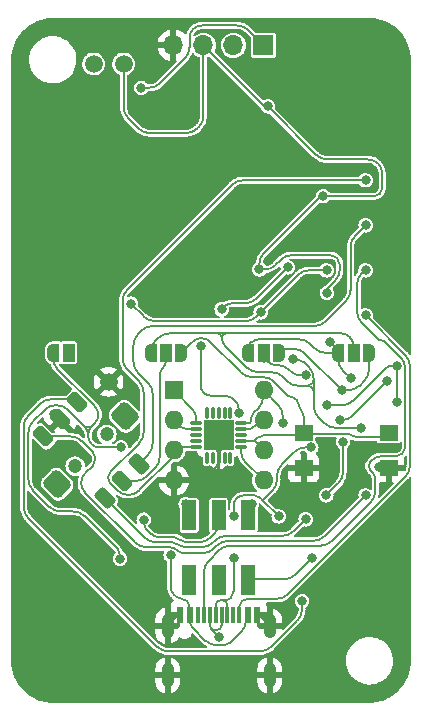
<source format=gbr>
%TF.GenerationSoftware,KiCad,Pcbnew,(6.0.6)*%
%TF.CreationDate,2022-09-17T14:28:24+02:00*%
%TF.ProjectId,Tiny handheld,54696e79-2068-4616-9e64-68656c642e6b,1.0*%
%TF.SameCoordinates,Original*%
%TF.FileFunction,Copper,L1,Top*%
%TF.FilePolarity,Positive*%
%FSLAX46Y46*%
G04 Gerber Fmt 4.6, Leading zero omitted, Abs format (unit mm)*
G04 Created by KiCad (PCBNEW (6.0.6)) date 2022-09-17 14:28:24*
%MOMM*%
%LPD*%
G01*
G04 APERTURE LIST*
G04 Aperture macros list*
%AMRoundRect*
0 Rectangle with rounded corners*
0 $1 Rounding radius*
0 $2 $3 $4 $5 $6 $7 $8 $9 X,Y pos of 4 corners*
0 Add a 4 corners polygon primitive as box body*
4,1,4,$2,$3,$4,$5,$6,$7,$8,$9,$2,$3,0*
0 Add four circle primitives for the rounded corners*
1,1,$1+$1,$2,$3*
1,1,$1+$1,$4,$5*
1,1,$1+$1,$6,$7*
1,1,$1+$1,$8,$9*
0 Add four rect primitives between the rounded corners*
20,1,$1+$1,$2,$3,$4,$5,0*
20,1,$1+$1,$4,$5,$6,$7,0*
20,1,$1+$1,$6,$7,$8,$9,0*
20,1,$1+$1,$8,$9,$2,$3,0*%
%AMFreePoly0*
4,1,20,0.000000,0.744959,0.073905,0.744508,0.209726,0.703889,0.328688,0.626782,0.421226,0.519385,0.479903,0.390333,0.500000,0.250000,0.500000,-0.250000,0.499851,-0.262216,0.476331,-0.402017,0.414519,-0.529596,0.319384,-0.634700,0.198574,-0.708877,0.061801,-0.746166,0.000000,-0.745033,0.000000,-0.750000,-0.550000,-0.750000,-0.550000,0.750000,0.000000,0.750000,0.000000,0.744959,
0.000000,0.744959,$1*%
%AMFreePoly1*
4,1,22,0.550000,-0.750000,0.000000,-0.750000,0.000000,-0.745033,-0.079941,-0.743568,-0.215256,-0.701293,-0.333266,-0.622738,-0.424486,-0.514219,-0.481581,-0.384460,-0.499164,-0.250000,-0.500000,-0.250000,-0.500000,0.250000,-0.499164,0.250000,-0.499963,0.256109,-0.478152,0.396186,-0.417904,0.524511,-0.324060,0.630769,-0.204165,0.706417,-0.067858,0.745374,0.000000,0.744959,0.000000,0.750000,
0.550000,0.750000,0.550000,-0.750000,0.550000,-0.750000,$1*%
G04 Aperture macros list end*
%TA.AperFunction,ComponentPad*%
%ADD10C,1.508000*%
%TD*%
%TA.AperFunction,SMDPad,CuDef*%
%ADD11FreePoly0,0.000000*%
%TD*%
%TA.AperFunction,SMDPad,CuDef*%
%ADD12R,1.000000X1.500000*%
%TD*%
%TA.AperFunction,SMDPad,CuDef*%
%ADD13FreePoly1,0.000000*%
%TD*%
%TA.AperFunction,ComponentPad*%
%ADD14O,1.700000X1.700000*%
%TD*%
%TA.AperFunction,ComponentPad*%
%ADD15R,1.700000X1.700000*%
%TD*%
%TA.AperFunction,SMDPad,CuDef*%
%ADD16R,1.200000X2.500000*%
%TD*%
%TA.AperFunction,SMDPad,CuDef*%
%ADD17R,2.600000X2.600000*%
%TD*%
%TA.AperFunction,SMDPad,CuDef*%
%ADD18RoundRect,0.007800X0.122200X-0.437200X0.122200X0.437200X-0.122200X0.437200X-0.122200X-0.437200X0*%
%TD*%
%TA.AperFunction,SMDPad,CuDef*%
%ADD19RoundRect,0.007800X-0.437200X-0.122200X0.437200X-0.122200X0.437200X0.122200X-0.437200X0.122200X0*%
%TD*%
%TA.AperFunction,ComponentPad*%
%ADD20O,1.600000X1.600000*%
%TD*%
%TA.AperFunction,ComponentPad*%
%ADD21R,1.600000X1.600000*%
%TD*%
%TA.AperFunction,SMDPad,CuDef*%
%ADD22R,1.600000X1.400000*%
%TD*%
%TA.AperFunction,SMDPad,CuDef*%
%ADD23RoundRect,0.269875X0.246957X-0.628618X0.628618X-0.246957X-0.246957X0.628618X-0.628618X0.246957X0*%
%TD*%
%TA.AperFunction,SMDPad,CuDef*%
%ADD24RoundRect,0.285750X0.224506X-0.628618X0.628618X-0.224506X-0.224506X0.628618X-0.628618X0.224506X0*%
%TD*%
%TA.AperFunction,SMDPad,CuDef*%
%ADD25RoundRect,0.460375X0.067352X-0.718420X0.718420X-0.067352X-0.067352X0.718420X-0.718420X0.067352X0*%
%TD*%
%TA.AperFunction,ComponentPad*%
%ADD26C,1.200000*%
%TD*%
%TA.AperFunction,ComponentPad*%
%ADD27O,1.050000X2.100000*%
%TD*%
%TA.AperFunction,SMDPad,CuDef*%
%ADD28R,0.300000X1.450000*%
%TD*%
%TA.AperFunction,SMDPad,CuDef*%
%ADD29R,0.600000X1.450000*%
%TD*%
%TA.AperFunction,ViaPad*%
%ADD30C,0.800000*%
%TD*%
%TA.AperFunction,Conductor*%
%ADD31C,0.170000*%
%TD*%
G04 APERTURE END LIST*
D10*
%TO.P,BT1,-,-*%
%TO.N,GND*%
X141668000Y-103358000D03*
%TO.P,BT1,+*%
%TO.N,VCC*%
X142938000Y-76458000D03*
%TO.P,BT1,*%
%TO.N,*%
X140398000Y-76458000D03*
%TD*%
D11*
%TO.P,JP1,3,B*%
%TO.N,Net-(JP1-Pad3)*%
X163718000Y-100913000D03*
D12*
%TO.P,JP1,2,C*%
%TO.N,PB3*%
X162418000Y-100913000D03*
D13*
%TO.P,JP1,1,A*%
%TO.N,Net-(JP1-Pad1)*%
X161118000Y-100913000D03*
%TD*%
D14*
%TO.P,J1,4,Pin_4*%
%TO.N,GND*%
X147168000Y-74878000D03*
%TO.P,J1,3,Pin_3*%
%TO.N,VCC*%
X149708000Y-74878000D03*
%TO.P,J1,2,Pin_2*%
%TO.N,PB2{slash}SCL{slash}SCK*%
X152248000Y-74878000D03*
D15*
%TO.P,J1,1,Pin_1*%
%TO.N,PB0{slash}SDA{slash}MOSI*%
X154788000Y-74878000D03*
%TD*%
D16*
%TO.P,S3,6*%
%TO.N,Net-(S3-Pad3)*%
X148488000Y-120173000D03*
%TO.P,S3,5*%
%TO.N,VCC*%
X150988000Y-120173000D03*
%TO.P,S3,4*%
%TO.N,ExtVCC*%
X153488000Y-120173000D03*
%TO.P,S3,3*%
%TO.N,Net-(S3-Pad3)*%
X148488000Y-114673000D03*
%TO.P,S3,2*%
%TO.N,VCC*%
X150988000Y-114673000D03*
%TO.P,S3,1*%
%TO.N,ExtVCC*%
X153488000Y-114673000D03*
%TD*%
D11*
%TO.P,JP3,3,B*%
%TO.N,PB1{slash}MISO*%
X147843000Y-100913000D03*
D12*
%TO.P,JP3,2,C*%
%TO.N,Net-(JP3-Pad2)*%
X146543000Y-100913000D03*
D13*
%TO.P,JP3,1,A*%
%TO.N,PB3*%
X145243000Y-100913000D03*
%TD*%
D17*
%TO.P,U2,21,GND*%
%TO.N,GND*%
X150988000Y-107898000D03*
D18*
%TO.P,U2,20,NC*%
%TO.N,unconnected-(U2-Pad20)*%
X149988000Y-105988000D03*
%TO.P,U2,19,NC*%
%TO.N,unconnected-(U2-Pad19)*%
X150488000Y-105988000D03*
%TO.P,U2,18,NC*%
%TO.N,unconnected-(U2-Pad18)*%
X150988000Y-105988000D03*
%TO.P,U2,17,NC*%
%TO.N,unconnected-(U2-Pad17)*%
X151488000Y-105988000D03*
%TO.P,U2,16,NC*%
%TO.N,unconnected-(U2-Pad16)*%
X151988000Y-105988000D03*
D19*
%TO.P,U2,15,VCC*%
%TO.N,VCC*%
X152898000Y-106898000D03*
%TO.P,U2,14,PB2*%
%TO.N,PB2{slash}SCL{slash}SCK*%
X152898000Y-107398000D03*
%TO.P,U2,13,NC*%
%TO.N,unconnected-(U2-Pad13)*%
X152898000Y-107898000D03*
%TO.P,U2,12,PB1*%
%TO.N,PB1{slash}MISO*%
X152898000Y-108398000D03*
%TO.P,U2,11,AREF/PB0*%
%TO.N,PB0{slash}SDA{slash}MOSI*%
X152898000Y-108898000D03*
D18*
%TO.P,U2,10,NC*%
%TO.N,unconnected-(U2-Pad10)*%
X151988000Y-109808000D03*
%TO.P,U2,9,NC*%
%TO.N,unconnected-(U2-Pad9)*%
X151488000Y-109808000D03*
%TO.P,U2,8,GND*%
%TO.N,GND*%
X150988000Y-109808000D03*
%TO.P,U2,7,NC*%
%TO.N,unconnected-(U2-Pad7)*%
X150488000Y-109808000D03*
%TO.P,U2,6,NC*%
%TO.N,unconnected-(U2-Pad6)*%
X149988000Y-109808000D03*
D19*
%TO.P,U2,5,XTAL2/PB4*%
%TO.N,PB4*%
X149078000Y-108898000D03*
%TO.P,U2,4,NC*%
%TO.N,unconnected-(U2-Pad4)*%
X149078000Y-108398000D03*
%TO.P,U2,3,NC*%
%TO.N,unconnected-(U2-Pad3)*%
X149078000Y-107898000D03*
%TO.P,U2,2,XTAL1/PB3*%
%TO.N,PB3*%
X149078000Y-107398000D03*
%TO.P,U2,1,~{RESET}/PB5*%
%TO.N,PB5{slash}RES*%
X149078000Y-106898000D03*
%TD*%
D20*
%TO.P,U1,8,VCC*%
%TO.N,VCC*%
X154808000Y-104098000D03*
%TO.P,U1,7,PB2*%
%TO.N,PB2{slash}SCL{slash}SCK*%
X154808000Y-106638000D03*
%TO.P,U1,6,PB1*%
%TO.N,PB1{slash}MISO*%
X154808000Y-109178000D03*
%TO.P,U1,5,AREF/PB0*%
%TO.N,PB0{slash}SDA{slash}MOSI*%
X154808000Y-111718000D03*
%TO.P,U1,4,GND*%
%TO.N,GND*%
X147188000Y-111718000D03*
%TO.P,U1,3,XTAL2/PB4*%
%TO.N,PB4*%
X147188000Y-109178000D03*
%TO.P,U1,2,XTAL1/PB3*%
%TO.N,PB3*%
X147188000Y-106638000D03*
D21*
%TO.P,U1,1,~{RESET}/PB5*%
%TO.N,PB5{slash}RES*%
X147188000Y-104098000D03*
%TD*%
D11*
%TO.P,JP4,3,B*%
%TO.N,GND*%
X139588000Y-100913000D03*
D12*
%TO.P,JP4,2,C*%
%TO.N,Net-(JP4-Pad2)*%
X138288000Y-100913000D03*
D13*
%TO.P,JP4,1,A*%
%TO.N,VCC*%
X136988000Y-100913000D03*
%TD*%
D11*
%TO.P,JP2,3,B*%
%TO.N,Net-(JP1-Pad3)*%
X156098000Y-100913000D03*
D12*
%TO.P,JP2,2,C*%
%TO.N,PB5{slash}RES*%
X154798000Y-100913000D03*
D13*
%TO.P,JP2,1,A*%
%TO.N,Net-(JP1-Pad1)*%
X153498000Y-100913000D03*
%TD*%
D22*
%TO.P,S1,4,4*%
%TO.N,PB1{slash}MISO*%
X158183000Y-107668000D03*
%TO.P,S1,3,3*%
X165383000Y-107668000D03*
%TO.P,S1,2,2*%
%TO.N,GND*%
X158183000Y-110668000D03*
%TO.P,S1,1,1*%
X165383000Y-110668000D03*
%TD*%
D23*
%TO.P,S2,GND,GND*%
%TO.N,GND*%
X137580789Y-106555789D03*
%TO.P,S2,D,DOWN*%
%TO.N,Net-(R1-Pad2)*%
X139017630Y-105118948D03*
%TO.P,S2,CTR,CENT*%
%TO.N,Net-(JP3-Pad2)*%
X142789337Y-111764337D03*
D24*
%TO.P,S2,C,LEFT*%
%TO.N,Net-(R4-Pad2)*%
X144226178Y-110327496D03*
D23*
%TO.P,S2,B,RIGHT*%
%TO.N,Net-(R7-Pad2)*%
X136143948Y-107992630D03*
D24*
%TO.P,S2,A,UP*%
%TO.N,Net-(R3-Pad2)*%
X141352496Y-113201178D03*
D25*
%TO.P,S2,8*%
%TO.N,N/C*%
X143058745Y-106286381D03*
%TO.P,S2,7*%
X137311381Y-112033745D03*
D26*
%TO.P,S2,*%
%TO.N,*%
X138838025Y-110507101D03*
X141532101Y-107813025D03*
%TD*%
D27*
%TO.P,J3,S4,SHIELD*%
%TO.N,GND*%
X155308000Y-128218000D03*
%TO.P,J3,S3,SHIELD*%
X146668000Y-128218000D03*
%TO.P,J3,S2,SHIELD*%
X155308000Y-124038000D03*
%TO.P,J3,S1,SHIELD*%
X146668000Y-124038000D03*
D28*
%TO.P,J3,B8,SBU2*%
%TO.N,unconnected-(J3-PadB8)*%
X149238000Y-123123000D03*
%TO.P,J3,B7,DN2*%
%TO.N,Net-(D3-Pad1)*%
X150238000Y-123123000D03*
%TO.P,J3,B6,DP2*%
%TO.N,Net-(D2-Pad1)*%
X151738000Y-123123000D03*
%TO.P,J3,B5,CC2*%
%TO.N,Net-(J3-PadB5)*%
X152738000Y-123123000D03*
D29*
%TO.P,J3,B4A9,VBUS*%
%TO.N,Net-(D1-Pad2)*%
X153438000Y-123123000D03*
%TO.P,J3,B1A12,GND*%
%TO.N,GND*%
X154238000Y-123123000D03*
D28*
%TO.P,J3,A8,SBU1*%
%TO.N,unconnected-(J3-PadA8)*%
X152238000Y-123123000D03*
%TO.P,J3,A7,DN1*%
%TO.N,Net-(D3-Pad1)*%
X151238000Y-123123000D03*
%TO.P,J3,A6,DP1*%
%TO.N,Net-(D2-Pad1)*%
X150738000Y-123123000D03*
%TO.P,J3,A5,CC1*%
%TO.N,Net-(J3-PadA5)*%
X149738000Y-123123000D03*
D29*
%TO.P,J3,A4B9,VBUS*%
%TO.N,Net-(D1-Pad2)*%
X148538000Y-123123000D03*
%TO.P,J3,A1B12,GND*%
%TO.N,GND*%
X147738000Y-123123000D03*
%TD*%
D30*
%TO.N,GND*%
X139608800Y-100355500D03*
X160343000Y-115103000D03*
X149718000Y-114908400D03*
X143648000Y-114448000D03*
X158963600Y-90727600D03*
X157871400Y-95553600D03*
X137088000Y-106098000D03*
X143648000Y-125648000D03*
X164588417Y-110567762D03*
X166431200Y-93674000D03*
X157748000Y-125248000D03*
X162672000Y-111022200D03*
X158888000Y-120938000D03*
X161688000Y-117458000D03*
%TO.N,ExtVCC*%
X153528000Y-120090000D03*
X154544000Y-97484000D03*
X160132000Y-93928000D03*
X158862000Y-118312000D03*
X143548000Y-96748000D03*
X153782000Y-113740000D03*
%TO.N,Net-(C1-Pad2)*%
X156830000Y-93674000D03*
X151242000Y-97230000D03*
X149462015Y-100356500D03*
X152677500Y-105988000D03*
%TO.N,VCC*%
X155148000Y-80048000D03*
X142707600Y-108914000D03*
X150948000Y-120348000D03*
X160158000Y-105358000D03*
X166098700Y-101991729D03*
X154448000Y-93848000D03*
X160148000Y-95848000D03*
X156423600Y-106882000D03*
X144648000Y-115048000D03*
X159848000Y-87648000D03*
X166075600Y-105104000D03*
X142641302Y-118341302D03*
%TO.N,Net-(D2-Pad1)*%
X152258000Y-118312000D03*
%TO.N,Net-(D3-Pad1)*%
X156068000Y-114756000D03*
X152258000Y-114756000D03*
X165212000Y-103326000D03*
X158836600Y-108927502D03*
X161249600Y-106573500D03*
X150988000Y-124953500D03*
%TO.N,PB0{slash}SDA{slash}MOSI*%
X144448000Y-78478000D03*
%TO.N,Net-(JP1-Pad1)*%
X162164000Y-103072000D03*
X160386000Y-100024000D03*
%TO.N,PB3*%
X163012500Y-107303500D03*
X157287200Y-101471800D03*
X145243000Y-100892200D03*
%TO.N,Net-(JP1-Pad3)*%
X161402000Y-104088000D03*
X160110620Y-112978000D03*
X161529000Y-108456800D03*
%TO.N,PB5{slash}RES*%
X158354000Y-102818000D03*
X154837774Y-101355826D03*
%TO.N,Net-(JP4-Pad2)*%
X138288000Y-101040000D03*
%TO.N,Net-(R1-Pad2)*%
X158050000Y-121940000D03*
%TO.N,Net-(R3-Pad2)*%
X158354000Y-115010000D03*
%TO.N,Net-(R4-Pad2)*%
X163434000Y-90118000D03*
%TO.N,Net-(R7-Pad2)*%
X163434000Y-112978000D03*
%TO.N,PB4*%
X163434000Y-86308000D03*
%TO.N,Net-(S3-Pad3)*%
X148194000Y-113740000D03*
X148448000Y-119582000D03*
%TO.N,Net-(J3-PadA5)*%
X163434000Y-93928000D03*
%TO.N,Net-(J3-PadB5)*%
X163434000Y-97738000D03*
%TO.N,Net-(D1-Pad2)*%
X146924000Y-118058000D03*
%TD*%
D31*
%TO.N,Net-(D1-Pad2)*%
X148538000Y-122916750D02*
X148538000Y-123329250D01*
%TO.N,VCC*%
X143336450Y-81056446D02*
G75*
G02*
X142938000Y-80094509I961950J961946D01*
G01*
X149708000Y-74878000D02*
X149708000Y-80834509D01*
X145161490Y-82318000D02*
X148224509Y-82318000D01*
X142938000Y-80094509D02*
X142938000Y-76458000D01*
X149708001Y-80834509D02*
G75*
G02*
X149309551Y-81796447I-1360401J9D01*
G01*
X149309551Y-81796447D02*
X149186448Y-81919551D01*
X149186447Y-81919550D02*
G75*
G02*
X148224509Y-82318000I-961947J961950D01*
G01*
X143336448Y-81056448D02*
X144199551Y-81919551D01*
X144199553Y-81919549D02*
G75*
G03*
X145161490Y-82318000I961947J961949D01*
G01*
%TO.N,Net-(D1-Pad2)*%
X151990142Y-125447142D02*
G75*
G02*
X151432837Y-125678000I-557342J557342D01*
G01*
X148338013Y-121947987D02*
G75*
G03*
X147855157Y-121748000I-482813J-482813D01*
G01*
X148829673Y-124239689D02*
G75*
G02*
X148538000Y-123535500I704227J704189D01*
G01*
X152967477Y-124460538D02*
G75*
G03*
X153274000Y-123720500I-740077J740038D01*
G01*
X152217678Y-125219561D02*
G75*
G03*
X152221000Y-125211652I-7878J7961D01*
G01*
X152224270Y-125203691D02*
G75*
G03*
X152221000Y-125211652I7930J-7909D01*
G01*
X147243488Y-121428512D02*
G75*
G02*
X146924000Y-120657158I771312J771312D01*
G01*
X147359703Y-121544709D02*
G75*
G03*
X147850500Y-121748000I490797J490809D01*
G01*
X148537982Y-122430842D02*
G75*
G03*
X148338000Y-121948000I-682782J42D01*
G01*
X149869553Y-125279549D02*
G75*
G03*
X150831490Y-125678000I961947J961949D01*
G01*
%TO.N,Net-(J3-PadB5)*%
X153420842Y-121748018D02*
G75*
G03*
X152938000Y-121948000I-42J-682782D01*
G01*
X152738018Y-122430842D02*
G75*
G02*
X152938000Y-121948000I682782J42D01*
G01*
X166794749Y-101098753D02*
G75*
G02*
X167193200Y-102060690I-961949J-961947D01*
G01*
X156851447Y-121349550D02*
G75*
G02*
X155889509Y-121748000I-961947J961950D01*
G01*
X166794750Y-111406247D02*
G75*
G03*
X167193200Y-110444309I-961950J961947D01*
G01*
%TO.N,Net-(J3-PadA5)*%
X164548631Y-99830000D02*
G75*
G02*
X164540000Y-99821368I-31J8600D01*
G01*
X165996906Y-109683002D02*
G75*
G03*
X166552899Y-109452699I-6J786302D01*
G01*
X163408000Y-93928009D02*
G75*
G03*
X163363616Y-93946385I0J-62791D01*
G01*
X162708993Y-95076882D02*
G75*
G02*
X163045500Y-94264500I1148907J-18D01*
G01*
X165089783Y-99973595D02*
G75*
G03*
X164743086Y-99830000I-346683J-346705D01*
G01*
X163829075Y-110151940D02*
G75*
G03*
X163688000Y-110492500I340525J-340560D01*
G01*
X164258020Y-111665050D02*
G75*
G03*
X163973000Y-110977000I-973120J-50D01*
G01*
X166783182Y-102230518D02*
G75*
G03*
X166384750Y-101268580I-1360382J18D01*
G01*
X163859547Y-113577749D02*
G75*
G03*
X164258000Y-112615814I-961947J961949D01*
G01*
X150136450Y-118524553D02*
G75*
G03*
X149738000Y-119486490I961950J-961947D01*
G01*
X164540033Y-99821368D02*
G75*
G03*
X164533896Y-99806633I-20833J-32D01*
G01*
X151986490Y-117237997D02*
G75*
G03*
X151024551Y-117636448I10J-1360403D01*
G01*
X162708972Y-97418246D02*
G75*
G03*
X163107449Y-98380184I1360428J46D01*
G01*
X159635814Y-117238005D02*
G75*
G03*
X160597753Y-116839551I-14J1360405D01*
G01*
X166552898Y-109452698D02*
G75*
G03*
X166783200Y-108896706I-555998J555998D01*
G01*
X163992990Y-109987990D02*
G75*
G02*
X164729335Y-109683000I736310J-736310D01*
G01*
X163829074Y-110833060D02*
G75*
G02*
X163688000Y-110492500I340526J340560D01*
G01*
%TO.N,PB4*%
X147187974Y-109420178D02*
G75*
G02*
X147016753Y-109833600I-584674J-22D01*
G01*
X153075490Y-86307997D02*
G75*
G03*
X152113551Y-86706448I10J-1360403D01*
G01*
X141605840Y-111489096D02*
G75*
G02*
X141788363Y-111048455I623160J-4D01*
G01*
X147665989Y-108897996D02*
G75*
G03*
X147328000Y-109038000I11J-478004D01*
G01*
X144638005Y-104271886D02*
G75*
G03*
X144239551Y-103309947I-1360405J-14D01*
G01*
X143258450Y-95561553D02*
G75*
G03*
X142860000Y-96523490I961950J-961947D01*
G01*
X147187996Y-109375989D02*
G75*
G02*
X147328000Y-109038000I478004J-11D01*
G01*
X141605846Y-111489096D02*
G75*
G03*
X141788363Y-111929736I623154J-4D01*
G01*
X144290040Y-112560307D02*
G75*
G02*
X143354491Y-112947830I-935540J935507D01*
G01*
X142418951Y-112560298D02*
G75*
G03*
X143354491Y-112947830I935549J935498D01*
G01*
X144239540Y-108597256D02*
G75*
G03*
X144638000Y-107635328I-961940J961956D01*
G01*
X142860001Y-101366905D02*
G75*
G03*
X143258449Y-102328843I1360399J5D01*
G01*
%TO.N,Net-(R7-Pad2)*%
X150599432Y-117481764D02*
G75*
G02*
X149637481Y-117880200I-961932J961964D01*
G01*
X140565864Y-109898156D02*
G75*
G02*
X140328262Y-110471839I-811264J-44D01*
G01*
X139394850Y-108391096D02*
G75*
G03*
X138432929Y-107992630I-961950J-961904D01*
G01*
X151816662Y-116827977D02*
G75*
G03*
X150854723Y-117226448I38J-1360423D01*
G01*
X143914575Y-116974571D02*
G75*
G03*
X144876534Y-117373000I961925J961971D01*
G01*
X140328236Y-109324498D02*
G75*
G02*
X140565890Y-109898156I-573636J-573702D01*
G01*
X139347975Y-111930029D02*
G75*
G03*
X139685946Y-112745900I1153825J29D01*
G01*
X139348015Y-111930029D02*
G75*
G02*
X139685945Y-111114156I1153785J29D01*
G01*
X146849092Y-117372993D02*
G75*
G02*
X147461337Y-117626600I8J-865807D01*
G01*
X159982447Y-116429550D02*
G75*
G02*
X159020509Y-116828000I-961947J961950D01*
G01*
X147461355Y-117626582D02*
G75*
G03*
X148073581Y-117880200I612245J612182D01*
G01*
%TO.N,Net-(R4-Pad2)*%
X143769996Y-100283490D02*
G75*
G02*
X144168447Y-99321551I1360404J-10D01*
G01*
X144443553Y-99046450D02*
G75*
G02*
X145405490Y-98648000I961947J-961950D01*
G01*
X145399983Y-108590183D02*
G75*
G02*
X145001551Y-109552122I-1360383J-17D01*
G01*
X145001549Y-103435553D02*
G75*
G02*
X145400000Y-104397490I-961949J-961947D01*
G01*
X162163997Y-91951490D02*
G75*
G02*
X162562448Y-90989551I1360403J-10D01*
G01*
X162164002Y-95568509D02*
G75*
G02*
X161765551Y-96530448I-1360402J9D01*
G01*
X159084509Y-98648002D02*
G75*
G03*
X160046448Y-98249551I-9J1360402D01*
G01*
X143769998Y-101640509D02*
G75*
G03*
X144168449Y-102602447I1360402J9D01*
G01*
%TO.N,Net-(R3-Pad2)*%
X151646834Y-116418027D02*
G75*
G03*
X150684895Y-116816447I-34J-1360373D01*
G01*
X147088216Y-116962974D02*
G75*
G02*
X147582165Y-117167600I-16J-698526D01*
G01*
X149565653Y-117372233D02*
G75*
G03*
X150527592Y-116973751I-53J1360433D01*
G01*
X147582168Y-117167597D02*
G75*
G03*
X148076113Y-117372200I493932J493897D01*
G01*
X144715862Y-116564558D02*
G75*
G03*
X145677808Y-116963000I961938J961958D01*
G01*
X157344447Y-116019550D02*
G75*
G02*
X156382509Y-116418000I-961947J961950D01*
G01*
%TO.N,Net-(R1-Pad2)*%
X134477998Y-113938509D02*
G75*
G03*
X134876449Y-114900447I1360402J9D01*
G01*
X154488509Y-126186002D02*
G75*
G03*
X155450448Y-125787551I-9J1360402D01*
G01*
X136819490Y-104849997D02*
G75*
G03*
X135857551Y-105248448I10J-1360403D01*
G01*
X134477997Y-107191490D02*
G75*
G02*
X134876448Y-106229551I1360403J-10D01*
G01*
X145763553Y-125787549D02*
G75*
G03*
X146725490Y-126186000I961947J961949D01*
G01*
X158050002Y-122624509D02*
G75*
G02*
X157651551Y-123586448I-1360402J9D01*
G01*
%TO.N,PB1{slash}MISO*%
X148770047Y-99985958D02*
G75*
G02*
X149528000Y-99672000I757953J-757942D01*
G01*
X152871953Y-102571949D02*
G75*
G03*
X153833890Y-102970400I961947J961949D01*
G01*
X156881644Y-104546006D02*
G75*
G03*
X157188168Y-104673000I306556J306506D01*
G01*
X155704446Y-103368850D02*
G75*
G03*
X154742509Y-102970400I-961946J-961950D01*
G01*
X157768990Y-105304631D02*
G75*
G03*
X157931895Y-105697895I556210J31D01*
G01*
X154036000Y-108379500D02*
G75*
G02*
X154009500Y-108406000I-26500J0D01*
G01*
X154054743Y-108424733D02*
G75*
G03*
X154009500Y-108406000I-45243J-45267D01*
G01*
X154036007Y-108379500D02*
G75*
G03*
X154054738Y-108424738I63993J0D01*
G01*
X157976012Y-105741988D02*
G75*
G02*
X158183000Y-106241742I-499712J-499712D01*
G01*
X158551102Y-107859902D02*
G75*
G02*
X158763792Y-107771800I212698J-212698D01*
G01*
X154812733Y-107898013D02*
G75*
G03*
X154263499Y-108125499I-33J-776687D01*
G01*
X150285953Y-99985957D02*
G75*
G03*
X149528000Y-99672000I-757953J-757943D01*
G01*
X162660859Y-108070016D02*
G75*
G02*
X162300901Y-107920899I41J509116D01*
G01*
X161940940Y-107771784D02*
G75*
G02*
X162300899Y-107920901I-40J-509116D01*
G01*
X157606128Y-104911343D02*
G75*
G02*
X157769000Y-105304631I-393328J-393257D01*
G01*
X165041990Y-108008990D02*
G75*
G02*
X164894732Y-108070000I-147290J147290D01*
G01*
X154054734Y-108334257D02*
G75*
G03*
X154036000Y-108379500I45266J-45243D01*
G01*
X157494723Y-104799962D02*
G75*
G03*
X157188168Y-104673000I-306523J-306538D01*
G01*
%TO.N,Net-(JP3-Pad2)*%
X146015951Y-109691074D02*
G75*
G02*
X145617514Y-110653013I-1360351J-26D01*
G01*
X144904650Y-111365899D02*
G75*
G02*
X143942700Y-111764337I-961950J961999D01*
G01*
X146279471Y-102192508D02*
G75*
G03*
X146015963Y-102828708I636229J-636192D01*
G01*
X146543021Y-101556328D02*
G75*
G02*
X146279480Y-102192517I-899721J28D01*
G01*
%TO.N,PB5{slash}RES*%
X148756273Y-105666259D02*
G75*
G02*
X149078000Y-106443000I-776773J-776741D01*
G01*
X156938156Y-102341938D02*
G75*
G03*
X155987074Y-101948000I-951056J-951062D01*
G01*
X155848678Y-101948016D02*
G75*
G02*
X155133861Y-101651913I22J1010916D01*
G01*
X157884100Y-102818011D02*
G75*
G02*
X157081930Y-102485730I0J1134411D01*
G01*
%TO.N,Net-(JP1-Pad3)*%
X161962000Y-104087986D02*
G75*
G03*
X162917978Y-103692018I0J1351986D01*
G01*
X161130540Y-111958057D02*
G75*
G03*
X161529000Y-110996129I-961940J961957D01*
G01*
X163319550Y-103290447D02*
G75*
G03*
X163718000Y-102328509I-961950J961947D01*
G01*
X158295246Y-100981250D02*
G75*
G03*
X157333309Y-100582800I-961946J-961950D01*
G01*
%TO.N,PB3*%
X150877121Y-99262000D02*
G75*
G02*
X151267400Y-99652279I-21J-390300D01*
G01*
X151657679Y-99262000D02*
G75*
G03*
X151267400Y-99652279I21J-390300D01*
G01*
X161306673Y-99262011D02*
G75*
G02*
X162092500Y-99587500I27J-1111289D01*
G01*
X159039028Y-103097753D02*
G75*
G03*
X158640550Y-102135815I-1360428J-47D01*
G01*
X162417989Y-100373326D02*
G75*
G03*
X162092500Y-99587500I-1111289J26D01*
G01*
X146857490Y-99261997D02*
G75*
G03*
X145895551Y-99660448I10J-1360403D01*
G01*
X159038998Y-105403309D02*
G75*
G03*
X159437449Y-106365247I1360402J9D01*
G01*
X159038938Y-103120419D02*
G75*
G02*
X158539000Y-103706199I-546538J-39781D01*
G01*
X159039000Y-104206199D02*
G75*
G03*
X158539000Y-103706200I-500000J-1D01*
G01*
X157631868Y-101471822D02*
G75*
G02*
X158220253Y-101715518I32J-832078D01*
G01*
X151543361Y-100318533D02*
G75*
G02*
X151267400Y-99652279I666239J666233D01*
G01*
X154348732Y-102560373D02*
G75*
G02*
X153386793Y-102161951I-32J1360373D01*
G01*
X160893690Y-107258002D02*
G75*
G02*
X159931752Y-106859550I10J1360402D01*
G01*
X162934826Y-107257989D02*
G75*
G02*
X162989750Y-107280750I-26J-77711D01*
G01*
X156437446Y-102958850D02*
G75*
G03*
X155475509Y-102560400I-961946J-961950D01*
G01*
X148485401Y-107397999D02*
G75*
G02*
X147568000Y-107018000I-1J1297399D01*
G01*
X157748290Y-103706202D02*
G75*
G02*
X156786352Y-103307750I10J1360402D01*
G01*
X150877121Y-99262000D02*
X151657679Y-99262000D01*
X159039000Y-103120414D02*
X159039000Y-104206199D01*
%TO.N,Net-(JP1-Pad1)*%
X160060490Y-100913002D02*
G75*
G02*
X159098552Y-100514550I10J1360402D01*
G01*
X161118000Y-101412999D02*
G75*
G03*
X160618000Y-100913000I-500000J-1D01*
G01*
X158752446Y-100168450D02*
G75*
G03*
X157790509Y-99770000I-961946J-961950D01*
G01*
X153769533Y-100041533D02*
G75*
G02*
X154424958Y-99770000I655467J-655367D01*
G01*
X161117998Y-101469500D02*
G75*
G03*
X161511505Y-102419503I1343502J0D01*
G01*
%TO.N,PB2{slash}SCL{slash}SCK*%
X153336000Y-107398006D02*
G75*
G03*
X154083711Y-107088286I0J1057406D01*
G01*
%TO.N,PB0{slash}SDA{slash}MOSI*%
X145074509Y-78478002D02*
G75*
G03*
X146036448Y-78079551I-9J1360402D01*
G01*
X153506446Y-73596450D02*
G75*
G03*
X152544509Y-73198000I-961946J-961950D01*
G01*
X148837998Y-73507998D02*
G75*
G03*
X148528000Y-74256406I748402J-748402D01*
G01*
X148528002Y-75024509D02*
G75*
G02*
X148129551Y-75986448I-1360402J9D01*
G01*
X149586406Y-73198003D02*
G75*
G03*
X148838000Y-73508000I-6J-1058397D01*
G01*
X153219726Y-110129740D02*
G75*
G02*
X152898000Y-109353000I776774J776740D01*
G01*
%TO.N,Net-(D3-Pad1)*%
X154024652Y-112978020D02*
G75*
G02*
X154482750Y-113167750I48J-647780D01*
G01*
X156068006Y-114754500D02*
G75*
G03*
X156066939Y-114751939I-3606J0D01*
G01*
X150681847Y-124408116D02*
G75*
G03*
X150628000Y-124538000I-47J-76084D01*
G01*
X150681847Y-124407980D02*
G75*
G02*
X150368000Y-124278000I-47J443780D01*
G01*
X152511997Y-113231997D02*
G75*
G03*
X152258000Y-113845210I613203J-613203D01*
G01*
X162217239Y-106320728D02*
G75*
G02*
X161607050Y-106573500I-610239J610228D01*
G01*
X151108035Y-124278035D02*
G75*
G02*
X150794152Y-124408000I-313835J313935D01*
G01*
X150968353Y-124878401D02*
G75*
G02*
X150988000Y-124925750I-47353J-47399D01*
G01*
X154715995Y-113357498D02*
G75*
G03*
X154790246Y-113326744I5J104998D01*
G01*
X151237950Y-123964152D02*
G75*
G02*
X151107999Y-124277999I-443850J-48D01*
G01*
X155534554Y-112582442D02*
G75*
G03*
X155933000Y-111620500I-961954J961942D01*
G01*
X157397606Y-109303337D02*
G75*
G02*
X158305049Y-108927502I907394J-907463D01*
G01*
X156331450Y-110369553D02*
G75*
G03*
X155933000Y-111331490I961950J-961947D01*
G01*
X152511997Y-113231997D02*
G75*
G02*
X153125210Y-112978000I613203J-613203D01*
G01*
X154703277Y-113388233D02*
G75*
G02*
X154715995Y-113357500I12723J12733D01*
G01*
X154641748Y-113326740D02*
G75*
G03*
X154715995Y-113357500I74252J74240D01*
G01*
X150238020Y-123964152D02*
G75*
G03*
X150368000Y-124278000I443780J-48D01*
G01*
X150368000Y-124278000D02*
X150628000Y-124538000D01*
X154703255Y-113388255D02*
X154641744Y-113326744D01*
%TO.N,Net-(D2-Pad1)*%
X151130634Y-121868015D02*
G75*
G03*
X150853000Y-121983000I-34J-392585D01*
G01*
X151898003Y-121762992D02*
G75*
G02*
X151644500Y-121868000I-253503J253492D01*
G01*
X152257998Y-121074195D02*
G75*
G02*
X152025500Y-121635500I-793798J-5D01*
G01*
X150738015Y-122260634D02*
G75*
G02*
X150853000Y-121983000I392585J34D01*
G01*
X151737991Y-122281119D02*
G75*
G03*
X151616999Y-121989001I-413091J19D01*
G01*
X151601003Y-121973007D02*
G75*
G03*
X151347500Y-121868000I-253503J-253493D01*
G01*
X151644500Y-121867982D02*
G75*
G03*
X151601005Y-121973005I0J-61518D01*
G01*
X151347500Y-121868000D02*
X151644500Y-121868000D01*
%TO.N,VCC*%
X163665753Y-84548020D02*
G75*
G02*
X164489000Y-84889000I47J-1164180D01*
G01*
X157205490Y-92647996D02*
G75*
G03*
X156243551Y-93046447I10J-1360404D01*
G01*
X156423602Y-106277090D02*
G75*
G03*
X156025150Y-105315152I-1360402J-10D01*
G01*
X153723004Y-106684611D02*
G75*
G02*
X153660499Y-106835499I-213404J11D01*
G01*
X161248001Y-93848509D02*
G75*
G02*
X160849551Y-94810447I-1360401J9D01*
G01*
X140504990Y-105437808D02*
G75*
G02*
X140802600Y-106156312I-718490J-718492D01*
G01*
X139939005Y-107898091D02*
G75*
G03*
X139615645Y-107117447I-1104005J-9D01*
G01*
X139938994Y-107898091D02*
G75*
G02*
X140262353Y-107117446I1104006J-9D01*
G01*
X139615646Y-107117446D02*
G75*
G03*
X140262353Y-107117446I323353J323355D01*
G01*
X166092807Y-105086807D02*
G75*
G03*
X166110000Y-105045275I-41507J41507D01*
G01*
X160445659Y-92648017D02*
G75*
G02*
X161013000Y-92883000I41J-802283D01*
G01*
X137344315Y-102277147D02*
G75*
G02*
X136988000Y-101416912I860285J860247D01*
G01*
X164639004Y-87457004D02*
G75*
G02*
X164177885Y-87648000I-461104J461104D01*
G01*
X142429178Y-117529160D02*
G75*
G02*
X142641302Y-118041302I-512178J-512140D01*
G01*
X136249553Y-105746450D02*
G75*
G02*
X137211490Y-105348000I961947J-961950D01*
G01*
X147268084Y-116553008D02*
G75*
G02*
X147744892Y-116750499I16J-674292D01*
G01*
X166109983Y-102011019D02*
G75*
G03*
X166104350Y-101997379I-19283J19D01*
G01*
X134887998Y-111624509D02*
G75*
G03*
X135286449Y-112586447I1360402J9D01*
G01*
X136649553Y-113949549D02*
G75*
G03*
X137611490Y-114348000I961947J961949D01*
G01*
X165723399Y-101991733D02*
G75*
G03*
X165082721Y-102257106I1J-906067D01*
G01*
X164489034Y-84888966D02*
G75*
G02*
X164830000Y-85712246I-823334J-823234D01*
G01*
X150326446Y-116549550D02*
G75*
G02*
X149364509Y-116948000I-961946J961950D01*
G01*
X140892620Y-108913991D02*
G75*
G02*
X140218309Y-108634691I-20J953591D01*
G01*
X154782544Y-79952536D02*
G75*
G03*
X155013000Y-80048000I230456J230436D01*
G01*
X162380261Y-104959536D02*
G75*
G02*
X161418337Y-105358000I-961961J961936D01*
G01*
X134887997Y-107671490D02*
G75*
G02*
X135286448Y-106709551I1360403J-10D01*
G01*
X160266791Y-95393204D02*
G75*
G03*
X160148000Y-95680000I286809J-286796D01*
G01*
X153722989Y-106503000D02*
G75*
G02*
X153913919Y-106042082I651811J0D01*
G01*
X154801555Y-92494448D02*
G75*
G03*
X154448000Y-93348000I853545J-853552D01*
G01*
X140504979Y-106874804D02*
G75*
G03*
X140802600Y-106156312I-718479J718504D01*
G01*
X150589550Y-116286447D02*
G75*
G03*
X150988000Y-115324509I-961950J961947D01*
G01*
X159748000Y-87647994D02*
G75*
G03*
X159577290Y-87718711I0J-241406D01*
G01*
X146116490Y-116553002D02*
G75*
G02*
X145154552Y-116154550I10J1360402D01*
G01*
X154376776Y-105579239D02*
G75*
G03*
X154748000Y-104683000I-896276J896239D01*
G01*
X159249553Y-84149549D02*
G75*
G03*
X160211490Y-84548000I961947J961949D01*
G01*
X144860125Y-115860139D02*
G75*
G02*
X144648000Y-115348000I512175J512139D01*
G01*
X155793440Y-93496575D02*
G75*
G02*
X154945000Y-93848000I-848440J848475D01*
G01*
X139939009Y-107960379D02*
G75*
G03*
X140218309Y-108634691I953591J-21D01*
G01*
X137282709Y-105347998D02*
G75*
G02*
X138244647Y-105746449I-9J-1360402D01*
G01*
X161247983Y-93450340D02*
G75*
G03*
X161013000Y-92883000I-802283J40D01*
G01*
X164639004Y-87457004D02*
G75*
G03*
X164830000Y-86995885I-461104J461104D01*
G01*
X153509611Y-106898004D02*
G75*
G03*
X153660499Y-106835499I-11J213404D01*
G01*
X147744893Y-116750498D02*
G75*
G03*
X148221700Y-116948000I476807J476798D01*
G01*
X139646446Y-114746450D02*
G75*
G03*
X138684509Y-114348000I-961946J-961950D01*
G01*
%TO.N,Net-(C1-Pad2)*%
X149714993Y-104293007D02*
G75*
G02*
X149460000Y-103677375I615607J615607D01*
G01*
X152109210Y-96722005D02*
G75*
G03*
X151496001Y-96976001I-10J-867195D01*
G01*
X149460996Y-100357496D02*
G75*
G03*
X149460000Y-100359939I2404J-2404D01*
G01*
X154180447Y-96323550D02*
G75*
G02*
X153218509Y-96722000I-961947J961950D01*
G01*
X152415676Y-104985710D02*
G75*
G02*
X152677500Y-105617750I-632076J-632090D01*
G01*
X150330624Y-104547989D02*
G75*
G02*
X149715001Y-104292999I-24J870589D01*
G01*
X151483378Y-104548009D02*
G75*
G02*
X152327750Y-104897750I22J-1194091D01*
G01*
%TO.N,ExtVCC*%
X144639553Y-97839549D02*
G75*
G03*
X145601490Y-98238000I961947J961949D01*
G01*
X158663490Y-93927997D02*
G75*
G03*
X157701551Y-94326448I10J-1360403D01*
G01*
X153256841Y-98238017D02*
G75*
G03*
X154167000Y-97861000I-41J1287217D01*
G01*
X157482447Y-119691550D02*
G75*
G02*
X156520509Y-120090000I-961947J961950D01*
G01*
%TO.N,GND*%
X160431384Y-114764607D02*
G75*
G03*
X160343000Y-114978000I213416J-213393D01*
G01*
X165204046Y-88840050D02*
G75*
G03*
X164242109Y-88441600I-961946J-961950D01*
G01*
X158182998Y-112619509D02*
G75*
G03*
X158581449Y-113581447I1360402J9D01*
G01*
X159143208Y-90039997D02*
G75*
G03*
X158963600Y-90473600I433592J-433603D01*
G01*
X157349550Y-127000447D02*
G75*
G03*
X157748000Y-126038509I-961950J961947D01*
G01*
X144008634Y-127028614D02*
G75*
G02*
X143648000Y-126158000I870566J870614D01*
G01*
X150589550Y-110836446D02*
G75*
G03*
X150988000Y-109874509I-961950J961946D01*
G01*
X149718000Y-112217999D02*
G75*
G03*
X149218000Y-111718000I-500000J-1D01*
G01*
X160549489Y-114147994D02*
G75*
G03*
X161400499Y-113795499I11J1203494D01*
G01*
X160761550Y-114434315D02*
G75*
G03*
X160549489Y-114148001I-172650J93815D01*
G01*
X162273550Y-112922447D02*
G75*
G03*
X162672000Y-111960509I-961950J961947D01*
G01*
X161305090Y-88441597D02*
G75*
G03*
X160343151Y-88840048I10J-1360403D01*
G01*
X166431202Y-90630690D02*
G75*
G03*
X166032750Y-89668752I-1360402J-10D01*
G01*
X156423337Y-127926682D02*
G75*
G02*
X155720000Y-128218000I-703337J703382D01*
G01*
X150106447Y-111319550D02*
G75*
G02*
X149144509Y-111718000I-961947J961950D01*
G01*
X145761490Y-128218002D02*
G75*
G02*
X144799552Y-127819550I10J1360402D01*
G01*
X159711490Y-114148002D02*
G75*
G02*
X158749552Y-113749550I10J1360402D01*
G01*
X161400499Y-113795499D02*
X160761637Y-114434362D01*
%TO.N,Net-(R1-Pad2)*%
X136819490Y-104850000D02*
X138748682Y-104850000D01*
X135857551Y-105248448D02*
X134876448Y-106229551D01*
X134478000Y-107191490D02*
X134478000Y-113938509D01*
X145763551Y-125787551D02*
X134876448Y-114900448D01*
X146725490Y-126186000D02*
X154488509Y-126186000D01*
X158050000Y-121940000D02*
X158050000Y-122624509D01*
X155450448Y-125787551D02*
X157651551Y-123586448D01*
%TO.N,VCC*%
X164177885Y-87648000D02*
X159848000Y-87648000D01*
X160211490Y-84548000D02*
X163665753Y-84548000D01*
X164830000Y-86995885D02*
X164830000Y-85712246D01*
X155148000Y-80048000D02*
X159249551Y-84149551D01*
X161248000Y-93450340D02*
X161248000Y-93848509D01*
X160849551Y-94810447D02*
X160266793Y-95393206D01*
X160445659Y-92648000D02*
X157205490Y-92648000D01*
X160148000Y-95680000D02*
X160148000Y-95848000D01*
X156243551Y-93046447D02*
X155793432Y-93496567D01*
X154448000Y-93848000D02*
X154945000Y-93848000D01*
%TO.N,Net-(J3-PadA5)*%
X149738000Y-119486490D02*
X149738000Y-123123000D01*
X150136448Y-118524551D02*
X151024551Y-117636448D01*
X159635814Y-117238000D02*
X151986490Y-117238000D01*
X163859551Y-113577753D02*
X160597753Y-116839551D01*
X164258000Y-112615814D02*
X164258000Y-111665050D01*
X163829067Y-110151932D02*
X163993000Y-109988000D01*
X164729335Y-109683000D02*
X165996906Y-109683000D01*
X164743086Y-99830000D02*
X164548631Y-99830000D01*
X166384751Y-101268579D02*
X165089775Y-99973603D01*
X164533896Y-99806633D02*
X163107448Y-98380185D01*
X162709000Y-97418246D02*
X162709000Y-95076882D01*
X163363615Y-93946384D02*
X163045500Y-94264500D01*
X163434000Y-93928000D02*
X163408000Y-93928000D01*
X163973000Y-110977000D02*
X163829067Y-110833067D01*
X166783200Y-108896706D02*
X166783200Y-102230518D01*
%TO.N,VCC*%
X166075600Y-105104000D02*
X166092800Y-105086800D01*
X166104350Y-101997379D02*
X166098700Y-101991729D01*
X166110000Y-105045275D02*
X166110000Y-102011019D01*
X160158000Y-105358000D02*
X161418337Y-105358000D01*
X165082721Y-102257106D02*
X162380276Y-104959551D01*
X166098700Y-101991729D02*
X165723399Y-101991729D01*
%TO.N,Net-(JP1-Pad3)*%
X161962000Y-104088000D02*
X161402000Y-104088000D01*
X162917979Y-103692019D02*
X163319551Y-103290448D01*
X163718000Y-102328509D02*
X163718000Y-101418000D01*
%TO.N,GND*%
X149218000Y-111718000D02*
X147188000Y-111718000D01*
X149718000Y-114908400D02*
X149718000Y-112217999D01*
%TO.N,PB4*%
X163434000Y-86308000D02*
X153075490Y-86308000D01*
X152113551Y-86706448D02*
X143258448Y-95561551D01*
X142860000Y-96523490D02*
X142860000Y-101366905D01*
X144638000Y-104271886D02*
X144638000Y-107635328D01*
X141788363Y-111048455D02*
X144239551Y-108597267D01*
X141788363Y-111929736D02*
X142418938Y-112560311D01*
X144239551Y-103309947D02*
X143258448Y-102328844D01*
X147016754Y-109833601D02*
X144290044Y-112560311D01*
X147188000Y-109375989D02*
X147188000Y-109420178D01*
X147665989Y-108898000D02*
X149078000Y-108898000D01*
%TO.N,Net-(C1-Pad2)*%
X149462015Y-100356500D02*
X149461007Y-100357507D01*
X149460000Y-103677375D02*
X149460000Y-100359939D01*
X152327750Y-104897750D02*
X152415693Y-104985693D01*
X151483378Y-104548000D02*
X150330624Y-104548000D01*
X152677500Y-105988000D02*
X152677500Y-105617750D01*
%TO.N,Net-(R4-Pad2)*%
X162164000Y-91951490D02*
X162164000Y-95568509D01*
X144168447Y-99321551D02*
X144443551Y-99046448D01*
X144168448Y-102602448D02*
X145001551Y-103435551D01*
X145405490Y-98648000D02*
X159084509Y-98648000D01*
X160046448Y-98249551D02*
X161765551Y-96530448D01*
X145400000Y-108590183D02*
X145400000Y-104397490D01*
X145001551Y-109552122D02*
X144226178Y-110327496D01*
X163434000Y-90118000D02*
X162562448Y-90989551D01*
X143770000Y-100283490D02*
X143770000Y-101640509D01*
%TO.N,GND*%
X145761490Y-128218000D02*
X146668000Y-128218000D01*
X144799551Y-127819551D02*
X144008624Y-127028624D01*
X143648000Y-125648000D02*
X143648000Y-126158000D01*
X157349551Y-127000448D02*
X156423327Y-127926672D01*
X157748000Y-126038509D02*
X157748000Y-125248000D01*
X155720000Y-128218000D02*
X155308000Y-128218000D01*
%TO.N,PB1{slash}MISO*%
X158551100Y-107859900D02*
X158463000Y-107948000D01*
X158763792Y-107771800D02*
X161940940Y-107771800D01*
X164894732Y-108070000D02*
X162660859Y-108070000D01*
X165042000Y-108009000D02*
X165103000Y-107948000D01*
%TO.N,GND*%
X150106448Y-111319551D02*
X150589551Y-110836447D01*
X158749551Y-113749551D02*
X158581448Y-113581448D01*
%TO.N,VCC*%
X137211490Y-105348000D02*
X137282709Y-105348000D01*
X138684509Y-114348000D02*
X137611490Y-114348000D01*
%TO.N,Net-(D3-Pad1)*%
X155933000Y-111620500D02*
X155933000Y-111331490D01*
%TO.N,Net-(JP1-Pad1)*%
X159098551Y-100514551D02*
X158752448Y-100168448D01*
X161118000Y-101469500D02*
X161118000Y-101412999D01*
%TO.N,PB3*%
X156786351Y-103307751D02*
X156437448Y-102958848D01*
X159039000Y-103120414D02*
X159039000Y-103097753D01*
X159931751Y-106859551D02*
X159437448Y-106365248D01*
%TO.N,PB1{slash}MISO*%
X153833890Y-102970400D02*
X154742509Y-102970400D01*
%TO.N,Net-(R3-Pad2)*%
X150684895Y-116816447D02*
X150527592Y-116973751D01*
%TO.N,Net-(R7-Pad2)*%
X150854723Y-117226448D02*
X150599419Y-117481751D01*
%TO.N,GND*%
X166032751Y-89668751D02*
X165204048Y-88840048D01*
X166431200Y-90630690D02*
X166431200Y-93674000D01*
X154393000Y-123123000D02*
X155308000Y-124038000D01*
X158183000Y-112619509D02*
X158183000Y-110668000D01*
X162672000Y-111960509D02*
X162672000Y-111022200D01*
X160343151Y-88840048D02*
X159143205Y-90039994D01*
X160431388Y-114764611D02*
X160761637Y-114434362D01*
X160343000Y-114978000D02*
X160343000Y-115103000D01*
X160549489Y-114148000D02*
X159711490Y-114148000D01*
X149144509Y-111718000D02*
X147188000Y-111718000D01*
X161400499Y-113795499D02*
X162273551Y-112922448D01*
X150988000Y-109874509D02*
X150988000Y-107898000D01*
X158963600Y-90473600D02*
X158963600Y-90727600D01*
X164242109Y-88441600D02*
X161305090Y-88441600D01*
X147583000Y-123123000D02*
X146668000Y-124038000D01*
%TO.N,ExtVCC*%
X143548000Y-96748000D02*
X144639551Y-97839551D01*
X153528000Y-120090000D02*
X156520509Y-120090000D01*
X145601490Y-98238000D02*
X153256841Y-98238000D01*
X157701551Y-94326448D02*
X154544000Y-97484000D01*
X157482448Y-119691551D02*
X158862000Y-118312000D01*
X160132000Y-93928000D02*
X158663490Y-93928000D01*
X154167000Y-97861000D02*
X154544000Y-97484000D01*
%TO.N,Net-(C1-Pad2)*%
X153218509Y-96722000D02*
X152109210Y-96722000D01*
X151496000Y-96976000D02*
X151242000Y-97230000D01*
X156830000Y-93674000D02*
X154180448Y-96323551D01*
%TO.N,VCC*%
X144648000Y-115348000D02*
X144648000Y-115048000D01*
X144860132Y-115860132D02*
X145154551Y-116154551D01*
X135286448Y-106709551D02*
X136249551Y-105746448D01*
X139939000Y-107960379D02*
X139939000Y-107898091D01*
X140892620Y-108914000D02*
X142707600Y-108914000D01*
X137344319Y-102277143D02*
X140504987Y-105437811D01*
X159577289Y-87718710D02*
X154801553Y-92494446D01*
X156025151Y-105315151D02*
X154808000Y-104098000D01*
X135286448Y-112586448D02*
X136649551Y-113949551D01*
X150988000Y-115324509D02*
X150988000Y-114673000D01*
X136988000Y-101416912D02*
X136988000Y-100913000D01*
X149708000Y-74878000D02*
X154782540Y-79952540D01*
X148221700Y-116948000D02*
X149364509Y-116948000D01*
X154448000Y-93848000D02*
X154448000Y-93348000D01*
X150326447Y-116549551D02*
X150589551Y-116286448D01*
X147268084Y-116552999D02*
X146116490Y-116552999D01*
X153509611Y-106898000D02*
X152898000Y-106898000D01*
X138244648Y-105746448D02*
X139615646Y-107117446D01*
X155148000Y-80048000D02*
X155013000Y-80048000D01*
X154748000Y-104683000D02*
X154748000Y-104158000D01*
X142641302Y-118341302D02*
X142641302Y-118041302D01*
X156423600Y-106277090D02*
X156423600Y-106882000D01*
X140262353Y-107117446D02*
X140504987Y-106874812D01*
X159848000Y-87648000D02*
X159748000Y-87648000D01*
X153723000Y-106684611D02*
X153723000Y-106503000D01*
X134888000Y-111624509D02*
X134888000Y-107671490D01*
X139646448Y-114746448D02*
X142429169Y-117529169D01*
X153913918Y-106042081D02*
X154376768Y-105579231D01*
%TO.N,Net-(D2-Pad1)*%
X151601005Y-121973005D02*
X151617000Y-121989000D01*
X151130634Y-121868000D02*
X151347500Y-121868000D01*
X150738000Y-122260634D02*
X150738000Y-123123000D01*
X151898005Y-121762994D02*
X152025500Y-121635500D01*
X151738000Y-122281119D02*
X151738000Y-123123000D01*
X152258000Y-118312000D02*
X152258000Y-121074195D01*
%TO.N,Net-(D3-Pad1)*%
X154482750Y-113167750D02*
X154641744Y-113326744D01*
X150794152Y-124408000D02*
X150681847Y-124408000D01*
X157397634Y-109303365D02*
X156331448Y-110369551D01*
X153125210Y-112978000D02*
X154024652Y-112978000D01*
X152258000Y-114756000D02*
X152258000Y-113845210D01*
X165212000Y-103326000D02*
X162217255Y-106320744D01*
X161249600Y-106573500D02*
X161607050Y-106573500D01*
X151238000Y-123964152D02*
X151238000Y-123123000D01*
X150628000Y-124538000D02*
X150968377Y-124878377D01*
X156068000Y-114756000D02*
X156068000Y-114754500D01*
X150988000Y-124953500D02*
X150988000Y-124925750D01*
X150238000Y-123964152D02*
X150238000Y-123123000D01*
X154790246Y-113326744D02*
X155534551Y-112582439D01*
X158305049Y-108927502D02*
X158836600Y-108927502D01*
X156066939Y-114751939D02*
X154703255Y-113388255D01*
%TO.N,PB0{slash}SDA{slash}MOSI*%
X148129551Y-75986448D02*
X146036448Y-78079551D01*
X148528000Y-74256406D02*
X148528000Y-75024509D01*
X153219733Y-110129733D02*
X154808000Y-111718000D01*
X152544509Y-73198000D02*
X149586406Y-73198000D01*
X153506448Y-73596448D02*
X154788000Y-74878000D01*
X152898000Y-109353000D02*
X152898000Y-108898000D01*
X144448000Y-78478000D02*
X145074509Y-78478000D01*
%TO.N,PB2{slash}SCL{slash}SCK*%
X154083712Y-107088287D02*
X154534000Y-106638000D01*
X153336000Y-107398000D02*
X152898000Y-107398000D01*
%TO.N,Net-(JP1-Pad1)*%
X161511504Y-102419504D02*
X162164000Y-103072000D01*
X153769500Y-100041500D02*
X153498000Y-100313000D01*
X157790509Y-99770000D02*
X154424958Y-99770000D01*
X160618000Y-100913000D02*
X160060490Y-100913000D01*
X160386000Y-100024000D02*
X161118000Y-100756000D01*
%TO.N,PB3*%
X153386793Y-102161951D02*
X151543368Y-100318526D01*
X155475509Y-102560400D02*
X154348732Y-102560400D01*
X162989750Y-107280750D02*
X163012500Y-107303500D01*
X147568000Y-107018000D02*
X147188000Y-106638000D01*
X161306673Y-99262000D02*
X151657679Y-99262000D01*
X158220254Y-101715517D02*
X158640551Y-102135814D01*
X146857490Y-99262000D02*
X150877121Y-99262000D01*
X157287200Y-101471800D02*
X157631868Y-101471800D01*
X145895551Y-99660448D02*
X145243000Y-100313000D01*
X158539000Y-103706200D02*
X157748290Y-103706200D01*
X159039000Y-105403309D02*
X159039000Y-104206199D01*
X148485401Y-107398000D02*
X149078000Y-107398000D01*
X162934826Y-107258000D02*
X160893690Y-107258000D01*
X162418000Y-100373326D02*
X162418000Y-100913000D01*
%TO.N,Net-(JP1-Pad3)*%
X161529000Y-110996129D02*
X161529000Y-108456800D01*
X160110620Y-112978000D02*
X161130551Y-111958068D01*
X158295248Y-100981248D02*
X161402000Y-104088000D01*
X157333309Y-100582800D02*
X156428200Y-100582800D01*
%TO.N,PB5{slash}RES*%
X155987074Y-101948000D02*
X155848678Y-101948000D01*
X158354000Y-102818000D02*
X157884100Y-102818000D01*
X148756266Y-105666266D02*
X147188000Y-104098000D01*
X157081930Y-102485730D02*
X156938147Y-102341947D01*
X149078000Y-106443000D02*
X149078000Y-106898000D01*
X154837774Y-101355826D02*
X155133861Y-101651913D01*
%TO.N,Net-(JP3-Pad2)*%
X143942700Y-111764337D02*
X142789337Y-111764337D01*
X145617514Y-110653013D02*
X144904639Y-111365888D01*
X146015963Y-102828708D02*
X146015963Y-109691074D01*
X146543000Y-101556328D02*
X146543000Y-100913000D01*
%TO.N,PB1{slash}MISO*%
X154812733Y-107898000D02*
X157953000Y-107898000D01*
X154054738Y-108424738D02*
X154808000Y-109178000D01*
X154009500Y-108406000D02*
X152906000Y-108406000D01*
X148770044Y-99985955D02*
X147843000Y-100913000D01*
X158183000Y-106241742D02*
X158183000Y-107668000D01*
X154263499Y-108125499D02*
X154054738Y-108334261D01*
X156881625Y-104546025D02*
X155704448Y-103368848D01*
X150285955Y-99985955D02*
X152871951Y-102571951D01*
X157931895Y-105697895D02*
X157976000Y-105742000D01*
X157494711Y-104799974D02*
X157606104Y-104911367D01*
%TO.N,Net-(R3-Pad2)*%
X156382509Y-116418000D02*
X151646834Y-116418000D01*
X144715869Y-116564551D02*
X141352496Y-113201178D01*
X145677808Y-116963000D02*
X147088216Y-116963000D01*
X148076113Y-117372200D02*
X149565653Y-117372200D01*
X158354000Y-115010000D02*
X157344448Y-116019551D01*
%TO.N,Net-(R7-Pad2)*%
X148073581Y-117880200D02*
X149637481Y-117880200D01*
X138432929Y-107992630D02*
X136143948Y-107992630D01*
X151816662Y-116828000D02*
X159020509Y-116828000D01*
X140328262Y-110471839D02*
X139685945Y-111114156D01*
X139394868Y-108391078D02*
X140328262Y-109324472D01*
X139685945Y-112745901D02*
X143914595Y-116974551D01*
X163434000Y-112978000D02*
X159982448Y-116429551D01*
X144876534Y-117373000D02*
X146849092Y-117373000D01*
%TO.N,Net-(J3-PadB5)*%
X152738000Y-122430842D02*
X152738000Y-123123000D01*
X167193200Y-102060690D02*
X167193200Y-110444309D01*
X163434000Y-97738000D02*
X166794751Y-101098751D01*
X153420842Y-121748000D02*
X155889509Y-121748000D01*
X166794751Y-111406248D02*
X156851448Y-121349551D01*
%TO.N,Net-(D1-Pad2)*%
X151432837Y-125678000D02*
X150831490Y-125678000D01*
X153274000Y-123720500D02*
X153274000Y-123287000D01*
X147243500Y-121428500D02*
X147359706Y-121544706D01*
X148538000Y-123535500D02*
X148538000Y-123329250D01*
X149869551Y-125279551D02*
X148829681Y-124239681D01*
X147850500Y-121748000D02*
X147855157Y-121748000D01*
X152217710Y-125219594D02*
X151990152Y-125447152D01*
X148538000Y-122916750D02*
X148538000Y-122430842D01*
X152224289Y-125203710D02*
X152967469Y-124460530D01*
X146924000Y-120657158D02*
X146924000Y-118058000D01*
%TD*%
%TA.AperFunction,Conductor*%
%TO.N,GND*%
G36*
X163672715Y-72548433D02*
G01*
X163678729Y-72549816D01*
X163687627Y-72551862D01*
X163695974Y-72549973D01*
X163695977Y-72549973D01*
X163697038Y-72549733D01*
X163717540Y-72547951D01*
X164037278Y-72563659D01*
X164044700Y-72564390D01*
X164246510Y-72594325D01*
X164386933Y-72615155D01*
X164394227Y-72616606D01*
X164729841Y-72700672D01*
X164736973Y-72702836D01*
X165062724Y-72819392D01*
X165069605Y-72822242D01*
X165225984Y-72896204D01*
X165382360Y-72970165D01*
X165388938Y-72973681D01*
X165685681Y-73151541D01*
X165691882Y-73155684D01*
X165969773Y-73361783D01*
X165975538Y-73366515D01*
X166231878Y-73598848D01*
X166237152Y-73604122D01*
X166469485Y-73860462D01*
X166474217Y-73866227D01*
X166680316Y-74144118D01*
X166684459Y-74150319D01*
X166862319Y-74447062D01*
X166865835Y-74453640D01*
X166874843Y-74472685D01*
X166967146Y-74667842D01*
X167013756Y-74766391D01*
X167016608Y-74773276D01*
X167063947Y-74905578D01*
X167133164Y-75099027D01*
X167135328Y-75106159D01*
X167219394Y-75441773D01*
X167220845Y-75449067D01*
X167235225Y-75546012D01*
X167271610Y-75791300D01*
X167272341Y-75798722D01*
X167278518Y-75924463D01*
X167286799Y-76093007D01*
X167288025Y-76117970D01*
X167286184Y-76138728D01*
X167284138Y-76147627D01*
X167286027Y-76155975D01*
X167287626Y-76163042D01*
X167289500Y-76179815D01*
X167289500Y-101013326D01*
X167271719Y-101062178D01*
X167226697Y-101088171D01*
X167175500Y-101079144D01*
X167150310Y-101055552D01*
X167149127Y-101053781D01*
X167149123Y-101053776D01*
X167147742Y-101051709D01*
X167013389Y-100898508D01*
X167009886Y-100894045D01*
X167009304Y-100893463D01*
X167005489Y-100888014D01*
X166989574Y-100876871D01*
X166979427Y-100868355D01*
X164051139Y-97940068D01*
X164029168Y-97892952D01*
X164029529Y-97876408D01*
X164033829Y-97843751D01*
X164047751Y-97738000D01*
X164040848Y-97685564D01*
X164027488Y-97584084D01*
X164027487Y-97584081D01*
X164026838Y-97579150D01*
X163965524Y-97431125D01*
X163867987Y-97304013D01*
X163740876Y-97206476D01*
X163736276Y-97204571D01*
X163736275Y-97204570D01*
X163660477Y-97173174D01*
X163592850Y-97145162D01*
X163587919Y-97144513D01*
X163587916Y-97144512D01*
X163438937Y-97124899D01*
X163434000Y-97124249D01*
X163429063Y-97124899D01*
X163280084Y-97144512D01*
X163280081Y-97144513D01*
X163275150Y-97145162D01*
X163127125Y-97206476D01*
X163123174Y-97209507D01*
X163118859Y-97211999D01*
X163117955Y-97210434D01*
X163075182Y-97223919D01*
X163027153Y-97204022D01*
X163003150Y-97157908D01*
X163002500Y-97147991D01*
X163002500Y-95109213D01*
X163003655Y-95096014D01*
X163005873Y-95083435D01*
X163007028Y-95076887D01*
X163005874Y-95070341D01*
X163005874Y-95070335D01*
X163005572Y-95068623D01*
X163004652Y-95049467D01*
X163012557Y-94949035D01*
X163014423Y-94937256D01*
X163042965Y-94818375D01*
X163046650Y-94807033D01*
X163093443Y-94694068D01*
X163098858Y-94683443D01*
X163162736Y-94579205D01*
X163169745Y-94569557D01*
X163192561Y-94542843D01*
X163237809Y-94517243D01*
X163270024Y-94518791D01*
X163270545Y-94518931D01*
X163275150Y-94520838D01*
X163434000Y-94541751D01*
X163438937Y-94541101D01*
X163587916Y-94521488D01*
X163587919Y-94521487D01*
X163592850Y-94520838D01*
X163702046Y-94475608D01*
X163736275Y-94461430D01*
X163736276Y-94461429D01*
X163740876Y-94459524D01*
X163867987Y-94361987D01*
X163965524Y-94234875D01*
X163978938Y-94202492D01*
X163992768Y-94169102D01*
X164026838Y-94086850D01*
X164029415Y-94067281D01*
X164047101Y-93932937D01*
X164047751Y-93928000D01*
X164040914Y-93876067D01*
X164027488Y-93774084D01*
X164027487Y-93774081D01*
X164026838Y-93769150D01*
X163965524Y-93621125D01*
X163867987Y-93494013D01*
X163740876Y-93396476D01*
X163736276Y-93394571D01*
X163736275Y-93394570D01*
X163660477Y-93363174D01*
X163592850Y-93335162D01*
X163587919Y-93334513D01*
X163587916Y-93334512D01*
X163438937Y-93314899D01*
X163434000Y-93314249D01*
X163429063Y-93314899D01*
X163280084Y-93334512D01*
X163280081Y-93334513D01*
X163275150Y-93335162D01*
X163127125Y-93396476D01*
X163000013Y-93494013D01*
X162902476Y-93621125D01*
X162841162Y-93769150D01*
X162840513Y-93774081D01*
X162840512Y-93774084D01*
X162827086Y-93876067D01*
X162820249Y-93928000D01*
X162826450Y-93975098D01*
X162832293Y-94019483D01*
X162821041Y-94070238D01*
X162814086Y-94079509D01*
X162711108Y-94196931D01*
X162606062Y-94354142D01*
X162601662Y-94363065D01*
X162564108Y-94399014D01*
X162512232Y-94402413D01*
X162470308Y-94371672D01*
X162457500Y-94329450D01*
X162457500Y-91983819D01*
X162458655Y-91970622D01*
X162460873Y-91958043D01*
X162460873Y-91958042D01*
X162462028Y-91951492D01*
X162460574Y-91943244D01*
X162459653Y-91924092D01*
X162470164Y-91790554D01*
X162472030Y-91778776D01*
X162508319Y-91627623D01*
X162512004Y-91616281D01*
X162571494Y-91472661D01*
X162576909Y-91462035D01*
X162658134Y-91329489D01*
X162665143Y-91319841D01*
X162752141Y-91217979D01*
X162766338Y-91205083D01*
X162767739Y-91204102D01*
X162773186Y-91200288D01*
X162784332Y-91184371D01*
X162792843Y-91174228D01*
X163231932Y-90735139D01*
X163279048Y-90713168D01*
X163295590Y-90713529D01*
X163434000Y-90731751D01*
X163438937Y-90731101D01*
X163587916Y-90711488D01*
X163587919Y-90711487D01*
X163592850Y-90710838D01*
X163691892Y-90669814D01*
X163736275Y-90651430D01*
X163736276Y-90651429D01*
X163740876Y-90649524D01*
X163867987Y-90551987D01*
X163965524Y-90424875D01*
X164026838Y-90276850D01*
X164029530Y-90256407D01*
X164047101Y-90122937D01*
X164047751Y-90118000D01*
X164026838Y-89959150D01*
X163965524Y-89811125D01*
X163867987Y-89684013D01*
X163740876Y-89586476D01*
X163736276Y-89584571D01*
X163736275Y-89584570D01*
X163691892Y-89566186D01*
X163592850Y-89525162D01*
X163587919Y-89524513D01*
X163587916Y-89524512D01*
X163438937Y-89504899D01*
X163434000Y-89504249D01*
X163429063Y-89504899D01*
X163280084Y-89524512D01*
X163280081Y-89524513D01*
X163275150Y-89525162D01*
X163127125Y-89586476D01*
X163000013Y-89684013D01*
X162902476Y-89811125D01*
X162841162Y-89959150D01*
X162820249Y-90118000D01*
X162820899Y-90122937D01*
X162838471Y-90256407D01*
X162827219Y-90307162D01*
X162816861Y-90320067D01*
X162377773Y-90759155D01*
X162367624Y-90767670D01*
X162351710Y-90778814D01*
X162347897Y-90784260D01*
X162347312Y-90784845D01*
X162343823Y-90789290D01*
X162209455Y-90942507D01*
X162089006Y-91122772D01*
X161993116Y-91317216D01*
X161923426Y-91522513D01*
X161881129Y-91735149D01*
X161880967Y-91737621D01*
X161880966Y-91737628D01*
X161867796Y-91938537D01*
X161867126Y-91944097D01*
X161867126Y-91944941D01*
X161865972Y-91951488D01*
X161867126Y-91958033D01*
X161869346Y-91970625D01*
X161870500Y-91983821D01*
X161870500Y-95536180D01*
X161869345Y-95549377D01*
X161865972Y-95568507D01*
X161867425Y-95576750D01*
X161868346Y-95595903D01*
X161861007Y-95689150D01*
X161857835Y-95729445D01*
X161855969Y-95741223D01*
X161853639Y-95750929D01*
X161829149Y-95852937D01*
X161819680Y-95892376D01*
X161815995Y-95903718D01*
X161756505Y-96047338D01*
X161751090Y-96057964D01*
X161669865Y-96190510D01*
X161662856Y-96200158D01*
X161575858Y-96302020D01*
X161561661Y-96314916D01*
X161554813Y-96319711D01*
X161543667Y-96335628D01*
X161535156Y-96345771D01*
X159861774Y-98019154D01*
X159851626Y-98027669D01*
X159846392Y-98031334D01*
X159835711Y-98038813D01*
X159831897Y-98044260D01*
X159830916Y-98045661D01*
X159818020Y-98059858D01*
X159716158Y-98146856D01*
X159706510Y-98153865D01*
X159573964Y-98235090D01*
X159563338Y-98240505D01*
X159419718Y-98299995D01*
X159408378Y-98303679D01*
X159369593Y-98312991D01*
X159257223Y-98339969D01*
X159245445Y-98341835D01*
X159220944Y-98343764D01*
X159111903Y-98352346D01*
X159092750Y-98351425D01*
X159084507Y-98349972D01*
X159077957Y-98351127D01*
X159077956Y-98351127D01*
X159065377Y-98353345D01*
X159052180Y-98354500D01*
X154251768Y-98354500D01*
X154202916Y-98336719D01*
X154176923Y-98291697D01*
X154185950Y-98240500D01*
X154209542Y-98215310D01*
X154221151Y-98207553D01*
X154337699Y-98105343D01*
X154337861Y-98105528D01*
X154338186Y-98105395D01*
X154337948Y-98105124D01*
X154346266Y-98097830D01*
X154394720Y-98078990D01*
X154406294Y-98079622D01*
X154539063Y-98097101D01*
X154544000Y-98097751D01*
X154548937Y-98097101D01*
X154697916Y-98077488D01*
X154697919Y-98077487D01*
X154702850Y-98076838D01*
X154821555Y-98027669D01*
X154846275Y-98017430D01*
X154846276Y-98017429D01*
X154850876Y-98015524D01*
X154977987Y-97917987D01*
X155075524Y-97790875D01*
X155088938Y-97758492D01*
X155097900Y-97736854D01*
X155136838Y-97642850D01*
X155138252Y-97632116D01*
X155157101Y-97488937D01*
X155157751Y-97484000D01*
X155139529Y-97345592D01*
X155150781Y-97294838D01*
X155161139Y-97281933D01*
X157886225Y-94556845D01*
X157896373Y-94548330D01*
X157904209Y-94542843D01*
X157912288Y-94537186D01*
X157917083Y-94530338D01*
X157929979Y-94516141D01*
X158031841Y-94429143D01*
X158041489Y-94422134D01*
X158174035Y-94340909D01*
X158184661Y-94335494D01*
X158328281Y-94276004D01*
X158339621Y-94272320D01*
X158427447Y-94251234D01*
X158490776Y-94236030D01*
X158502554Y-94234164D01*
X158522841Y-94232567D01*
X158636092Y-94223653D01*
X158655244Y-94224574D01*
X158663492Y-94226028D01*
X158670042Y-94224873D01*
X158670043Y-94224873D01*
X158682622Y-94222655D01*
X158695819Y-94221500D01*
X159552734Y-94221500D01*
X159601586Y-94239281D01*
X159613028Y-94251233D01*
X159698013Y-94361987D01*
X159825124Y-94459524D01*
X159829724Y-94461429D01*
X159829725Y-94461430D01*
X159863954Y-94475608D01*
X159973150Y-94520838D01*
X159978081Y-94521487D01*
X159978084Y-94521488D01*
X160127063Y-94541101D01*
X160132000Y-94541751D01*
X160136937Y-94541101D01*
X160285916Y-94521488D01*
X160285919Y-94521487D01*
X160290850Y-94520838D01*
X160400046Y-94475608D01*
X160434275Y-94461430D01*
X160434276Y-94461429D01*
X160438876Y-94459524D01*
X160565987Y-94361987D01*
X160663524Y-94234875D01*
X160676938Y-94202492D01*
X160690768Y-94169102D01*
X160724838Y-94086850D01*
X160727415Y-94067281D01*
X160745101Y-93932937D01*
X160745751Y-93928000D01*
X160738914Y-93876067D01*
X160725488Y-93774084D01*
X160725487Y-93774081D01*
X160724838Y-93769150D01*
X160663524Y-93621125D01*
X160565987Y-93494013D01*
X160438876Y-93396476D01*
X160434276Y-93394571D01*
X160434275Y-93394570D01*
X160358477Y-93363174D01*
X160290850Y-93335162D01*
X160285919Y-93334513D01*
X160285916Y-93334512D01*
X160136937Y-93314899D01*
X160132000Y-93314249D01*
X160127063Y-93314899D01*
X159978084Y-93334512D01*
X159978081Y-93334513D01*
X159973150Y-93335162D01*
X159825125Y-93396476D01*
X159698013Y-93494013D01*
X159619801Y-93595941D01*
X159613029Y-93604766D01*
X159569183Y-93632699D01*
X159552734Y-93634500D01*
X158695821Y-93634500D01*
X158682625Y-93633346D01*
X158670033Y-93631126D01*
X158663488Y-93629972D01*
X158656941Y-93631126D01*
X158656097Y-93631126D01*
X158650537Y-93631796D01*
X158449628Y-93644966D01*
X158449621Y-93644967D01*
X158447149Y-93645129D01*
X158234513Y-93687426D01*
X158232160Y-93688225D01*
X158232159Y-93688225D01*
X158175940Y-93707309D01*
X158029216Y-93757116D01*
X158026977Y-93758220D01*
X158026975Y-93758221D01*
X157946789Y-93797765D01*
X157834772Y-93853006D01*
X157814927Y-93866266D01*
X157700350Y-93942824D01*
X157654507Y-93973455D01*
X157533570Y-94079514D01*
X157501290Y-94107823D01*
X157496849Y-94111309D01*
X157496263Y-94111895D01*
X157490814Y-94115710D01*
X157487000Y-94121157D01*
X157486999Y-94121158D01*
X157479671Y-94131624D01*
X157471155Y-94141772D01*
X155410146Y-96202783D01*
X154746068Y-96866861D01*
X154698952Y-96888832D01*
X154682410Y-96888471D01*
X154544000Y-96870249D01*
X154539063Y-96870899D01*
X154390084Y-96890512D01*
X154390081Y-96890513D01*
X154385150Y-96891162D01*
X154237125Y-96952476D01*
X154110013Y-97050013D01*
X154012476Y-97177125D01*
X154010571Y-97181725D01*
X154010570Y-97181726D01*
X153998679Y-97210434D01*
X153951162Y-97325150D01*
X153950513Y-97330081D01*
X153950512Y-97330084D01*
X153942286Y-97392571D01*
X153930249Y-97484000D01*
X153930899Y-97488937D01*
X153947871Y-97617853D01*
X153936619Y-97668608D01*
X153921879Y-97685564D01*
X153845444Y-97750846D01*
X153835797Y-97757855D01*
X153826700Y-97763430D01*
X153720986Y-97828214D01*
X153713047Y-97833079D01*
X153702433Y-97838488D01*
X153569416Y-97893588D01*
X153558083Y-97897270D01*
X153418094Y-97930882D01*
X153406315Y-97932748D01*
X153284292Y-97942355D01*
X153265134Y-97941435D01*
X153263382Y-97941126D01*
X153263378Y-97941126D01*
X153256832Y-97939972D01*
X153240581Y-97942838D01*
X153237705Y-97943345D01*
X153224506Y-97944500D01*
X151489211Y-97944500D01*
X151440359Y-97926719D01*
X151414366Y-97881697D01*
X151423393Y-97830500D01*
X151460127Y-97798285D01*
X151544275Y-97763430D01*
X151544276Y-97763429D01*
X151548876Y-97761524D01*
X151675987Y-97663987D01*
X151773524Y-97536875D01*
X151834838Y-97388850D01*
X151838492Y-97361101D01*
X151855101Y-97234937D01*
X151855751Y-97230000D01*
X151846260Y-97157908D01*
X151843844Y-97139555D01*
X151855096Y-97088800D01*
X151897132Y-97056908D01*
X151990121Y-97028700D01*
X152004733Y-97025793D01*
X152082370Y-97018148D01*
X152101366Y-97018874D01*
X152102662Y-97018874D01*
X152109207Y-97020028D01*
X152115752Y-97018874D01*
X152128344Y-97016654D01*
X152141540Y-97015500D01*
X153186178Y-97015500D01*
X153199375Y-97016654D01*
X153218511Y-97020028D01*
X153225057Y-97018874D01*
X153225885Y-97018874D01*
X153231488Y-97018199D01*
X153305283Y-97013361D01*
X153432370Y-97005031D01*
X153432378Y-97005030D01*
X153434849Y-97004868D01*
X153647486Y-96962571D01*
X153684319Y-96950068D01*
X153750135Y-96927726D01*
X153852782Y-96892882D01*
X154047226Y-96796992D01*
X154194666Y-96698476D01*
X154225420Y-96677927D01*
X154225422Y-96677925D01*
X154227491Y-96676543D01*
X154369718Y-96551813D01*
X154380697Y-96542185D01*
X154385159Y-96538683D01*
X154385741Y-96538101D01*
X154391185Y-96534289D01*
X154402328Y-96518374D01*
X154410844Y-96508227D01*
X156627933Y-94291139D01*
X156675049Y-94269168D01*
X156691590Y-94269529D01*
X156830000Y-94287751D01*
X156834937Y-94287101D01*
X156983916Y-94267488D01*
X156983919Y-94267487D01*
X156988850Y-94266838D01*
X157090885Y-94224574D01*
X157132275Y-94207430D01*
X157132276Y-94207429D01*
X157136876Y-94205524D01*
X157263987Y-94107987D01*
X157361524Y-93980875D01*
X157364598Y-93973455D01*
X157383426Y-93928000D01*
X157422838Y-93832850D01*
X157424158Y-93822829D01*
X157443101Y-93678937D01*
X157443751Y-93674000D01*
X157434636Y-93604766D01*
X157423488Y-93520084D01*
X157423487Y-93520081D01*
X157422838Y-93515150D01*
X157379690Y-93410982D01*
X157363430Y-93371726D01*
X157363429Y-93371725D01*
X157361524Y-93367125D01*
X157263987Y-93240013D01*
X157136876Y-93142476D01*
X157132276Y-93140571D01*
X157132275Y-93140570D01*
X157032562Y-93099268D01*
X156994233Y-93064146D01*
X156987447Y-93012604D01*
X157015380Y-92968758D01*
X157055683Y-92953287D01*
X157178088Y-92943653D01*
X157197244Y-92944574D01*
X157205492Y-92946028D01*
X157216114Y-92944155D01*
X157224622Y-92942655D01*
X157237819Y-92941500D01*
X160413340Y-92941500D01*
X160426533Y-92942654D01*
X160427901Y-92942895D01*
X160439126Y-92944874D01*
X160439127Y-92944874D01*
X160445674Y-92946028D01*
X160452222Y-92944873D01*
X160453654Y-92944873D01*
X160472467Y-92944155D01*
X160507721Y-92947625D01*
X160537490Y-92950556D01*
X160552099Y-92953460D01*
X160598407Y-92967506D01*
X160633226Y-92978068D01*
X160646991Y-92983769D01*
X160665600Y-92993715D01*
X160721759Y-93023731D01*
X160734145Y-93032007D01*
X160773307Y-93064146D01*
X160784606Y-93073419D01*
X160797589Y-93087433D01*
X160798449Y-93088293D01*
X160802262Y-93093738D01*
X160807707Y-93097551D01*
X160808567Y-93098411D01*
X160822581Y-93111394D01*
X160863992Y-93161854D01*
X160872270Y-93174243D01*
X160912231Y-93249009D01*
X160917932Y-93262774D01*
X160920803Y-93272240D01*
X160939450Y-93333713D01*
X160942539Y-93343898D01*
X160945444Y-93358510D01*
X160947316Y-93377519D01*
X160951845Y-93423532D01*
X160951127Y-93442345D01*
X160951127Y-93443777D01*
X160949972Y-93450325D01*
X160951126Y-93456872D01*
X160951126Y-93456873D01*
X160953346Y-93469465D01*
X160954500Y-93482659D01*
X160954500Y-93816180D01*
X160953345Y-93829377D01*
X160949972Y-93848507D01*
X160951126Y-93855052D01*
X160951126Y-93855060D01*
X160951424Y-93856749D01*
X160952344Y-93875904D01*
X160941834Y-94009444D01*
X160939968Y-94021223D01*
X160903679Y-94172376D01*
X160899994Y-94183716D01*
X160840502Y-94327344D01*
X160835090Y-94337963D01*
X160753864Y-94470510D01*
X160746855Y-94480158D01*
X160744614Y-94482782D01*
X160659858Y-94582019D01*
X160645661Y-94594915D01*
X160638813Y-94599710D01*
X160635000Y-94605156D01*
X160634998Y-94605158D01*
X160627670Y-94615624D01*
X160619154Y-94625773D01*
X160082113Y-95162814D01*
X160071969Y-95171326D01*
X160056051Y-95182473D01*
X160052237Y-95187921D01*
X160049167Y-95192305D01*
X160045661Y-95196925D01*
X160014436Y-95234975D01*
X159984774Y-95256975D01*
X159841125Y-95316476D01*
X159714013Y-95414013D01*
X159616476Y-95541125D01*
X159614571Y-95545725D01*
X159614570Y-95545726D01*
X159605134Y-95568507D01*
X159555162Y-95689150D01*
X159554513Y-95694081D01*
X159554512Y-95694084D01*
X159536252Y-95832789D01*
X159534249Y-95848000D01*
X159555162Y-96006850D01*
X159616476Y-96154875D01*
X159714013Y-96281987D01*
X159841124Y-96379524D01*
X159845724Y-96381429D01*
X159845725Y-96381430D01*
X159883863Y-96397227D01*
X159989150Y-96440838D01*
X159994081Y-96441487D01*
X159994084Y-96441488D01*
X160143063Y-96461101D01*
X160148000Y-96461751D01*
X160152937Y-96461101D01*
X160301916Y-96441488D01*
X160301919Y-96441487D01*
X160306850Y-96440838D01*
X160412137Y-96397227D01*
X160450275Y-96381430D01*
X160450276Y-96381429D01*
X160454876Y-96379524D01*
X160581987Y-96281987D01*
X160679524Y-96154875D01*
X160740838Y-96006850D01*
X160761751Y-95848000D01*
X160759748Y-95832789D01*
X160741488Y-95694084D01*
X160741487Y-95694081D01*
X160740838Y-95689150D01*
X160690866Y-95568507D01*
X160681430Y-95545726D01*
X160681429Y-95545725D01*
X160679524Y-95541125D01*
X160676492Y-95537174D01*
X160676490Y-95537170D01*
X160656892Y-95511629D01*
X160641259Y-95462048D01*
X160663447Y-95411624D01*
X161034229Y-95040841D01*
X161044372Y-95032330D01*
X161060289Y-95021184D01*
X161064103Y-95015737D01*
X161064693Y-95015147D01*
X161068170Y-95010717D01*
X161200901Y-94859364D01*
X161202544Y-94857491D01*
X161228681Y-94818375D01*
X161305930Y-94702762D01*
X161322993Y-94677226D01*
X161395431Y-94530338D01*
X161417778Y-94485023D01*
X161417779Y-94485021D01*
X161418883Y-94482782D01*
X161469774Y-94332864D01*
X161487773Y-94279840D01*
X161487773Y-94279839D01*
X161488572Y-94277486D01*
X161530869Y-94064849D01*
X161544200Y-93861479D01*
X161544873Y-93855893D01*
X161544873Y-93855059D01*
X161546028Y-93848511D01*
X161544873Y-93841957D01*
X161542654Y-93829374D01*
X161541500Y-93816178D01*
X161541500Y-93482680D01*
X161542655Y-93469479D01*
X161546028Y-93450355D01*
X161544571Y-93442087D01*
X161543653Y-93434870D01*
X161543625Y-93434504D01*
X161531345Y-93278395D01*
X161491084Y-93110669D01*
X161438524Y-92983769D01*
X161426222Y-92954067D01*
X161426220Y-92954062D01*
X161425078Y-92951306D01*
X161420389Y-92943653D01*
X161336518Y-92806784D01*
X161336517Y-92806782D01*
X161334954Y-92804232D01*
X161232919Y-92684763D01*
X161228456Y-92678999D01*
X161227552Y-92677708D01*
X161227550Y-92677706D01*
X161223738Y-92672262D01*
X161218294Y-92668450D01*
X161218292Y-92668448D01*
X161217001Y-92667544D01*
X161211237Y-92663081D01*
X161094042Y-92562988D01*
X161091767Y-92561045D01*
X161089215Y-92559481D01*
X160947244Y-92472484D01*
X160947242Y-92472483D01*
X160944693Y-92470921D01*
X160785330Y-92404916D01*
X160697189Y-92383759D01*
X160620505Y-92365351D01*
X160620501Y-92365350D01*
X160617604Y-92364655D01*
X160508602Y-92356081D01*
X160504440Y-92355416D01*
X160503654Y-92355102D01*
X160497514Y-92354500D01*
X160491489Y-92354500D01*
X160485530Y-92354266D01*
X160480068Y-92353836D01*
X160461125Y-92352346D01*
X160453912Y-92351429D01*
X160445644Y-92349972D01*
X160426520Y-92353345D01*
X160413319Y-92354500D01*
X157237821Y-92354500D01*
X157224625Y-92353346D01*
X157212035Y-92351126D01*
X157212033Y-92351126D01*
X157205488Y-92349972D01*
X157198939Y-92351127D01*
X157198089Y-92351127D01*
X157192546Y-92351795D01*
X156991628Y-92364965D01*
X156991620Y-92364966D01*
X156989149Y-92365128D01*
X156776513Y-92407425D01*
X156571216Y-92477115D01*
X156376772Y-92573004D01*
X156196507Y-92693454D01*
X156171348Y-92715518D01*
X156043281Y-92827828D01*
X156038851Y-92831305D01*
X156038261Y-92831895D01*
X156032814Y-92835709D01*
X156021668Y-92851626D01*
X156013157Y-92861769D01*
X155608757Y-93266170D01*
X155598610Y-93274684D01*
X155582699Y-93285825D01*
X155578884Y-93291273D01*
X155578881Y-93291276D01*
X155577877Y-93292710D01*
X155564982Y-93306906D01*
X155482302Y-93377519D01*
X155472654Y-93384528D01*
X155394881Y-93432186D01*
X155378303Y-93442345D01*
X155361587Y-93452588D01*
X155350961Y-93458002D01*
X155230611Y-93507851D01*
X155219270Y-93511536D01*
X155150445Y-93528059D01*
X155092606Y-93541944D01*
X155080832Y-93543810D01*
X155028374Y-93547939D01*
X154978278Y-93534046D01*
X154962116Y-93518439D01*
X154959593Y-93515150D01*
X154881987Y-93414013D01*
X154777339Y-93333712D01*
X154749406Y-93289867D01*
X154747839Y-93267455D01*
X154752279Y-93211041D01*
X154754145Y-93199262D01*
X154784820Y-93071493D01*
X154788501Y-93060162D01*
X154830494Y-92958781D01*
X154838790Y-92938754D01*
X154844205Y-92928128D01*
X154887751Y-92857068D01*
X154912861Y-92816094D01*
X154919863Y-92806456D01*
X154991255Y-92722868D01*
X155005448Y-92709975D01*
X155006842Y-92708999D01*
X155012290Y-92705184D01*
X155023436Y-92689267D01*
X155031947Y-92679124D01*
X159498444Y-88212627D01*
X159545560Y-88190656D01*
X159581268Y-88196152D01*
X159689150Y-88240838D01*
X159694081Y-88241487D01*
X159694084Y-88241488D01*
X159843063Y-88261101D01*
X159848000Y-88261751D01*
X159852937Y-88261101D01*
X160001916Y-88241488D01*
X160001919Y-88241487D01*
X160006850Y-88240838D01*
X160128001Y-88190656D01*
X160150275Y-88181430D01*
X160150276Y-88181429D01*
X160154876Y-88179524D01*
X160281987Y-88081987D01*
X160366971Y-87971234D01*
X160410817Y-87943301D01*
X160427266Y-87941500D01*
X164145552Y-87941500D01*
X164158750Y-87942655D01*
X164177878Y-87946028D01*
X164184423Y-87944874D01*
X164184426Y-87944874D01*
X164190713Y-87943765D01*
X164197942Y-87942845D01*
X164326265Y-87932749D01*
X164329165Y-87932053D01*
X164329170Y-87932052D01*
X164468088Y-87898703D01*
X164468093Y-87898701D01*
X164470998Y-87898004D01*
X164473760Y-87896860D01*
X164473763Y-87896859D01*
X164605753Y-87842188D01*
X164608513Y-87841045D01*
X164611053Y-87839489D01*
X164611060Y-87839485D01*
X164732873Y-87764839D01*
X164732874Y-87764838D01*
X164735425Y-87763275D01*
X164737700Y-87761332D01*
X164833343Y-87679646D01*
X164839107Y-87675183D01*
X164844291Y-87671553D01*
X164844294Y-87671550D01*
X164849738Y-87667738D01*
X164853550Y-87662294D01*
X164853553Y-87662291D01*
X164857183Y-87657107D01*
X164861646Y-87651343D01*
X164943332Y-87555700D01*
X164945275Y-87553425D01*
X164946839Y-87550873D01*
X165021485Y-87429060D01*
X165021489Y-87429053D01*
X165023045Y-87426513D01*
X165054270Y-87351127D01*
X165078859Y-87291763D01*
X165078860Y-87291760D01*
X165080004Y-87288998D01*
X165085615Y-87265628D01*
X165114052Y-87147170D01*
X165114053Y-87147165D01*
X165114749Y-87144265D01*
X165121257Y-87061548D01*
X165122206Y-87055614D01*
X165122898Y-87053880D01*
X165123500Y-87047740D01*
X165123500Y-87036026D01*
X165123734Y-87030067D01*
X165124844Y-87015953D01*
X165125765Y-87008713D01*
X165126874Y-87002426D01*
X165126874Y-87002423D01*
X165128028Y-86995878D01*
X165124655Y-86976750D01*
X165123500Y-86963552D01*
X165123500Y-85744583D01*
X165124655Y-85731383D01*
X165126873Y-85718805D01*
X165128028Y-85712258D01*
X165126874Y-85705713D01*
X165126874Y-85705707D01*
X165126520Y-85703701D01*
X165125530Y-85695492D01*
X165114138Y-85521573D01*
X165097443Y-85437620D01*
X165077352Y-85336591D01*
X165077350Y-85336583D01*
X165076866Y-85334150D01*
X165015449Y-85153195D01*
X164930940Y-84981804D01*
X164929565Y-84979746D01*
X164929561Y-84979739D01*
X164826160Y-84824971D01*
X164824783Y-84822910D01*
X164734266Y-84719682D01*
X164709587Y-84691537D01*
X164704476Y-84685024D01*
X164703816Y-84684082D01*
X164699750Y-84678275D01*
X164699744Y-84678271D01*
X164699738Y-84678262D01*
X164692610Y-84673271D01*
X164686095Y-84668158D01*
X164555076Y-84553257D01*
X164396187Y-84447093D01*
X164393961Y-84445995D01*
X164393957Y-84445993D01*
X164230622Y-84365449D01*
X164224800Y-84362578D01*
X164222455Y-84361782D01*
X164222450Y-84361780D01*
X164124083Y-84328392D01*
X164043847Y-84301158D01*
X163949590Y-84282412D01*
X163858876Y-84264370D01*
X163858869Y-84264369D01*
X163856425Y-84263883D01*
X163853937Y-84263720D01*
X163853929Y-84263719D01*
X163726480Y-84255371D01*
X163723762Y-84254955D01*
X163723748Y-84255102D01*
X163717608Y-84254500D01*
X163715663Y-84254500D01*
X163710724Y-84254339D01*
X163682685Y-84252502D01*
X163674477Y-84251512D01*
X163672289Y-84251126D01*
X163672287Y-84251126D01*
X163665741Y-84249972D01*
X163647988Y-84253103D01*
X163646616Y-84253345D01*
X163633416Y-84254500D01*
X160243819Y-84254500D01*
X160230622Y-84253345D01*
X160218043Y-84251127D01*
X160218042Y-84251127D01*
X160211492Y-84249972D01*
X160204942Y-84251127D01*
X160204941Y-84251127D01*
X160203256Y-84251424D01*
X160184099Y-84252344D01*
X160050555Y-84241833D01*
X160038776Y-84239967D01*
X159963200Y-84221823D01*
X159887622Y-84203677D01*
X159876282Y-84199993D01*
X159732662Y-84140503D01*
X159722036Y-84135089D01*
X159655763Y-84094477D01*
X159589487Y-84053863D01*
X159579841Y-84046854D01*
X159477973Y-83959849D01*
X159465078Y-83945653D01*
X159464104Y-83944263D01*
X159460288Y-83938813D01*
X159444371Y-83927667D01*
X159434228Y-83919156D01*
X155765139Y-80250068D01*
X155743168Y-80202952D01*
X155743529Y-80186408D01*
X155753919Y-80107493D01*
X155761751Y-80048000D01*
X155740838Y-79889150D01*
X155679524Y-79741125D01*
X155581987Y-79614013D01*
X155454876Y-79516476D01*
X155450276Y-79514571D01*
X155450275Y-79514570D01*
X155405892Y-79496186D01*
X155306850Y-79455162D01*
X155301919Y-79454513D01*
X155301916Y-79454512D01*
X155152937Y-79434899D01*
X155148000Y-79434249D01*
X155143063Y-79434899D01*
X154994084Y-79454512D01*
X154994081Y-79454513D01*
X154989150Y-79455162D01*
X154909114Y-79488314D01*
X154845728Y-79514569D01*
X154845726Y-79514570D01*
X154841125Y-79516476D01*
X154840215Y-79517174D01*
X154790460Y-79525949D01*
X154749915Y-79504843D01*
X150675691Y-75430620D01*
X150653720Y-75383504D01*
X150663349Y-75339342D01*
X150677828Y-75313853D01*
X150677832Y-75313845D01*
X150679667Y-75310614D01*
X150698598Y-75253707D01*
X150744016Y-75117173D01*
X150745190Y-75113644D01*
X150771207Y-74907698D01*
X150771622Y-74878000D01*
X150770166Y-74863150D01*
X151184482Y-74863150D01*
X151201852Y-75070004D01*
X151259069Y-75269545D01*
X151353955Y-75454173D01*
X151356259Y-75457081D01*
X151356263Y-75457086D01*
X151452289Y-75578240D01*
X151482894Y-75616854D01*
X151485722Y-75619260D01*
X151485725Y-75619264D01*
X151638146Y-75748984D01*
X151638149Y-75748986D01*
X151640976Y-75751392D01*
X151644218Y-75753204D01*
X151644221Y-75753206D01*
X151691074Y-75779391D01*
X151822180Y-75852664D01*
X152019603Y-75916810D01*
X152178612Y-75935771D01*
X152222034Y-75940949D01*
X152222035Y-75940949D01*
X152225725Y-75941389D01*
X152432696Y-75925463D01*
X152451389Y-75920244D01*
X152629054Y-75870639D01*
X152632632Y-75869640D01*
X152817917Y-75776046D01*
X152910413Y-75703780D01*
X152978567Y-75650533D01*
X152978569Y-75650531D01*
X152981495Y-75648245D01*
X153041921Y-75578240D01*
X153114708Y-75493916D01*
X153114710Y-75493913D01*
X153117133Y-75491106D01*
X153138505Y-75453486D01*
X153217833Y-75313843D01*
X153217834Y-75313840D01*
X153219667Y-75310614D01*
X153238598Y-75253707D01*
X153284016Y-75117173D01*
X153285190Y-75113644D01*
X153311207Y-74907698D01*
X153311622Y-74878000D01*
X153302582Y-74785804D01*
X153291729Y-74675115D01*
X153291728Y-74675110D01*
X153291365Y-74671408D01*
X153231368Y-74472685D01*
X153133913Y-74289401D01*
X153002715Y-74128536D01*
X152993506Y-74120917D01*
X152845636Y-73998588D01*
X152842770Y-73996217D01*
X152839499Y-73994449D01*
X152839497Y-73994447D01*
X152663444Y-73899256D01*
X152663442Y-73899255D01*
X152660170Y-73897486D01*
X152543156Y-73861264D01*
X152465419Y-73837200D01*
X152465416Y-73837199D01*
X152461871Y-73836102D01*
X152373795Y-73826845D01*
X152259118Y-73814792D01*
X152259117Y-73814792D01*
X152255425Y-73814404D01*
X152170411Y-73822141D01*
X152052398Y-73832881D01*
X152052396Y-73832881D01*
X152048697Y-73833218D01*
X151967427Y-73857137D01*
X151853123Y-73890778D01*
X151853120Y-73890779D01*
X151849560Y-73891827D01*
X151846267Y-73893549D01*
X151846266Y-73893549D01*
X151822914Y-73905757D01*
X151665600Y-73987999D01*
X151503823Y-74118071D01*
X151501435Y-74120917D01*
X151387748Y-74256404D01*
X151370391Y-74277089D01*
X151368599Y-74280348D01*
X151368598Y-74280350D01*
X151276947Y-74447062D01*
X151270387Y-74458995D01*
X151269265Y-74462533D01*
X151269263Y-74462537D01*
X151219230Y-74620264D01*
X151207621Y-74656861D01*
X151207207Y-74660553D01*
X151207206Y-74660557D01*
X151187778Y-74833767D01*
X151184482Y-74863150D01*
X150770166Y-74863150D01*
X150762582Y-74785804D01*
X150751729Y-74675115D01*
X150751728Y-74675110D01*
X150751365Y-74671408D01*
X150691368Y-74472685D01*
X150593913Y-74289401D01*
X150462715Y-74128536D01*
X150453506Y-74120917D01*
X150305636Y-73998588D01*
X150302770Y-73996217D01*
X150299499Y-73994449D01*
X150299497Y-73994447D01*
X150123444Y-73899256D01*
X150123442Y-73899255D01*
X150120170Y-73897486D01*
X150003156Y-73861264D01*
X149925419Y-73837200D01*
X149925416Y-73837199D01*
X149921871Y-73836102D01*
X149833795Y-73826845D01*
X149719118Y-73814792D01*
X149719117Y-73814792D01*
X149715425Y-73814404D01*
X149630411Y-73822141D01*
X149512398Y-73832881D01*
X149512396Y-73832881D01*
X149508697Y-73833218D01*
X149427427Y-73857137D01*
X149313123Y-73890778D01*
X149313120Y-73890779D01*
X149309560Y-73891827D01*
X149306267Y-73893549D01*
X149306266Y-73893549D01*
X149282914Y-73905757D01*
X149125600Y-73987999D01*
X149122707Y-73990325D01*
X148982443Y-74103100D01*
X148933229Y-74119853D01*
X148884761Y-74101053D01*
X148859716Y-74055497D01*
X148862094Y-74021808D01*
X148877553Y-73970847D01*
X148883254Y-73957083D01*
X148946879Y-73838048D01*
X148955156Y-73825660D01*
X149021394Y-73744949D01*
X149028410Y-73736400D01*
X149042454Y-73723390D01*
X149043294Y-73722550D01*
X149048738Y-73718738D01*
X149052550Y-73713294D01*
X149053421Y-73712423D01*
X149066397Y-73698416D01*
X149155663Y-73625159D01*
X149168050Y-73616882D01*
X149287086Y-73553256D01*
X149300851Y-73547554D01*
X149392903Y-73519631D01*
X149430020Y-73508372D01*
X149444628Y-73505466D01*
X149559562Y-73494147D01*
X149578586Y-73494874D01*
X149579859Y-73494874D01*
X149586404Y-73496028D01*
X149592949Y-73494874D01*
X149605541Y-73492654D01*
X149618737Y-73491500D01*
X152512180Y-73491500D01*
X152525377Y-73492655D01*
X152537956Y-73494873D01*
X152537957Y-73494873D01*
X152544507Y-73496028D01*
X152551057Y-73494873D01*
X152551058Y-73494873D01*
X152552743Y-73494576D01*
X152571900Y-73493656D01*
X152705444Y-73504167D01*
X152717223Y-73506033D01*
X152792799Y-73524177D01*
X152868377Y-73542323D01*
X152879716Y-73546007D01*
X152884584Y-73548023D01*
X153023337Y-73605497D01*
X153033963Y-73610911D01*
X153166510Y-73692136D01*
X153176158Y-73699146D01*
X153225762Y-73741511D01*
X153278023Y-73786146D01*
X153290921Y-73800346D01*
X153291897Y-73801740D01*
X153291899Y-73801742D01*
X153295711Y-73807186D01*
X153301155Y-73810998D01*
X153311625Y-73818329D01*
X153321773Y-73826845D01*
X153707240Y-74212312D01*
X153729211Y-74259428D01*
X153729500Y-74266052D01*
X153729501Y-75006739D01*
X153729501Y-75748536D01*
X153730229Y-75752195D01*
X153730229Y-75752197D01*
X153739483Y-75798722D01*
X153741597Y-75809353D01*
X153787680Y-75878320D01*
X153856647Y-75924403D01*
X153917463Y-75936500D01*
X154787766Y-75936500D01*
X155658536Y-75936499D01*
X155662196Y-75935771D01*
X155662197Y-75935771D01*
X155712009Y-75925864D01*
X155712011Y-75925863D01*
X155719353Y-75924403D01*
X155733652Y-75914849D01*
X155782097Y-75882478D01*
X155788320Y-75878320D01*
X155834403Y-75809353D01*
X155846500Y-75748537D01*
X155846499Y-74007464D01*
X155837792Y-73963687D01*
X155835864Y-73953991D01*
X155835863Y-73953989D01*
X155834403Y-73946647D01*
X155788320Y-73877680D01*
X155719353Y-73831597D01*
X155658537Y-73819500D01*
X155498115Y-73819500D01*
X154176052Y-73819501D01*
X154127200Y-73801720D01*
X154122312Y-73797241D01*
X153736844Y-73411773D01*
X153728329Y-73401625D01*
X153721001Y-73391160D01*
X153717185Y-73385710D01*
X153711734Y-73381893D01*
X153711156Y-73381315D01*
X153706695Y-73377813D01*
X153610494Y-73293448D01*
X153553490Y-73243457D01*
X153551419Y-73242073D01*
X153375294Y-73124389D01*
X153375285Y-73124384D01*
X153373226Y-73123008D01*
X153178782Y-73027118D01*
X153176428Y-73026319D01*
X153176421Y-73026316D01*
X153021362Y-72973681D01*
X152973485Y-72957429D01*
X152760849Y-72915132D01*
X152758378Y-72914970D01*
X152758370Y-72914969D01*
X152631283Y-72906639D01*
X152557488Y-72901801D01*
X152551885Y-72901126D01*
X152551057Y-72901126D01*
X152544511Y-72899972D01*
X152537966Y-72901126D01*
X152525374Y-72903346D01*
X152512178Y-72904500D01*
X149618735Y-72904500D01*
X149605538Y-72903345D01*
X149592958Y-72901127D01*
X149586408Y-72899972D01*
X149579862Y-72901126D01*
X149579856Y-72901126D01*
X149575772Y-72901846D01*
X149567552Y-72902837D01*
X149412051Y-72913029D01*
X149412045Y-72913030D01*
X149409570Y-72913192D01*
X149235757Y-72947764D01*
X149233405Y-72948562D01*
X149233399Y-72948564D01*
X149169765Y-72970165D01*
X149067945Y-73004728D01*
X149065708Y-73005831D01*
X149065706Y-73005832D01*
X148998052Y-73039195D01*
X148909003Y-73083109D01*
X148906935Y-73084491D01*
X148771298Y-73175121D01*
X148761652Y-73181566D01*
X148759779Y-73183209D01*
X148642601Y-73285970D01*
X148636085Y-73291084D01*
X148627262Y-73297262D01*
X148621090Y-73306076D01*
X148615987Y-73312577D01*
X148511563Y-73431650D01*
X148510181Y-73433719D01*
X148510179Y-73433721D01*
X148469804Y-73494147D01*
X148413107Y-73579002D01*
X148391282Y-73623259D01*
X148340220Y-73726804D01*
X148334726Y-73737944D01*
X148333927Y-73740298D01*
X148333924Y-73740305D01*
X148307439Y-73818329D01*
X148277761Y-73905757D01*
X148277667Y-73906232D01*
X148248068Y-73948502D01*
X148197853Y-73961958D01*
X148148264Y-73937396D01*
X148099429Y-73883727D01*
X148094877Y-73879483D01*
X147924528Y-73744949D01*
X147919352Y-73741511D01*
X147729316Y-73636605D01*
X147723641Y-73634054D01*
X147519022Y-73561595D01*
X147513013Y-73560007D01*
X147435193Y-73546145D01*
X147424431Y-73548023D01*
X147422000Y-73550911D01*
X147422000Y-76201231D01*
X147426173Y-76212695D01*
X147426174Y-76264682D01*
X147408497Y-76292430D01*
X145851774Y-77849154D01*
X145841625Y-77857669D01*
X145825711Y-77868813D01*
X145821897Y-77874260D01*
X145820916Y-77875661D01*
X145808020Y-77889858D01*
X145706158Y-77976856D01*
X145696510Y-77983865D01*
X145563964Y-78065090D01*
X145553338Y-78070505D01*
X145409718Y-78129995D01*
X145398378Y-78133679D01*
X145322799Y-78151825D01*
X145247223Y-78169969D01*
X145235445Y-78171835D01*
X145210944Y-78173764D01*
X145101903Y-78182346D01*
X145082750Y-78181425D01*
X145074507Y-78179972D01*
X145067957Y-78181127D01*
X145067956Y-78181127D01*
X145055377Y-78183345D01*
X145042180Y-78184500D01*
X145027266Y-78184500D01*
X144978414Y-78166719D01*
X144966971Y-78154766D01*
X144933005Y-78110500D01*
X144881987Y-78044013D01*
X144754876Y-77946476D01*
X144750276Y-77944571D01*
X144750275Y-77944570D01*
X144705892Y-77926186D01*
X144606850Y-77885162D01*
X144601919Y-77884513D01*
X144601916Y-77884512D01*
X144452937Y-77864899D01*
X144448000Y-77864249D01*
X144443063Y-77864899D01*
X144294084Y-77884512D01*
X144294081Y-77884513D01*
X144289150Y-77885162D01*
X144226547Y-77911093D01*
X144164862Y-77936644D01*
X144141125Y-77946476D01*
X144014013Y-78044013D01*
X143916476Y-78171125D01*
X143914571Y-78175725D01*
X143914570Y-78175726D01*
X143911828Y-78182346D01*
X143855162Y-78319150D01*
X143854513Y-78324081D01*
X143854512Y-78324084D01*
X143840233Y-78432544D01*
X143834249Y-78478000D01*
X143855162Y-78636850D01*
X143916476Y-78784875D01*
X144014013Y-78911987D01*
X144141124Y-79009524D01*
X144145724Y-79011429D01*
X144145725Y-79011430D01*
X144190108Y-79029814D01*
X144289150Y-79070838D01*
X144294081Y-79071487D01*
X144294084Y-79071488D01*
X144443063Y-79091101D01*
X144448000Y-79091751D01*
X144452937Y-79091101D01*
X144601916Y-79071488D01*
X144601919Y-79071487D01*
X144606850Y-79070838D01*
X144705892Y-79029814D01*
X144750275Y-79011430D01*
X144750276Y-79011429D01*
X144754876Y-79009524D01*
X144881987Y-78911987D01*
X144966971Y-78801234D01*
X145010817Y-78773301D01*
X145027266Y-78771500D01*
X145042178Y-78771500D01*
X145055374Y-78772654D01*
X145067964Y-78774874D01*
X145067966Y-78774874D01*
X145074511Y-78776028D01*
X145081061Y-78774873D01*
X145081901Y-78774873D01*
X145087469Y-78774202D01*
X145288370Y-78761033D01*
X145288378Y-78761032D01*
X145290849Y-78760870D01*
X145503486Y-78718573D01*
X145708783Y-78648883D01*
X145903227Y-78552994D01*
X146083492Y-78432544D01*
X146236715Y-78298172D01*
X146241154Y-78294688D01*
X146241741Y-78294101D01*
X146247185Y-78290289D01*
X146258328Y-78274374D01*
X146266844Y-78264227D01*
X148314227Y-76216844D01*
X148324375Y-76208328D01*
X148334845Y-76200997D01*
X148340289Y-76197185D01*
X148344101Y-76191741D01*
X148344688Y-76191154D01*
X148348172Y-76186715D01*
X148368613Y-76163406D01*
X148482544Y-76033492D01*
X148602994Y-75853227D01*
X148685883Y-75685144D01*
X148697778Y-75661024D01*
X148697779Y-75661022D01*
X148698883Y-75658783D01*
X148737164Y-75546012D01*
X148769704Y-75505469D01*
X148820693Y-75495327D01*
X148868692Y-75523235D01*
X148898837Y-75561268D01*
X148942894Y-75616854D01*
X148945722Y-75619260D01*
X148945725Y-75619264D01*
X149098146Y-75748984D01*
X149098149Y-75748986D01*
X149100976Y-75751392D01*
X149104218Y-75753204D01*
X149104221Y-75753206D01*
X149151074Y-75779391D01*
X149282180Y-75852664D01*
X149300542Y-75858630D01*
X149361985Y-75878594D01*
X149402952Y-75910600D01*
X149414500Y-75950874D01*
X149414500Y-80802180D01*
X149413345Y-80815377D01*
X149409972Y-80834507D01*
X149411126Y-80841052D01*
X149411126Y-80841060D01*
X149411424Y-80842749D01*
X149412344Y-80861904D01*
X149401834Y-80995444D01*
X149399968Y-81007223D01*
X149363679Y-81158376D01*
X149359994Y-81169716D01*
X149300502Y-81313344D01*
X149295090Y-81323963D01*
X149213864Y-81456510D01*
X149206855Y-81466158D01*
X149204614Y-81468782D01*
X149119858Y-81568019D01*
X149105661Y-81580915D01*
X149104262Y-81581894D01*
X149104260Y-81581896D01*
X149098813Y-81585710D01*
X149088507Y-81600429D01*
X149087668Y-81601626D01*
X149079154Y-81611772D01*
X149001777Y-81689151D01*
X148991627Y-81697668D01*
X148981157Y-81704999D01*
X148981155Y-81705001D01*
X148975711Y-81708813D01*
X148971899Y-81714257D01*
X148971897Y-81714259D01*
X148970921Y-81715653D01*
X148958023Y-81729853D01*
X148856157Y-81816854D01*
X148846509Y-81823863D01*
X148713963Y-81905089D01*
X148703344Y-81910501D01*
X148559718Y-81969993D01*
X148548378Y-81973677D01*
X148472800Y-81991822D01*
X148397223Y-82009967D01*
X148385444Y-82011833D01*
X148251900Y-82022344D01*
X148232743Y-82021424D01*
X148231058Y-82021127D01*
X148231057Y-82021127D01*
X148224507Y-82019972D01*
X148217957Y-82021127D01*
X148217956Y-82021127D01*
X148205377Y-82023345D01*
X148192180Y-82024500D01*
X145193819Y-82024500D01*
X145180622Y-82023345D01*
X145168043Y-82021127D01*
X145168042Y-82021127D01*
X145161492Y-82019972D01*
X145154942Y-82021127D01*
X145154941Y-82021127D01*
X145153256Y-82021424D01*
X145134099Y-82022344D01*
X145000555Y-82011833D01*
X144988776Y-82009967D01*
X144913200Y-81991822D01*
X144837622Y-81973677D01*
X144826282Y-81969993D01*
X144682662Y-81910503D01*
X144672036Y-81905089D01*
X144605763Y-81864477D01*
X144539487Y-81823863D01*
X144529841Y-81816854D01*
X144427973Y-81729849D01*
X144415078Y-81715653D01*
X144414104Y-81714263D01*
X144410288Y-81708813D01*
X144394371Y-81697667D01*
X144384228Y-81689156D01*
X143566845Y-80871773D01*
X143558330Y-80861626D01*
X143550997Y-80851154D01*
X143547186Y-80845711D01*
X143541742Y-80841899D01*
X143541740Y-80841897D01*
X143540346Y-80840921D01*
X143526146Y-80828023D01*
X143439146Y-80726158D01*
X143432136Y-80716510D01*
X143350911Y-80583963D01*
X143345497Y-80573337D01*
X143286007Y-80429717D01*
X143282322Y-80418375D01*
X143246033Y-80267223D01*
X143244167Y-80255444D01*
X143233656Y-80121900D01*
X143234576Y-80102743D01*
X143234873Y-80101058D01*
X143234873Y-80101057D01*
X143236028Y-80094507D01*
X143232655Y-80075377D01*
X143231500Y-80062180D01*
X143231500Y-77433095D01*
X143249281Y-77384243D01*
X143281305Y-77363591D01*
X143280705Y-77362045D01*
X143284161Y-77360705D01*
X143287748Y-77359703D01*
X143456229Y-77274598D01*
X143488005Y-77249772D01*
X143602042Y-77160676D01*
X143602044Y-77160674D01*
X143604970Y-77158388D01*
X143728307Y-77015501D01*
X143747386Y-76981917D01*
X143819708Y-76854607D01*
X143819709Y-76854604D01*
X143821542Y-76851378D01*
X143881123Y-76672272D01*
X143904780Y-76485005D01*
X143905157Y-76458000D01*
X143886738Y-76270145D01*
X143832181Y-76089445D01*
X143743566Y-75922783D01*
X143683565Y-75849215D01*
X143626618Y-75779391D01*
X143626614Y-75779387D01*
X143624266Y-75776508D01*
X143620946Y-75773761D01*
X143481693Y-75658562D01*
X143478827Y-75656191D01*
X143475556Y-75654422D01*
X143475554Y-75654421D01*
X143316062Y-75568184D01*
X143316060Y-75568183D01*
X143312788Y-75566414D01*
X143246880Y-75546012D01*
X143136022Y-75511695D01*
X143136019Y-75511694D01*
X143132474Y-75510597D01*
X143083683Y-75505469D01*
X142948445Y-75491255D01*
X142948444Y-75491255D01*
X142944752Y-75490867D01*
X142850762Y-75499421D01*
X142760474Y-75507637D01*
X142760472Y-75507637D01*
X142756773Y-75507974D01*
X142648373Y-75539878D01*
X142579257Y-75560220D01*
X142579255Y-75560221D01*
X142575697Y-75561268D01*
X142572408Y-75562987D01*
X142572409Y-75562987D01*
X142411715Y-75646995D01*
X142411712Y-75646997D01*
X142408420Y-75648718D01*
X142405525Y-75651046D01*
X142405523Y-75651047D01*
X142393114Y-75661024D01*
X142261316Y-75766993D01*
X142258928Y-75769839D01*
X142153354Y-75895657D01*
X142139986Y-75911588D01*
X142138194Y-75914847D01*
X142138193Y-75914849D01*
X142071939Y-76035364D01*
X142049052Y-76076996D01*
X142047930Y-76080534D01*
X142047928Y-76080538D01*
X142008425Y-76205069D01*
X141991978Y-76256917D01*
X141991564Y-76260609D01*
X141991563Y-76260613D01*
X141987994Y-76292430D01*
X141970937Y-76444496D01*
X141986732Y-76632590D01*
X141987757Y-76636164D01*
X141987757Y-76636165D01*
X142005232Y-76697106D01*
X142038760Y-76814034D01*
X142125040Y-76981917D01*
X142127344Y-76984825D01*
X142127348Y-76984830D01*
X142239976Y-77126931D01*
X142242285Y-77129844D01*
X142245113Y-77132250D01*
X142245116Y-77132254D01*
X142383200Y-77249772D01*
X142383203Y-77249774D01*
X142386030Y-77252180D01*
X142389272Y-77253992D01*
X142389275Y-77253994D01*
X142426142Y-77274598D01*
X142550800Y-77344267D01*
X142591986Y-77357649D01*
X142632952Y-77389655D01*
X142644500Y-77429929D01*
X142644500Y-80062178D01*
X142643346Y-80075374D01*
X142642236Y-80081670D01*
X142639972Y-80094511D01*
X142641126Y-80101057D01*
X142641126Y-80101885D01*
X142641801Y-80107488D01*
X142646639Y-80181283D01*
X142651148Y-80250068D01*
X142655132Y-80310849D01*
X142697429Y-80523485D01*
X142716228Y-80578864D01*
X142766316Y-80726421D01*
X142766319Y-80726428D01*
X142767118Y-80728782D01*
X142863008Y-80923226D01*
X142864384Y-80925285D01*
X142864389Y-80925294D01*
X142948283Y-81050849D01*
X142983457Y-81103490D01*
X143036693Y-81164194D01*
X143117813Y-81256695D01*
X143121315Y-81261156D01*
X143121893Y-81261734D01*
X143125710Y-81267185D01*
X143141627Y-81278331D01*
X143151770Y-81286842D01*
X143969155Y-82104227D01*
X143977667Y-82114371D01*
X143988814Y-82130289D01*
X143994263Y-82134104D01*
X143994845Y-82134686D01*
X143999308Y-82138189D01*
X144152509Y-82272542D01*
X144154578Y-82273924D01*
X144154580Y-82273926D01*
X144330705Y-82391610D01*
X144330714Y-82391615D01*
X144332773Y-82392991D01*
X144527217Y-82488881D01*
X144732513Y-82558571D01*
X144945150Y-82600868D01*
X144947621Y-82601030D01*
X144947629Y-82601031D01*
X145074716Y-82609361D01*
X145148511Y-82614199D01*
X145154114Y-82614874D01*
X145154942Y-82614874D01*
X145161488Y-82616028D01*
X145168033Y-82614874D01*
X145180625Y-82612654D01*
X145193821Y-82611500D01*
X148192178Y-82611500D01*
X148205375Y-82612654D01*
X148224511Y-82616028D01*
X148231057Y-82614874D01*
X148231885Y-82614874D01*
X148237488Y-82614199D01*
X148311283Y-82609361D01*
X148438370Y-82601031D01*
X148438378Y-82601030D01*
X148440849Y-82600868D01*
X148653486Y-82558571D01*
X148858782Y-82488882D01*
X149053226Y-82392992D01*
X149233491Y-82272543D01*
X149386697Y-82138185D01*
X149391159Y-82134683D01*
X149391741Y-82134101D01*
X149397185Y-82130289D01*
X149408330Y-82114373D01*
X149416844Y-82104227D01*
X149494223Y-82026846D01*
X149504373Y-82018329D01*
X149514839Y-82011001D01*
X149514842Y-82010998D01*
X149520289Y-82007184D01*
X149524105Y-82001734D01*
X149524696Y-82001143D01*
X149528170Y-81996717D01*
X149660901Y-81845364D01*
X149662544Y-81843491D01*
X149782993Y-81663226D01*
X149878883Y-81468782D01*
X149940644Y-81286842D01*
X149947773Y-81265840D01*
X149947773Y-81265839D01*
X149948572Y-81263486D01*
X149990869Y-81050849D01*
X150004200Y-80847479D01*
X150004873Y-80841893D01*
X150004873Y-80841059D01*
X150006028Y-80834511D01*
X150004873Y-80827957D01*
X150002654Y-80815374D01*
X150001500Y-80802178D01*
X150001500Y-75952771D01*
X150019281Y-75903919D01*
X150057061Y-75879571D01*
X150092632Y-75869640D01*
X150095952Y-75867963D01*
X150095957Y-75867961D01*
X150171047Y-75830030D01*
X150222668Y-75823874D01*
X150259054Y-75844126D01*
X154526819Y-80111890D01*
X154548429Y-80155710D01*
X154552471Y-80186408D01*
X154555162Y-80206850D01*
X154616476Y-80354875D01*
X154714013Y-80481987D01*
X154841124Y-80579524D01*
X154845724Y-80581429D01*
X154845725Y-80581430D01*
X154890108Y-80599814D01*
X154989150Y-80640838D01*
X154994081Y-80641487D01*
X154994084Y-80641488D01*
X155143063Y-80661101D01*
X155148000Y-80661751D01*
X155286408Y-80643529D01*
X155337162Y-80654781D01*
X155350067Y-80665139D01*
X159019155Y-84334226D01*
X159027670Y-84344374D01*
X159038814Y-84360289D01*
X159044260Y-84364102D01*
X159044841Y-84364683D01*
X159049308Y-84368189D01*
X159202509Y-84502542D01*
X159204578Y-84503924D01*
X159204580Y-84503926D01*
X159380705Y-84621610D01*
X159380714Y-84621615D01*
X159382773Y-84622991D01*
X159577217Y-84718881D01*
X159782513Y-84788571D01*
X159995150Y-84830868D01*
X159997621Y-84831030D01*
X159997629Y-84831031D01*
X160124716Y-84839361D01*
X160198511Y-84844199D01*
X160204114Y-84844874D01*
X160204942Y-84844874D01*
X160211488Y-84846028D01*
X160218033Y-84844874D01*
X160230625Y-84842654D01*
X160243821Y-84841500D01*
X163633431Y-84841500D01*
X163646625Y-84842654D01*
X163659217Y-84844874D01*
X163659219Y-84844874D01*
X163665765Y-84846028D01*
X163673920Y-84844590D01*
X163693078Y-84843669D01*
X163699803Y-84844198D01*
X163796011Y-84851766D01*
X163807791Y-84853631D01*
X163929019Y-84882732D01*
X163940361Y-84886417D01*
X164055544Y-84934124D01*
X164066171Y-84939539D01*
X164172466Y-85004675D01*
X164182115Y-85011685D01*
X164260562Y-85078684D01*
X164273463Y-85092888D01*
X164278250Y-85099725D01*
X164278256Y-85099729D01*
X164278262Y-85099738D01*
X164284066Y-85103802D01*
X164285256Y-85104635D01*
X164299460Y-85117536D01*
X164328008Y-85150965D01*
X164366339Y-85195850D01*
X164373348Y-85205499D01*
X164438484Y-85311806D01*
X164443897Y-85322431D01*
X164491604Y-85437620D01*
X164495289Y-85448963D01*
X164524389Y-85570200D01*
X164526254Y-85581978D01*
X164534345Y-85684841D01*
X164533424Y-85703999D01*
X164531972Y-85712234D01*
X164533126Y-85718780D01*
X164533126Y-85718782D01*
X164535346Y-85731374D01*
X164536500Y-85744568D01*
X164536500Y-86963559D01*
X164535346Y-86976754D01*
X164531972Y-86995892D01*
X164533127Y-87002439D01*
X164533127Y-87009089D01*
X164532752Y-87009089D01*
X164533038Y-87022193D01*
X164531610Y-87033039D01*
X164529920Y-87045883D01*
X164525588Y-87078788D01*
X164520453Y-87097951D01*
X164501271Y-87144265D01*
X164492288Y-87165952D01*
X164482367Y-87183135D01*
X164447628Y-87228407D01*
X164438146Y-87237486D01*
X164438408Y-87237748D01*
X164433707Y-87242449D01*
X164428262Y-87246262D01*
X164424449Y-87251707D01*
X164419748Y-87256408D01*
X164419486Y-87256146D01*
X164410407Y-87265628D01*
X164365135Y-87300367D01*
X164347954Y-87310287D01*
X164279951Y-87338453D01*
X164260790Y-87343588D01*
X164218112Y-87349206D01*
X164204193Y-87351038D01*
X164191089Y-87350752D01*
X164191089Y-87351127D01*
X164184439Y-87351127D01*
X164177892Y-87349972D01*
X164171346Y-87351126D01*
X164171345Y-87351126D01*
X164158755Y-87353346D01*
X164145559Y-87354500D01*
X160427266Y-87354500D01*
X160378414Y-87336719D01*
X160366971Y-87324766D01*
X160285018Y-87217963D01*
X160281987Y-87214013D01*
X160154876Y-87116476D01*
X160150276Y-87114571D01*
X160150275Y-87114570D01*
X160087835Y-87088707D01*
X160006850Y-87055162D01*
X160001919Y-87054513D01*
X160001916Y-87054512D01*
X159852937Y-87034899D01*
X159848000Y-87034249D01*
X159843063Y-87034899D01*
X159694084Y-87054512D01*
X159694081Y-87054513D01*
X159689150Y-87055162D01*
X159541125Y-87116476D01*
X159414013Y-87214013D01*
X159316476Y-87341125D01*
X159255162Y-87489150D01*
X159254513Y-87494081D01*
X159254512Y-87494084D01*
X159237816Y-87620901D01*
X159216206Y-87664721D01*
X154616879Y-92264049D01*
X154606730Y-92272564D01*
X154590816Y-92283708D01*
X154587003Y-92289154D01*
X154586307Y-92290148D01*
X154581198Y-92296659D01*
X154462043Y-92432528D01*
X154352756Y-92596086D01*
X154265753Y-92772510D01*
X154202522Y-92958781D01*
X154164146Y-93151711D01*
X154157769Y-93249009D01*
X154156246Y-93272240D01*
X154135309Y-93319824D01*
X154126675Y-93327564D01*
X154014013Y-93414013D01*
X153916476Y-93541125D01*
X153914571Y-93545725D01*
X153914570Y-93545726D01*
X153912200Y-93551447D01*
X153855162Y-93689150D01*
X153854513Y-93694081D01*
X153854512Y-93694084D01*
X153845235Y-93764552D01*
X153834249Y-93848000D01*
X153834899Y-93852937D01*
X153851137Y-93976274D01*
X153855162Y-94006850D01*
X153891141Y-94093711D01*
X153911049Y-94141772D01*
X153916476Y-94154875D01*
X154014013Y-94281987D01*
X154141124Y-94379524D01*
X154145724Y-94381429D01*
X154145725Y-94381430D01*
X154188177Y-94399014D01*
X154289150Y-94440838D01*
X154294081Y-94441487D01*
X154294084Y-94441488D01*
X154443063Y-94461101D01*
X154448000Y-94461751D01*
X154452937Y-94461101D01*
X154601916Y-94441488D01*
X154601919Y-94441487D01*
X154606850Y-94440838D01*
X154707823Y-94399014D01*
X154750275Y-94381430D01*
X154750276Y-94381429D01*
X154754876Y-94379524D01*
X154881987Y-94281987D01*
X154968607Y-94169102D01*
X155012453Y-94141169D01*
X155023927Y-94139532D01*
X155140341Y-94131901D01*
X155332340Y-94093711D01*
X155339007Y-94091448D01*
X155515361Y-94031586D01*
X155515365Y-94031584D01*
X155517711Y-94030788D01*
X155693284Y-93944207D01*
X155856054Y-93835451D01*
X155915733Y-93783116D01*
X155958982Y-93745191D01*
X155960841Y-93743613D01*
X155962865Y-93741950D01*
X155962868Y-93741948D01*
X155964301Y-93740770D01*
X155965614Y-93739457D01*
X155966988Y-93738211D01*
X155967002Y-93738226D01*
X155968156Y-93737145D01*
X155991196Y-93716941D01*
X155997709Y-93711830D01*
X155998714Y-93711126D01*
X156004165Y-93707309D01*
X156015312Y-93691391D01*
X156023824Y-93681247D01*
X156087159Y-93617912D01*
X156134275Y-93595941D01*
X156184491Y-93609396D01*
X156214309Y-93651982D01*
X156216729Y-93670357D01*
X156216249Y-93674000D01*
X156229426Y-93774084D01*
X156234471Y-93812407D01*
X156223219Y-93863162D01*
X156212861Y-93876067D01*
X153995774Y-96093154D01*
X153985625Y-96101669D01*
X153969711Y-96112813D01*
X153965897Y-96118260D01*
X153965894Y-96118263D01*
X153964921Y-96119653D01*
X153952023Y-96133853D01*
X153850157Y-96220854D01*
X153840509Y-96227863D01*
X153707963Y-96309089D01*
X153697344Y-96314501D01*
X153553718Y-96373993D01*
X153542378Y-96377677D01*
X153470225Y-96395000D01*
X153391223Y-96413967D01*
X153379444Y-96415833D01*
X153245900Y-96426344D01*
X153226743Y-96425424D01*
X153225058Y-96425127D01*
X153225057Y-96425127D01*
X153218507Y-96423972D01*
X153211957Y-96425127D01*
X153211956Y-96425127D01*
X153199377Y-96427345D01*
X153186180Y-96428500D01*
X152141540Y-96428500D01*
X152128343Y-96427345D01*
X152115764Y-96425127D01*
X152115763Y-96425127D01*
X152109213Y-96423972D01*
X152102662Y-96425127D01*
X152102478Y-96425127D01*
X152095912Y-96425963D01*
X151927076Y-96439249D01*
X151804503Y-96468675D01*
X151752335Y-96481199D01*
X151752333Y-96481200D01*
X151749424Y-96481898D01*
X151746662Y-96483042D01*
X151746659Y-96483043D01*
X151685859Y-96508227D01*
X151580631Y-96551813D01*
X151456105Y-96628121D01*
X151405163Y-96638485D01*
X151402916Y-96638018D01*
X151400850Y-96637162D01*
X151395911Y-96636512D01*
X151395908Y-96636511D01*
X151246937Y-96616899D01*
X151242000Y-96616249D01*
X151237063Y-96616899D01*
X151088084Y-96636512D01*
X151088081Y-96636513D01*
X151083150Y-96637162D01*
X150935125Y-96698476D01*
X150808013Y-96796013D01*
X150710476Y-96923125D01*
X150708571Y-96927725D01*
X150708570Y-96927726D01*
X150694468Y-96961772D01*
X150649162Y-97071150D01*
X150648513Y-97076081D01*
X150648512Y-97076084D01*
X150637740Y-97157908D01*
X150628249Y-97230000D01*
X150628899Y-97234937D01*
X150645509Y-97361101D01*
X150649162Y-97388850D01*
X150710476Y-97536875D01*
X150808013Y-97663987D01*
X150935124Y-97761524D01*
X150939724Y-97763429D01*
X150939725Y-97763430D01*
X151023873Y-97798285D01*
X151062202Y-97833407D01*
X151068988Y-97884949D01*
X151041055Y-97928795D01*
X150994789Y-97944500D01*
X145633819Y-97944500D01*
X145620622Y-97943345D01*
X145608043Y-97941127D01*
X145608042Y-97941127D01*
X145601492Y-97939972D01*
X145594942Y-97941127D01*
X145594941Y-97941127D01*
X145593256Y-97941424D01*
X145574099Y-97942344D01*
X145440555Y-97931833D01*
X145428776Y-97929967D01*
X145292586Y-97897270D01*
X145277622Y-97893677D01*
X145266282Y-97889993D01*
X145122662Y-97830503D01*
X145112036Y-97825089D01*
X145045763Y-97784477D01*
X144979487Y-97743863D01*
X144969841Y-97736854D01*
X144867973Y-97649849D01*
X144855078Y-97635653D01*
X144854104Y-97634263D01*
X144850288Y-97628813D01*
X144834371Y-97617667D01*
X144824228Y-97609156D01*
X144497005Y-97281933D01*
X144165139Y-96950068D01*
X144143168Y-96902952D01*
X144143529Y-96886408D01*
X144145657Y-96870249D01*
X144161751Y-96748000D01*
X144147102Y-96636730D01*
X144141488Y-96594084D01*
X144141487Y-96594081D01*
X144140838Y-96589150D01*
X144079524Y-96441125D01*
X143981987Y-96314013D01*
X143854876Y-96216476D01*
X143850276Y-96214571D01*
X143850275Y-96214570D01*
X143744910Y-96170927D01*
X143706850Y-96155162D01*
X143701919Y-96154513D01*
X143701916Y-96154512D01*
X143552937Y-96134899D01*
X143548000Y-96134249D01*
X143543063Y-96134899D01*
X143394084Y-96154512D01*
X143394081Y-96154513D01*
X143389150Y-96155162D01*
X143384556Y-96157065D01*
X143384552Y-96157066D01*
X143365423Y-96164990D01*
X143356565Y-96168659D01*
X143304629Y-96170927D01*
X143263385Y-96139279D01*
X143252132Y-96088525D01*
X143257266Y-96069362D01*
X143264099Y-96052865D01*
X143267499Y-96044657D01*
X143272911Y-96034037D01*
X143354137Y-95901490D01*
X143361146Y-95891842D01*
X143448151Y-95789972D01*
X143462350Y-95777075D01*
X143463738Y-95776103D01*
X143463739Y-95776102D01*
X143469186Y-95772288D01*
X143480332Y-95756371D01*
X143488843Y-95746228D01*
X152298228Y-86936843D01*
X152308371Y-86928332D01*
X152324288Y-86917186D01*
X152329083Y-86910338D01*
X152341979Y-86896141D01*
X152443841Y-86809143D01*
X152453489Y-86802134D01*
X152586035Y-86720909D01*
X152596661Y-86715494D01*
X152740281Y-86656004D01*
X152751621Y-86652320D01*
X152839447Y-86631234D01*
X152902776Y-86616030D01*
X152914554Y-86614164D01*
X152934841Y-86612567D01*
X153048092Y-86603653D01*
X153067244Y-86604574D01*
X153075492Y-86606028D01*
X153082042Y-86604873D01*
X153082043Y-86604873D01*
X153094622Y-86602655D01*
X153107819Y-86601500D01*
X162854734Y-86601500D01*
X162903586Y-86619281D01*
X162915028Y-86631233D01*
X163000013Y-86741987D01*
X163127124Y-86839524D01*
X163131724Y-86841429D01*
X163131725Y-86841430D01*
X163176108Y-86859814D01*
X163275150Y-86900838D01*
X163280081Y-86901487D01*
X163280084Y-86901488D01*
X163399325Y-86917186D01*
X163428281Y-86920998D01*
X163429063Y-86921101D01*
X163434000Y-86921751D01*
X163438937Y-86921101D01*
X163439720Y-86920998D01*
X163468675Y-86917186D01*
X163587916Y-86901488D01*
X163587919Y-86901487D01*
X163592850Y-86900838D01*
X163691892Y-86859814D01*
X163736275Y-86841430D01*
X163736276Y-86841429D01*
X163740876Y-86839524D01*
X163867987Y-86741987D01*
X163965524Y-86614875D01*
X164026838Y-86466850D01*
X164041551Y-86355098D01*
X164047101Y-86312937D01*
X164047751Y-86308000D01*
X164026838Y-86149150D01*
X163965524Y-86001125D01*
X163867987Y-85874013D01*
X163740876Y-85776476D01*
X163736276Y-85774571D01*
X163736275Y-85774570D01*
X163663879Y-85744583D01*
X163592850Y-85715162D01*
X163587919Y-85714513D01*
X163587916Y-85714512D01*
X163438937Y-85694899D01*
X163434000Y-85694249D01*
X163429063Y-85694899D01*
X163280084Y-85714512D01*
X163280081Y-85714513D01*
X163275150Y-85715162D01*
X163127125Y-85776476D01*
X163000013Y-85874013D01*
X162996982Y-85877963D01*
X162915029Y-85984766D01*
X162871183Y-86012699D01*
X162854734Y-86014500D01*
X153107821Y-86014500D01*
X153094625Y-86013346D01*
X153082033Y-86011126D01*
X153075488Y-86009972D01*
X153068941Y-86011126D01*
X153068097Y-86011126D01*
X153062537Y-86011796D01*
X152861628Y-86024966D01*
X152861621Y-86024967D01*
X152859149Y-86025129D01*
X152646513Y-86067426D01*
X152441216Y-86137116D01*
X152438977Y-86138220D01*
X152438975Y-86138221D01*
X152358789Y-86177765D01*
X152246772Y-86233006D01*
X152244704Y-86234388D01*
X152127147Y-86312937D01*
X152066507Y-86353455D01*
X152064634Y-86355098D01*
X151913290Y-86487823D01*
X151908849Y-86491309D01*
X151908263Y-86491895D01*
X151902814Y-86495710D01*
X151899000Y-86501157D01*
X151898999Y-86501158D01*
X151891671Y-86511624D01*
X151883155Y-86521772D01*
X143073773Y-95331155D01*
X143063624Y-95339670D01*
X143047710Y-95350814D01*
X143043896Y-95356261D01*
X143043315Y-95356842D01*
X143039807Y-95361312D01*
X142905457Y-95514509D01*
X142904075Y-95516578D01*
X142904073Y-95516580D01*
X142786389Y-95692705D01*
X142786384Y-95692714D01*
X142785008Y-95694773D01*
X142689119Y-95889217D01*
X142619429Y-96094514D01*
X142577132Y-96307150D01*
X142576970Y-96309621D01*
X142576969Y-96309629D01*
X142563802Y-96510506D01*
X142563126Y-96516114D01*
X142563126Y-96516942D01*
X142561972Y-96523488D01*
X142563126Y-96530033D01*
X142565346Y-96542625D01*
X142566500Y-96555821D01*
X142566500Y-101334579D01*
X142565345Y-101347774D01*
X142561972Y-101366906D01*
X142563127Y-101373456D01*
X142563127Y-101374285D01*
X142563803Y-101379893D01*
X142565098Y-101399648D01*
X142577132Y-101583244D01*
X142619429Y-101795881D01*
X142636352Y-101845734D01*
X142688316Y-101998817D01*
X142688319Y-101998824D01*
X142689118Y-102001178D01*
X142690221Y-102003415D01*
X142690222Y-102003417D01*
X142719671Y-102063133D01*
X142785007Y-102195622D01*
X142831180Y-102264726D01*
X142880236Y-102338143D01*
X142905455Y-102375887D01*
X143039826Y-102529109D01*
X143043310Y-102533548D01*
X143043895Y-102534133D01*
X143047710Y-102539581D01*
X143063627Y-102550727D01*
X143073770Y-102559238D01*
X144009155Y-103494623D01*
X144017667Y-103504767D01*
X144028814Y-103520685D01*
X144034261Y-103524499D01*
X144034263Y-103524501D01*
X144035662Y-103525480D01*
X144049859Y-103538376D01*
X144136856Y-103640237D01*
X144143865Y-103649884D01*
X144200734Y-103742683D01*
X144224292Y-103781125D01*
X144225092Y-103782431D01*
X144230504Y-103793052D01*
X144283572Y-103921168D01*
X144289997Y-103936678D01*
X144293681Y-103948018D01*
X144307074Y-104003800D01*
X144329971Y-104099172D01*
X144331837Y-104110950D01*
X144342347Y-104244475D01*
X144341427Y-104263633D01*
X144341126Y-104265339D01*
X144341126Y-104265344D01*
X144339972Y-104271889D01*
X144341127Y-104278439D01*
X144343345Y-104291019D01*
X144344500Y-104304216D01*
X144344500Y-105791655D01*
X144326719Y-105840507D01*
X144281697Y-105866500D01*
X144230500Y-105857473D01*
X144214760Y-105845395D01*
X143427784Y-105058421D01*
X143426553Y-105057190D01*
X143373031Y-105012675D01*
X143369458Y-105010807D01*
X143369455Y-105010805D01*
X143264567Y-104955971D01*
X143229561Y-104937670D01*
X143072340Y-104899053D01*
X142910446Y-104899053D01*
X142753225Y-104937670D01*
X142609756Y-105012675D01*
X142606659Y-105015251D01*
X142606657Y-105015252D01*
X142578690Y-105038511D01*
X142556233Y-105057188D01*
X141829554Y-105783869D01*
X141825853Y-105788319D01*
X141789286Y-105832286D01*
X141785039Y-105837392D01*
X141783172Y-105840962D01*
X141783170Y-105840966D01*
X141742598Y-105918573D01*
X141710034Y-105980861D01*
X141671417Y-106138082D01*
X141671417Y-106299976D01*
X141710034Y-106457197D01*
X141785039Y-106600667D01*
X141829552Y-106654189D01*
X142690937Y-107515572D01*
X142744459Y-107560087D01*
X142748032Y-107561955D01*
X142748035Y-107561957D01*
X142799372Y-107588795D01*
X142887929Y-107635092D01*
X143045150Y-107673709D01*
X143207044Y-107673709D01*
X143364265Y-107635092D01*
X143507734Y-107560087D01*
X143510838Y-107557506D01*
X143559921Y-107516685D01*
X143561257Y-107515574D01*
X144214760Y-106862069D01*
X144261876Y-106840098D01*
X144312092Y-106853553D01*
X144341910Y-106896139D01*
X144344500Y-106915809D01*
X144344500Y-107602996D01*
X144343345Y-107616194D01*
X144339972Y-107635322D01*
X144341126Y-107641868D01*
X144341126Y-107641874D01*
X144341423Y-107643558D01*
X144342343Y-107662713D01*
X144331831Y-107796257D01*
X144329965Y-107808036D01*
X144318903Y-107854111D01*
X144297698Y-107942430D01*
X144293673Y-107959193D01*
X144289988Y-107970532D01*
X144240401Y-108090240D01*
X144230498Y-108114147D01*
X144225085Y-108124772D01*
X144194313Y-108174985D01*
X144143856Y-108257321D01*
X144136851Y-108266962D01*
X144049809Y-108368874D01*
X144035617Y-108381765D01*
X144028815Y-108386528D01*
X144019288Y-108400133D01*
X144017670Y-108402444D01*
X144009155Y-108412591D01*
X143642960Y-108778787D01*
X143450441Y-108971306D01*
X143403325Y-108993277D01*
X143353109Y-108979822D01*
X143323291Y-108937236D01*
X143320791Y-108918252D01*
X143321351Y-108914000D01*
X143306143Y-108798480D01*
X143301088Y-108760084D01*
X143301087Y-108760081D01*
X143300438Y-108755150D01*
X143255301Y-108646180D01*
X143241030Y-108611726D01*
X143241029Y-108611725D01*
X143239124Y-108607125D01*
X143151242Y-108492595D01*
X143144618Y-108483963D01*
X143141587Y-108480013D01*
X143014476Y-108382476D01*
X143009876Y-108380571D01*
X143009875Y-108380570D01*
X142961715Y-108360622D01*
X142866450Y-108321162D01*
X142861519Y-108320513D01*
X142861516Y-108320512D01*
X142712537Y-108300899D01*
X142707600Y-108300249D01*
X142702663Y-108300899D01*
X142553684Y-108320512D01*
X142553681Y-108320513D01*
X142548750Y-108321162D01*
X142463888Y-108356313D01*
X142406319Y-108380159D01*
X142400725Y-108382476D01*
X142273613Y-108480013D01*
X142270582Y-108483963D01*
X142263958Y-108492595D01*
X142191424Y-108587124D01*
X142188629Y-108590766D01*
X142144783Y-108618699D01*
X142128334Y-108620500D01*
X142053351Y-108620500D01*
X142004499Y-108602719D01*
X141978506Y-108557697D01*
X141987533Y-108506500D01*
X142013077Y-108480048D01*
X142041373Y-108462367D01*
X142041375Y-108462365D01*
X142044978Y-108460114D01*
X142175594Y-108330407D01*
X142195355Y-108299269D01*
X142271949Y-108178577D01*
X142271951Y-108178573D01*
X142274228Y-108174985D01*
X142335977Y-108001572D01*
X142338928Y-107976830D01*
X142357270Y-107823009D01*
X142357270Y-107823007D01*
X142357773Y-107818789D01*
X142347641Y-107722392D01*
X142338975Y-107639941D01*
X142338974Y-107639938D01*
X142338531Y-107635720D01*
X142279209Y-107461462D01*
X142182755Y-107304678D01*
X142053963Y-107173160D01*
X141899233Y-107073443D01*
X141895241Y-107071990D01*
X141895239Y-107071989D01*
X141730249Y-107011938D01*
X141730246Y-107011937D01*
X141726256Y-107010485D01*
X141584093Y-106992525D01*
X141485813Y-106992525D01*
X141483713Y-106992761D01*
X141483705Y-106992761D01*
X141353394Y-107007378D01*
X141353392Y-107007378D01*
X141349170Y-107007852D01*
X141175331Y-107068389D01*
X141123929Y-107100509D01*
X141022829Y-107163683D01*
X141022827Y-107163685D01*
X141019224Y-107165936D01*
X140888608Y-107295643D01*
X140886331Y-107299231D01*
X140792253Y-107447473D01*
X140792251Y-107447477D01*
X140789974Y-107451065D01*
X140788546Y-107455074D01*
X140788546Y-107455075D01*
X140784375Y-107466790D01*
X140728225Y-107624478D01*
X140727722Y-107628697D01*
X140727721Y-107628701D01*
X140710235Y-107775345D01*
X140706429Y-107807261D01*
X140706873Y-107811484D01*
X140723354Y-107968283D01*
X140725671Y-107990330D01*
X140784993Y-108164588D01*
X140881447Y-108321372D01*
X140884421Y-108324409D01*
X140914749Y-108355379D01*
X141010239Y-108452890D01*
X141052326Y-108480013D01*
X141053263Y-108480617D01*
X141084694Y-108522026D01*
X141082155Y-108573951D01*
X141046833Y-108612096D01*
X141012093Y-108620500D01*
X140924947Y-108620500D01*
X140911751Y-108619346D01*
X140899161Y-108617126D01*
X140899160Y-108617126D01*
X140892614Y-108615972D01*
X140886065Y-108617127D01*
X140884717Y-108617127D01*
X140865792Y-108617850D01*
X140816132Y-108612960D01*
X140771283Y-108608544D01*
X140756674Y-108605638D01*
X140647162Y-108572419D01*
X140633400Y-108566719D01*
X140532476Y-108512776D01*
X140520089Y-108504499D01*
X140519101Y-108503688D01*
X140446703Y-108444273D01*
X140433729Y-108430267D01*
X140432859Y-108429397D01*
X140429047Y-108423953D01*
X140423603Y-108420141D01*
X140422733Y-108419271D01*
X140408727Y-108406297D01*
X140348500Y-108332909D01*
X140340223Y-108320522D01*
X140338743Y-108317752D01*
X140286280Y-108219598D01*
X140280580Y-108205836D01*
X140277901Y-108197003D01*
X140247362Y-108096326D01*
X140244456Y-108081715D01*
X140242954Y-108066455D01*
X140235150Y-107987208D01*
X140235873Y-107968283D01*
X140235873Y-107966935D01*
X140237028Y-107960386D01*
X140235874Y-107953840D01*
X140235874Y-107953836D01*
X140233863Y-107942430D01*
X140233863Y-107916042D01*
X140237028Y-107898093D01*
X140237028Y-107898089D01*
X140235634Y-107890183D01*
X140235573Y-107889835D01*
X140234652Y-107870674D01*
X140242005Y-107777263D01*
X140243871Y-107765485D01*
X140260424Y-107696540D01*
X140270769Y-107653451D01*
X140274453Y-107642111D01*
X140274551Y-107641874D01*
X140318549Y-107535655D01*
X140323961Y-107525035D01*
X140384165Y-107426792D01*
X140391175Y-107417143D01*
X140394896Y-107412787D01*
X140444647Y-107354536D01*
X140452043Y-107345877D01*
X140466239Y-107332982D01*
X140473090Y-107328185D01*
X140484234Y-107312270D01*
X140492749Y-107302122D01*
X140689659Y-107105211D01*
X140699808Y-107096695D01*
X140710274Y-107089367D01*
X140715721Y-107085553D01*
X140718640Y-107081384D01*
X140720882Y-107078759D01*
X140720934Y-107078707D01*
X140721007Y-107078612D01*
X140849253Y-106928461D01*
X140956962Y-106752702D01*
X141035850Y-106562258D01*
X141036790Y-106558345D01*
X141059746Y-106462729D01*
X141083974Y-106361817D01*
X141088842Y-106299976D01*
X141099479Y-106164848D01*
X141099590Y-106163977D01*
X141099610Y-106163185D01*
X141099765Y-106161213D01*
X141100628Y-106156316D01*
X141100627Y-106156308D01*
X141099887Y-106152110D01*
X141099910Y-106151173D01*
X141099479Y-106147782D01*
X141086435Y-105982021D01*
X141083979Y-105950812D01*
X141047262Y-105797870D01*
X141036555Y-105753270D01*
X141036554Y-105753266D01*
X141035858Y-105750368D01*
X140956973Y-105559920D01*
X140849266Y-105384157D01*
X140831143Y-105362937D01*
X140750584Y-105268614D01*
X140750576Y-105268605D01*
X140750395Y-105268393D01*
X140750392Y-105268386D01*
X140749642Y-105267491D01*
X140749237Y-105266999D01*
X140749678Y-105266636D01*
X140749511Y-105266226D01*
X140748952Y-105266704D01*
X140739374Y-105255490D01*
X140718546Y-105231103D01*
X140715724Y-105227073D01*
X140699807Y-105215927D01*
X140689664Y-105207416D01*
X139894745Y-104412497D01*
X140977997Y-104412497D01*
X140978979Y-104416160D01*
X141031867Y-104453193D01*
X141037600Y-104456503D01*
X141231709Y-104547017D01*
X141237933Y-104549283D01*
X141444808Y-104604715D01*
X141451327Y-104605864D01*
X141664697Y-104624532D01*
X141671303Y-104624532D01*
X141884673Y-104605864D01*
X141891192Y-104604715D01*
X142098067Y-104549283D01*
X142104291Y-104547017D01*
X142298400Y-104456503D01*
X142304133Y-104453193D01*
X142351883Y-104419758D01*
X142358149Y-104410809D01*
X142357818Y-104407028D01*
X141677476Y-103726686D01*
X141667574Y-103722068D01*
X141661519Y-103723691D01*
X140982615Y-104402595D01*
X140977997Y-104412497D01*
X139894745Y-104412497D01*
X138843550Y-103361303D01*
X140401468Y-103361303D01*
X140420136Y-103574673D01*
X140421285Y-103581192D01*
X140476717Y-103788067D01*
X140478983Y-103794291D01*
X140569499Y-103988403D01*
X140572801Y-103994124D01*
X140606243Y-104041885D01*
X140615191Y-104048150D01*
X140618971Y-104047819D01*
X141299314Y-103367476D01*
X141303535Y-103358426D01*
X142032068Y-103358426D01*
X142033691Y-103364481D01*
X142712595Y-104043385D01*
X142722497Y-104048003D01*
X142726160Y-104047021D01*
X142763199Y-103994124D01*
X142766501Y-103988403D01*
X142857017Y-103794291D01*
X142859283Y-103788067D01*
X142914715Y-103581192D01*
X142915864Y-103574673D01*
X142934532Y-103361303D01*
X142934532Y-103354697D01*
X142915864Y-103141327D01*
X142914715Y-103134808D01*
X142859283Y-102927933D01*
X142857017Y-102921709D01*
X142766501Y-102727597D01*
X142763199Y-102721876D01*
X142729757Y-102674115D01*
X142720809Y-102667850D01*
X142717029Y-102668181D01*
X142036686Y-103348524D01*
X142032068Y-103358426D01*
X141303535Y-103358426D01*
X141303932Y-103357574D01*
X141302309Y-103351519D01*
X140623405Y-102672615D01*
X140613503Y-102667997D01*
X140609840Y-102668979D01*
X140572801Y-102721876D01*
X140569499Y-102727597D01*
X140478983Y-102921709D01*
X140476717Y-102927933D01*
X140421285Y-103134808D01*
X140420136Y-103141327D01*
X140401468Y-103354697D01*
X140401468Y-103361303D01*
X138843550Y-103361303D01*
X137787438Y-102305191D01*
X140977850Y-102305191D01*
X140978181Y-102308971D01*
X141658524Y-102989314D01*
X141668426Y-102993932D01*
X141674481Y-102992309D01*
X142353385Y-102313405D01*
X142358003Y-102303503D01*
X142357021Y-102299840D01*
X142304133Y-102262807D01*
X142298400Y-102259497D01*
X142104291Y-102168983D01*
X142098067Y-102166717D01*
X141891192Y-102111285D01*
X141884673Y-102110136D01*
X141671303Y-102091468D01*
X141664697Y-102091468D01*
X141451327Y-102110136D01*
X141444808Y-102111285D01*
X141237933Y-102166717D01*
X141231709Y-102168983D01*
X141037597Y-102259499D01*
X141031876Y-102262801D01*
X140984115Y-102296243D01*
X140977850Y-102305191D01*
X137787438Y-102305191D01*
X137574720Y-102092473D01*
X137566204Y-102082324D01*
X137558877Y-102071860D01*
X137555061Y-102066410D01*
X137548192Y-102061600D01*
X137533994Y-102048703D01*
X137522303Y-102035014D01*
X137492196Y-101999761D01*
X137473991Y-101951067D01*
X137491345Y-101902062D01*
X137536139Y-101875677D01*
X137536788Y-101875585D01*
X137538000Y-101875585D01*
X137619353Y-101859403D01*
X137625577Y-101855244D01*
X137632492Y-101852380D01*
X137633696Y-101855288D01*
X137671292Y-101846098D01*
X137692859Y-101853947D01*
X137693508Y-101852380D01*
X137700423Y-101855244D01*
X137706647Y-101859403D01*
X137767463Y-101871500D01*
X138287860Y-101871500D01*
X138808536Y-101871499D01*
X138812196Y-101870771D01*
X138812197Y-101870771D01*
X138862009Y-101860864D01*
X138862011Y-101860863D01*
X138869353Y-101859403D01*
X138876886Y-101854370D01*
X138912429Y-101830620D01*
X138938320Y-101813320D01*
X138984403Y-101744353D01*
X138996500Y-101683537D01*
X138996499Y-100142464D01*
X138993628Y-100128028D01*
X138985864Y-100088991D01*
X138985863Y-100088989D01*
X138984403Y-100081647D01*
X138964434Y-100051761D01*
X138942478Y-100018903D01*
X138938320Y-100012680D01*
X138869353Y-99966597D01*
X138808537Y-99954500D01*
X138288140Y-99954500D01*
X137767464Y-99954501D01*
X137763804Y-99955229D01*
X137763803Y-99955229D01*
X137746020Y-99958766D01*
X137706647Y-99966597D01*
X137700424Y-99970755D01*
X137693507Y-99973620D01*
X137692303Y-99970713D01*
X137654708Y-99979902D01*
X137633141Y-99972053D01*
X137632492Y-99973620D01*
X137625577Y-99970756D01*
X137619353Y-99966597D01*
X137538000Y-99950415D01*
X136996991Y-99950415D01*
X136996527Y-99950414D01*
X136923438Y-99949967D01*
X136923431Y-99949967D01*
X136920743Y-99949951D01*
X136861027Y-99958131D01*
X136858426Y-99958874D01*
X136858423Y-99958875D01*
X136725920Y-99996744D01*
X136725916Y-99996746D01*
X136723318Y-99997488D01*
X136720851Y-99998592D01*
X136720847Y-99998593D01*
X136676387Y-100018481D01*
X136668297Y-100022100D01*
X136642970Y-100038080D01*
X136549452Y-100097085D01*
X136549447Y-100097089D01*
X136547169Y-100098526D01*
X136545120Y-100100270D01*
X136545113Y-100100275D01*
X136511182Y-100129153D01*
X136501266Y-100137592D01*
X136406458Y-100244943D01*
X136373368Y-100295319D01*
X136372225Y-100297753D01*
X136372223Y-100297757D01*
X136318652Y-100411859D01*
X136312499Y-100424964D01*
X136294876Y-100482606D01*
X136294459Y-100485282D01*
X136294458Y-100485288D01*
X136285283Y-100544221D01*
X136272842Y-100624124D01*
X136272105Y-100684392D01*
X136272456Y-100687076D01*
X136272456Y-100687077D01*
X136274773Y-100704795D01*
X136275415Y-100714649D01*
X136275415Y-101101720D01*
X136274510Y-101113411D01*
X136272842Y-101124125D01*
X136272105Y-101184392D01*
X136272456Y-101187076D01*
X136272456Y-101187077D01*
X136273543Y-101195386D01*
X136290675Y-101326406D01*
X136300154Y-101360355D01*
X136305847Y-101380743D01*
X136306885Y-101384462D01*
X136364568Y-101515555D01*
X136396418Y-101566724D01*
X136488575Y-101676359D01*
X136490588Y-101678159D01*
X136490592Y-101678163D01*
X136510592Y-101696045D01*
X136533509Y-101716535D01*
X136652734Y-101795898D01*
X136707137Y-101821847D01*
X136709722Y-101822655D01*
X136709723Y-101822655D01*
X136715217Y-101824372D01*
X136756543Y-101855912D01*
X136764518Y-101872484D01*
X136804038Y-101988907D01*
X136806453Y-101996022D01*
X136894000Y-102173555D01*
X136895382Y-102175624D01*
X136895383Y-102175625D01*
X136945877Y-102251196D01*
X137003971Y-102338143D01*
X137005604Y-102340006D01*
X137005607Y-102340009D01*
X137096292Y-102443419D01*
X137097860Y-102445265D01*
X137100116Y-102448012D01*
X137101435Y-102449331D01*
X137102289Y-102450273D01*
X137103128Y-102451214D01*
X137124101Y-102475130D01*
X137129216Y-102481648D01*
X137133577Y-102487876D01*
X137149495Y-102499023D01*
X137159639Y-102507535D01*
X138587419Y-103935315D01*
X138609390Y-103982431D01*
X138595935Y-104032647D01*
X138565136Y-104058239D01*
X138514630Y-104081203D01*
X138514625Y-104081206D01*
X138510288Y-104083178D01*
X138506576Y-104086163D01*
X138506572Y-104086165D01*
X138466038Y-104118755D01*
X138464429Y-104120049D01*
X138050238Y-104534240D01*
X138003122Y-104556211D01*
X137996498Y-104556500D01*
X136851821Y-104556500D01*
X136838625Y-104555346D01*
X136826033Y-104553126D01*
X136819488Y-104551972D01*
X136812941Y-104553126D01*
X136812097Y-104553126D01*
X136806537Y-104553796D01*
X136605628Y-104566966D01*
X136605621Y-104566967D01*
X136603149Y-104567129D01*
X136390513Y-104609426D01*
X136388160Y-104610225D01*
X136388159Y-104610225D01*
X136360766Y-104619524D01*
X136185216Y-104679116D01*
X136182977Y-104680220D01*
X136182975Y-104680221D01*
X136109888Y-104716264D01*
X135990772Y-104775006D01*
X135916594Y-104824570D01*
X135875354Y-104852126D01*
X135810507Y-104895455D01*
X135704973Y-104988006D01*
X135657290Y-105029823D01*
X135652849Y-105033309D01*
X135652263Y-105033895D01*
X135646814Y-105037710D01*
X135643000Y-105043157D01*
X135642999Y-105043158D01*
X135635671Y-105053624D01*
X135627155Y-105063772D01*
X134691772Y-105999155D01*
X134681628Y-106007667D01*
X134665710Y-106018814D01*
X134661894Y-106024264D01*
X134661309Y-106024849D01*
X134657823Y-106029290D01*
X134523455Y-106182507D01*
X134522073Y-106184576D01*
X134522071Y-106184578D01*
X134483863Y-106241760D01*
X134403006Y-106362772D01*
X134358637Y-106452743D01*
X134310101Y-106551164D01*
X134307116Y-106557216D01*
X134274092Y-106654501D01*
X134238841Y-106758346D01*
X134237426Y-106762513D01*
X134195129Y-106975149D01*
X134194967Y-106977621D01*
X134194966Y-106977628D01*
X134181796Y-107178537D01*
X134181126Y-107184097D01*
X134181126Y-107184941D01*
X134179972Y-107191488D01*
X134181126Y-107198033D01*
X134183346Y-107210625D01*
X134184500Y-107223821D01*
X134184500Y-113906178D01*
X134183346Y-113919374D01*
X134181128Y-113931956D01*
X134179972Y-113938511D01*
X134181127Y-113945061D01*
X134181127Y-113945901D01*
X134181798Y-113951469D01*
X134194967Y-114152370D01*
X134194968Y-114152378D01*
X134195130Y-114154849D01*
X134237427Y-114367486D01*
X134254936Y-114419067D01*
X134306314Y-114570422D01*
X134306317Y-114570429D01*
X134307116Y-114572783D01*
X134308219Y-114575020D01*
X134308220Y-114575022D01*
X134335522Y-114630384D01*
X134403006Y-114767227D01*
X134404382Y-114769286D01*
X134404387Y-114769295D01*
X134522071Y-114945420D01*
X134523455Y-114947491D01*
X134611599Y-115048000D01*
X134657820Y-115100705D01*
X134661311Y-115105152D01*
X134661893Y-115105734D01*
X134665710Y-115111185D01*
X134681627Y-115122331D01*
X134691770Y-115130842D01*
X145533155Y-125972227D01*
X145541671Y-125982374D01*
X145552814Y-125998289D01*
X145558263Y-126002104D01*
X145558845Y-126002686D01*
X145563308Y-126006189D01*
X145716509Y-126140542D01*
X145718578Y-126141924D01*
X145718580Y-126141926D01*
X145894705Y-126259610D01*
X145894714Y-126259615D01*
X145896773Y-126260991D01*
X146091217Y-126356881D01*
X146093577Y-126357682D01*
X146241108Y-126407763D01*
X146296513Y-126426571D01*
X146509150Y-126468868D01*
X146511621Y-126469030D01*
X146511629Y-126469031D01*
X146638716Y-126477361D01*
X146712511Y-126482199D01*
X146718114Y-126482874D01*
X146718942Y-126482874D01*
X146725488Y-126484028D01*
X146732033Y-126482874D01*
X146744625Y-126480654D01*
X146757821Y-126479500D01*
X154456178Y-126479500D01*
X154469374Y-126480654D01*
X154481964Y-126482874D01*
X154481966Y-126482874D01*
X154488511Y-126484028D01*
X154495061Y-126482873D01*
X154495901Y-126482873D01*
X154501469Y-126482202D01*
X154702370Y-126469033D01*
X154702378Y-126469032D01*
X154704849Y-126468870D01*
X154917486Y-126426573D01*
X154957783Y-126412894D01*
X155120423Y-126357684D01*
X155122783Y-126356883D01*
X155317227Y-126260994D01*
X155497492Y-126140544D01*
X155650715Y-126006172D01*
X155655154Y-126002688D01*
X155655741Y-126002101D01*
X155661185Y-125998289D01*
X155672328Y-125982374D01*
X155680844Y-125972227D01*
X157836227Y-123816844D01*
X157846375Y-123808328D01*
X157856845Y-123800997D01*
X157862289Y-123797185D01*
X157866101Y-123791741D01*
X157866688Y-123791154D01*
X157870172Y-123786715D01*
X158002902Y-123635364D01*
X158004544Y-123633492D01*
X158124994Y-123453227D01*
X158220883Y-123258783D01*
X158290573Y-123053486D01*
X158332870Y-122840849D01*
X158333032Y-122838378D01*
X158333033Y-122838370D01*
X158346202Y-122637469D01*
X158346873Y-122631901D01*
X158346873Y-122631061D01*
X158348028Y-122624511D01*
X158346873Y-122617956D01*
X158344654Y-122605374D01*
X158343500Y-122592178D01*
X158343500Y-122519267D01*
X158361281Y-122470415D01*
X158373234Y-122458972D01*
X158480037Y-122377018D01*
X158483987Y-122373987D01*
X158581524Y-122246875D01*
X158642838Y-122098850D01*
X158643521Y-122093668D01*
X158663101Y-121944937D01*
X158663751Y-121940000D01*
X158655156Y-121874716D01*
X158643488Y-121786084D01*
X158643487Y-121786081D01*
X158642838Y-121781150D01*
X158581524Y-121633125D01*
X158483987Y-121506013D01*
X158356876Y-121408476D01*
X158352276Y-121406571D01*
X158352275Y-121406570D01*
X158284507Y-121378500D01*
X158208850Y-121347162D01*
X158203919Y-121346513D01*
X158203916Y-121346512D01*
X158054937Y-121326899D01*
X158050000Y-121326249D01*
X158045063Y-121326899D01*
X157896084Y-121346512D01*
X157896081Y-121346513D01*
X157891150Y-121347162D01*
X157791112Y-121388599D01*
X157750771Y-121405309D01*
X157743125Y-121408476D01*
X157616013Y-121506013D01*
X157518476Y-121633125D01*
X157457162Y-121781150D01*
X157456513Y-121786081D01*
X157456512Y-121786084D01*
X157444844Y-121874716D01*
X157436249Y-121940000D01*
X157436899Y-121944937D01*
X157456480Y-122093668D01*
X157457162Y-122098850D01*
X157518476Y-122246875D01*
X157616013Y-122373987D01*
X157619963Y-122377018D01*
X157726766Y-122458972D01*
X157754699Y-122502818D01*
X157756500Y-122519267D01*
X157756500Y-122592180D01*
X157755345Y-122605377D01*
X157751972Y-122624507D01*
X157753425Y-122632750D01*
X157754346Y-122651903D01*
X157745764Y-122760944D01*
X157743835Y-122785445D01*
X157741969Y-122797223D01*
X157706491Y-122945000D01*
X157705680Y-122948376D01*
X157701995Y-122959718D01*
X157642505Y-123103338D01*
X157637090Y-123113964D01*
X157555865Y-123246510D01*
X157548856Y-123256158D01*
X157461858Y-123358020D01*
X157447661Y-123370916D01*
X157440813Y-123375711D01*
X157429667Y-123391628D01*
X157421156Y-123401771D01*
X156470739Y-124352188D01*
X156423624Y-124374159D01*
X156373408Y-124360704D01*
X156343590Y-124318118D01*
X156342434Y-124309340D01*
X156337264Y-124295135D01*
X156331834Y-124292000D01*
X154460611Y-124292000D01*
X154411759Y-124274219D01*
X154400316Y-124262266D01*
X154394930Y-124255246D01*
X154306282Y-124139718D01*
X154270881Y-124112554D01*
X154264734Y-124107837D01*
X154236801Y-124063991D01*
X154235000Y-124047542D01*
X154235000Y-123860000D01*
X154252781Y-123811148D01*
X154297803Y-123785155D01*
X154311000Y-123784000D01*
X155040600Y-123784000D01*
X155050865Y-123780264D01*
X155054000Y-123774834D01*
X155054000Y-123770600D01*
X155562000Y-123770600D01*
X155565736Y-123780865D01*
X155571166Y-123784000D01*
X156327600Y-123784000D01*
X156337865Y-123780264D01*
X156341000Y-123774834D01*
X156341000Y-123463885D01*
X156340819Y-123460177D01*
X156326593Y-123315092D01*
X156325152Y-123307819D01*
X156268751Y-123121007D01*
X156265934Y-123114171D01*
X156174316Y-122941863D01*
X156170221Y-122935700D01*
X156046884Y-122784474D01*
X156041666Y-122779219D01*
X155891307Y-122654832D01*
X155885168Y-122650691D01*
X155713514Y-122557878D01*
X155706686Y-122555008D01*
X155574801Y-122514183D01*
X155563890Y-122514716D01*
X155562877Y-122515654D01*
X155562000Y-122519281D01*
X155562000Y-123770600D01*
X155054000Y-123770600D01*
X155054000Y-123390400D01*
X155050264Y-123380135D01*
X155044834Y-123377000D01*
X154060000Y-123377000D01*
X154011148Y-123359219D01*
X153985155Y-123314197D01*
X153984000Y-123301000D01*
X153984000Y-122945000D01*
X154001781Y-122896148D01*
X154046803Y-122870155D01*
X154060000Y-122869000D01*
X155040600Y-122869000D01*
X155050865Y-122865264D01*
X155054000Y-122859834D01*
X155054000Y-122524299D01*
X155050583Y-122514911D01*
X155045999Y-122488917D01*
X155045999Y-122351967D01*
X155045777Y-122347873D01*
X155039767Y-122292530D01*
X155037579Y-122283331D01*
X154990072Y-122156606D01*
X154988642Y-122153994D01*
X154988331Y-122151963D01*
X154988172Y-122151538D01*
X154988261Y-122151505D01*
X154980781Y-122102604D01*
X155007792Y-122058185D01*
X155055307Y-122041500D01*
X155857178Y-122041500D01*
X155870375Y-122042654D01*
X155889511Y-122046028D01*
X155896057Y-122044874D01*
X155896885Y-122044874D01*
X155902488Y-122044199D01*
X155976283Y-122039361D01*
X156103370Y-122031031D01*
X156103378Y-122031030D01*
X156105849Y-122030868D01*
X156318486Y-121988571D01*
X156326470Y-121985861D01*
X156471640Y-121936582D01*
X156523782Y-121918882D01*
X156718226Y-121822992D01*
X156838380Y-121742708D01*
X156896420Y-121703927D01*
X156896422Y-121703925D01*
X156898491Y-121702543D01*
X157011075Y-121603809D01*
X157051697Y-121568185D01*
X157056159Y-121564683D01*
X157056741Y-121564101D01*
X157062185Y-121560289D01*
X157073328Y-121544374D01*
X157081844Y-121534227D01*
X166979426Y-111636644D01*
X166989574Y-111628129D01*
X167000039Y-111620801D01*
X167005489Y-111616985D01*
X167009303Y-111611538D01*
X167009888Y-111610953D01*
X167013385Y-111606497D01*
X167071758Y-111539935D01*
X167147743Y-111453291D01*
X167150308Y-111449452D01*
X167192231Y-111418712D01*
X167244107Y-111422111D01*
X167281661Y-111458059D01*
X167289500Y-111491675D01*
X167289500Y-126915683D01*
X167287567Y-126932715D01*
X167284138Y-126947627D01*
X167286027Y-126955974D01*
X167286027Y-126955977D01*
X167286267Y-126957038D01*
X167288049Y-126977540D01*
X167272341Y-127297278D01*
X167271610Y-127304700D01*
X167220846Y-127646926D01*
X167219394Y-127654227D01*
X167135329Y-127989836D01*
X167133164Y-127996973D01*
X167016610Y-128322719D01*
X167013756Y-128329609D01*
X166865835Y-128642360D01*
X166862319Y-128648938D01*
X166684459Y-128945681D01*
X166680316Y-128951882D01*
X166474217Y-129229773D01*
X166469485Y-129235538D01*
X166237152Y-129491878D01*
X166231878Y-129497152D01*
X165975538Y-129729485D01*
X165969773Y-129734217D01*
X165691882Y-129940316D01*
X165685681Y-129944459D01*
X165388938Y-130122319D01*
X165382360Y-130125835D01*
X165313810Y-130158257D01*
X165069605Y-130273758D01*
X165062724Y-130276608D01*
X164806611Y-130368247D01*
X164736973Y-130393164D01*
X164729841Y-130395328D01*
X164394227Y-130479394D01*
X164386933Y-130480845D01*
X164246510Y-130501675D01*
X164044700Y-130531610D01*
X164037278Y-130532341D01*
X163871185Y-130540501D01*
X163718028Y-130548025D01*
X163697272Y-130546184D01*
X163688373Y-130544138D01*
X163680025Y-130546027D01*
X163672958Y-130547626D01*
X163656185Y-130549500D01*
X137050317Y-130549500D01*
X137033285Y-130547567D01*
X137026714Y-130546056D01*
X137018373Y-130544138D01*
X137010026Y-130546027D01*
X137010023Y-130546027D01*
X137008962Y-130546267D01*
X136988460Y-130548049D01*
X136668722Y-130532341D01*
X136661300Y-130531610D01*
X136459490Y-130501675D01*
X136319067Y-130480845D01*
X136311773Y-130479394D01*
X135976159Y-130395328D01*
X135969027Y-130393164D01*
X135899389Y-130368247D01*
X135643276Y-130276608D01*
X135636395Y-130273758D01*
X135392190Y-130158257D01*
X135323640Y-130125835D01*
X135317062Y-130122319D01*
X135020319Y-129944459D01*
X135014118Y-129940316D01*
X134736227Y-129734217D01*
X134730462Y-129729485D01*
X134474122Y-129497152D01*
X134468848Y-129491878D01*
X134236515Y-129235538D01*
X134231783Y-129229773D01*
X134025684Y-128951882D01*
X134021541Y-128945681D01*
X133929498Y-128792115D01*
X145635000Y-128792115D01*
X145635181Y-128795823D01*
X145649407Y-128940908D01*
X145650848Y-128948181D01*
X145707249Y-129134993D01*
X145710066Y-129141829D01*
X145801684Y-129314137D01*
X145805779Y-129320300D01*
X145929116Y-129471526D01*
X145934334Y-129476781D01*
X146084693Y-129601168D01*
X146090832Y-129605309D01*
X146262486Y-129698122D01*
X146269314Y-129700992D01*
X146401199Y-129741817D01*
X146412110Y-129741284D01*
X146413123Y-129740346D01*
X146414000Y-129736719D01*
X146414000Y-129731701D01*
X146922000Y-129731701D01*
X146925736Y-129741966D01*
X146927181Y-129742800D01*
X146930437Y-129742618D01*
X147053281Y-129706463D01*
X147060129Y-129703696D01*
X147233076Y-129613282D01*
X147239269Y-129609229D01*
X147391345Y-129486956D01*
X147396643Y-129481768D01*
X147522075Y-129332285D01*
X147526259Y-129326174D01*
X147620269Y-129155171D01*
X147623185Y-129148369D01*
X147682192Y-128962353D01*
X147683730Y-128955116D01*
X147700764Y-128803258D01*
X147701000Y-128799032D01*
X147701000Y-128792115D01*
X154275000Y-128792115D01*
X154275181Y-128795823D01*
X154289407Y-128940908D01*
X154290848Y-128948181D01*
X154347249Y-129134993D01*
X154350066Y-129141829D01*
X154441684Y-129314137D01*
X154445779Y-129320300D01*
X154569116Y-129471526D01*
X154574334Y-129476781D01*
X154724693Y-129601168D01*
X154730832Y-129605309D01*
X154902486Y-129698122D01*
X154909314Y-129700992D01*
X155041199Y-129741817D01*
X155052110Y-129741284D01*
X155053123Y-129740346D01*
X155054000Y-129736719D01*
X155054000Y-129731701D01*
X155562000Y-129731701D01*
X155565736Y-129741966D01*
X155567181Y-129742800D01*
X155570437Y-129742618D01*
X155693281Y-129706463D01*
X155700129Y-129703696D01*
X155873076Y-129613282D01*
X155879269Y-129609229D01*
X156031345Y-129486956D01*
X156036643Y-129481768D01*
X156162075Y-129332285D01*
X156166259Y-129326174D01*
X156260269Y-129155171D01*
X156263185Y-129148369D01*
X156322192Y-128962353D01*
X156323730Y-128955116D01*
X156340764Y-128803258D01*
X156341000Y-128799032D01*
X156341000Y-128485400D01*
X156337264Y-128475135D01*
X156331834Y-128472000D01*
X155575400Y-128472000D01*
X155565135Y-128475736D01*
X155562000Y-128481166D01*
X155562000Y-129731701D01*
X155054000Y-129731701D01*
X155054000Y-128485400D01*
X155050264Y-128475135D01*
X155044834Y-128472000D01*
X154288400Y-128472000D01*
X154278135Y-128475736D01*
X154275000Y-128481166D01*
X154275000Y-128792115D01*
X147701000Y-128792115D01*
X147701000Y-128485400D01*
X147697264Y-128475135D01*
X147691834Y-128472000D01*
X146935400Y-128472000D01*
X146925135Y-128475736D01*
X146922000Y-128481166D01*
X146922000Y-129731701D01*
X146414000Y-129731701D01*
X146414000Y-128485400D01*
X146410264Y-128475135D01*
X146404834Y-128472000D01*
X145648400Y-128472000D01*
X145638135Y-128475736D01*
X145635000Y-128481166D01*
X145635000Y-128792115D01*
X133929498Y-128792115D01*
X133843681Y-128648938D01*
X133840165Y-128642360D01*
X133692244Y-128329609D01*
X133689390Y-128322719D01*
X133572836Y-127996973D01*
X133570671Y-127989836D01*
X133560843Y-127950600D01*
X145635000Y-127950600D01*
X145638736Y-127960865D01*
X145644166Y-127964000D01*
X146400600Y-127964000D01*
X146410865Y-127960264D01*
X146414000Y-127954834D01*
X146414000Y-127950600D01*
X146922000Y-127950600D01*
X146925736Y-127960865D01*
X146931166Y-127964000D01*
X147687600Y-127964000D01*
X147697865Y-127960264D01*
X147701000Y-127954834D01*
X147701000Y-127950600D01*
X154275000Y-127950600D01*
X154278736Y-127960865D01*
X154284166Y-127964000D01*
X155040600Y-127964000D01*
X155050865Y-127960264D01*
X155054000Y-127954834D01*
X155054000Y-127950600D01*
X155562000Y-127950600D01*
X155565736Y-127960865D01*
X155571166Y-127964000D01*
X156327600Y-127964000D01*
X156337865Y-127960264D01*
X156341000Y-127954834D01*
X156341000Y-127643885D01*
X156340819Y-127640177D01*
X156326593Y-127495092D01*
X156325152Y-127487819D01*
X156268751Y-127301007D01*
X156265934Y-127294171D01*
X156174316Y-127121863D01*
X156170221Y-127115700D01*
X156050165Y-126968497D01*
X161764637Y-126968497D01*
X161764785Y-126971184D01*
X161773078Y-127121863D01*
X161780205Y-127251370D01*
X161780727Y-127253996D01*
X161780728Y-127254001D01*
X161828684Y-127495092D01*
X161835474Y-127529226D01*
X161929342Y-127796524D01*
X161930584Y-127798915D01*
X162029760Y-127989836D01*
X162059936Y-128047928D01*
X162224651Y-128278424D01*
X162226507Y-128280370D01*
X162226509Y-128280372D01*
X162273479Y-128329609D01*
X162420199Y-128483412D01*
X162642680Y-128658801D01*
X162645013Y-128660156D01*
X162884106Y-128799032D01*
X162887654Y-128801093D01*
X162890144Y-128802102D01*
X162890147Y-128802103D01*
X162956180Y-128828849D01*
X163150232Y-128907448D01*
X163152837Y-128908095D01*
X163152843Y-128908097D01*
X163314212Y-128948181D01*
X163425177Y-128975745D01*
X163505951Y-128984021D01*
X163664854Y-129000302D01*
X163664861Y-129000302D01*
X163666790Y-129000500D01*
X163842170Y-129000500D01*
X163843494Y-129000406D01*
X163843501Y-129000406D01*
X163920793Y-128994933D01*
X164052593Y-128985601D01*
X164055204Y-128985039D01*
X164055210Y-128985038D01*
X164326932Y-128926538D01*
X164329547Y-128925975D01*
X164595337Y-128827920D01*
X164844660Y-128693393D01*
X164889660Y-128660156D01*
X165070375Y-128526677D01*
X165072540Y-128525078D01*
X165274430Y-128326334D01*
X165446304Y-128101126D01*
X165506600Y-127993460D01*
X165583416Y-127856293D01*
X165584730Y-127853947D01*
X165686948Y-127589730D01*
X165750918Y-127313747D01*
X165775363Y-127031503D01*
X165771069Y-126953474D01*
X165759943Y-126751312D01*
X165759942Y-126751306D01*
X165759795Y-126748630D01*
X165757657Y-126737878D01*
X165705050Y-126473407D01*
X165705049Y-126473403D01*
X165704526Y-126470774D01*
X165610658Y-126203476D01*
X165580829Y-126146053D01*
X165481308Y-125954466D01*
X165481305Y-125954462D01*
X165480064Y-125952072D01*
X165315349Y-125721576D01*
X165290256Y-125695271D01*
X165197320Y-125597849D01*
X165119801Y-125516588D01*
X164897320Y-125341199D01*
X164738608Y-125249012D01*
X164654674Y-125200259D01*
X164654672Y-125200258D01*
X164652346Y-125198907D01*
X164649856Y-125197898D01*
X164649853Y-125197897D01*
X164392259Y-125093561D01*
X164392260Y-125093561D01*
X164389768Y-125092552D01*
X164387163Y-125091905D01*
X164387157Y-125091903D01*
X164136179Y-125029560D01*
X164114823Y-125024255D01*
X164024122Y-125014962D01*
X163875146Y-124999698D01*
X163875139Y-124999698D01*
X163873210Y-124999500D01*
X163697830Y-124999500D01*
X163696506Y-124999594D01*
X163696499Y-124999594D01*
X163619207Y-125005067D01*
X163487407Y-125014399D01*
X163484796Y-125014961D01*
X163484790Y-125014962D01*
X163252377Y-125064999D01*
X163210453Y-125074025D01*
X162944663Y-125172080D01*
X162695340Y-125306607D01*
X162693179Y-125308203D01*
X162693176Y-125308205D01*
X162533668Y-125426020D01*
X162467460Y-125474922D01*
X162265570Y-125673666D01*
X162189691Y-125773091D01*
X162098561Y-125892500D01*
X162093696Y-125898874D01*
X162092385Y-125901215D01*
X162092383Y-125901218D01*
X162033607Y-126006172D01*
X161955270Y-126146053D01*
X161853052Y-126410270D01*
X161789082Y-126686253D01*
X161764637Y-126968497D01*
X156050165Y-126968497D01*
X156046884Y-126964474D01*
X156041666Y-126959219D01*
X155891307Y-126834832D01*
X155885168Y-126830691D01*
X155713514Y-126737878D01*
X155706686Y-126735008D01*
X155574801Y-126694183D01*
X155563890Y-126694716D01*
X155562877Y-126695654D01*
X155562000Y-126699281D01*
X155562000Y-127950600D01*
X155054000Y-127950600D01*
X155054000Y-126704299D01*
X155050264Y-126694034D01*
X155048819Y-126693200D01*
X155045563Y-126693382D01*
X154922719Y-126729537D01*
X154915871Y-126732304D01*
X154742924Y-126822718D01*
X154736731Y-126826771D01*
X154584655Y-126949044D01*
X154579357Y-126954232D01*
X154453925Y-127103715D01*
X154449741Y-127109826D01*
X154355731Y-127280829D01*
X154352815Y-127287631D01*
X154293808Y-127473647D01*
X154292270Y-127480884D01*
X154275236Y-127632742D01*
X154275000Y-127636968D01*
X154275000Y-127950600D01*
X147701000Y-127950600D01*
X147701000Y-127643885D01*
X147700819Y-127640177D01*
X147686593Y-127495092D01*
X147685152Y-127487819D01*
X147628751Y-127301007D01*
X147625934Y-127294171D01*
X147534316Y-127121863D01*
X147530221Y-127115700D01*
X147406884Y-126964474D01*
X147401666Y-126959219D01*
X147251307Y-126834832D01*
X147245168Y-126830691D01*
X147073514Y-126737878D01*
X147066686Y-126735008D01*
X146934801Y-126694183D01*
X146923890Y-126694716D01*
X146922877Y-126695654D01*
X146922000Y-126699281D01*
X146922000Y-127950600D01*
X146414000Y-127950600D01*
X146414000Y-126704299D01*
X146410264Y-126694034D01*
X146408819Y-126693200D01*
X146405563Y-126693382D01*
X146282719Y-126729537D01*
X146275871Y-126732304D01*
X146102924Y-126822718D01*
X146096731Y-126826771D01*
X145944655Y-126949044D01*
X145939357Y-126954232D01*
X145813925Y-127103715D01*
X145809741Y-127109826D01*
X145715731Y-127280829D01*
X145712815Y-127287631D01*
X145653808Y-127473647D01*
X145652270Y-127480884D01*
X145635236Y-127632742D01*
X145635000Y-127636968D01*
X145635000Y-127950600D01*
X133560843Y-127950600D01*
X133486606Y-127654227D01*
X133485154Y-127646926D01*
X133434390Y-127304701D01*
X133433659Y-127297279D01*
X133417988Y-126978276D01*
X133419858Y-126957389D01*
X133420185Y-126955977D01*
X133421861Y-126948747D01*
X133421862Y-126948000D01*
X133418403Y-126932836D01*
X133416500Y-126915934D01*
X133416500Y-76180568D01*
X133418463Y-76163406D01*
X133418547Y-76163042D01*
X133421861Y-76148747D01*
X133421862Y-76148000D01*
X133420908Y-76143820D01*
X133420907Y-76143807D01*
X133419775Y-76138847D01*
X133417963Y-76118215D01*
X133419914Y-76078497D01*
X134944637Y-76078497D01*
X134944785Y-76081184D01*
X134954262Y-76253376D01*
X134960205Y-76361370D01*
X134960727Y-76363996D01*
X134960728Y-76364001D01*
X134985216Y-76487110D01*
X135015474Y-76639226D01*
X135109342Y-76906524D01*
X135110584Y-76908915D01*
X135225348Y-77129844D01*
X135239936Y-77157928D01*
X135241505Y-77160123D01*
X135395350Y-77375408D01*
X135404651Y-77388424D01*
X135406507Y-77390370D01*
X135406509Y-77390372D01*
X135495409Y-77483563D01*
X135600199Y-77593412D01*
X135822680Y-77768801D01*
X135825013Y-77770156D01*
X135994864Y-77868813D01*
X136067654Y-77911093D01*
X136070144Y-77912102D01*
X136070147Y-77912103D01*
X136288571Y-78000574D01*
X136330232Y-78017448D01*
X136332837Y-78018095D01*
X136332843Y-78018097D01*
X136522026Y-78065090D01*
X136605177Y-78085745D01*
X136685951Y-78094021D01*
X136844854Y-78110302D01*
X136844861Y-78110302D01*
X136846790Y-78110500D01*
X137022170Y-78110500D01*
X137023494Y-78110406D01*
X137023501Y-78110406D01*
X137100793Y-78104933D01*
X137232593Y-78095601D01*
X137235204Y-78095039D01*
X137235210Y-78095038D01*
X137506932Y-78036538D01*
X137509547Y-78035975D01*
X137775337Y-77937920D01*
X138024660Y-77803393D01*
X138069660Y-77770156D01*
X138250375Y-77636677D01*
X138252540Y-77635078D01*
X138454430Y-77436334D01*
X138563319Y-77293655D01*
X138624675Y-77213261D01*
X138624677Y-77213257D01*
X138626304Y-77211126D01*
X138764730Y-76963947D01*
X138866948Y-76699730D01*
X138916719Y-76485005D01*
X138926109Y-76444496D01*
X139430937Y-76444496D01*
X139446732Y-76632590D01*
X139447757Y-76636164D01*
X139447757Y-76636165D01*
X139465232Y-76697106D01*
X139498760Y-76814034D01*
X139585040Y-76981917D01*
X139587344Y-76984825D01*
X139587348Y-76984830D01*
X139699976Y-77126931D01*
X139702285Y-77129844D01*
X139705113Y-77132250D01*
X139705116Y-77132254D01*
X139843200Y-77249772D01*
X139843203Y-77249774D01*
X139846030Y-77252180D01*
X139849272Y-77253992D01*
X139849275Y-77253994D01*
X139886142Y-77274598D01*
X140010800Y-77344267D01*
X140190317Y-77402595D01*
X140335137Y-77419864D01*
X140374054Y-77424505D01*
X140374055Y-77424505D01*
X140377745Y-77424945D01*
X140565945Y-77410464D01*
X140747748Y-77359703D01*
X140916229Y-77274598D01*
X140948005Y-77249772D01*
X141062042Y-77160676D01*
X141062044Y-77160674D01*
X141064970Y-77158388D01*
X141188307Y-77015501D01*
X141207386Y-76981917D01*
X141279708Y-76854607D01*
X141279709Y-76854604D01*
X141281542Y-76851378D01*
X141341123Y-76672272D01*
X141364780Y-76485005D01*
X141365157Y-76458000D01*
X141346738Y-76270145D01*
X141292181Y-76089445D01*
X141203566Y-75922783D01*
X141143565Y-75849215D01*
X141086618Y-75779391D01*
X141086614Y-75779387D01*
X141084266Y-75776508D01*
X141080946Y-75773761D01*
X140941693Y-75658562D01*
X140938827Y-75656191D01*
X140935556Y-75654422D01*
X140935554Y-75654421D01*
X140776062Y-75568184D01*
X140776060Y-75568183D01*
X140772788Y-75566414D01*
X140706880Y-75546012D01*
X140596022Y-75511695D01*
X140596019Y-75511694D01*
X140592474Y-75510597D01*
X140543683Y-75505469D01*
X140408445Y-75491255D01*
X140408444Y-75491255D01*
X140404752Y-75490867D01*
X140310762Y-75499421D01*
X140220474Y-75507637D01*
X140220472Y-75507637D01*
X140216773Y-75507974D01*
X140108373Y-75539878D01*
X140039257Y-75560220D01*
X140039255Y-75560221D01*
X140035697Y-75561268D01*
X140032408Y-75562987D01*
X140032409Y-75562987D01*
X139871715Y-75646995D01*
X139871712Y-75646997D01*
X139868420Y-75648718D01*
X139865525Y-75651046D01*
X139865523Y-75651047D01*
X139853114Y-75661024D01*
X139721316Y-75766993D01*
X139718928Y-75769839D01*
X139613354Y-75895657D01*
X139599986Y-75911588D01*
X139598194Y-75914847D01*
X139598193Y-75914849D01*
X139531939Y-76035364D01*
X139509052Y-76076996D01*
X139507930Y-76080534D01*
X139507928Y-76080538D01*
X139468425Y-76205069D01*
X139451978Y-76256917D01*
X139451564Y-76260609D01*
X139451563Y-76260613D01*
X139447994Y-76292430D01*
X139430937Y-76444496D01*
X138926109Y-76444496D01*
X138930310Y-76426371D01*
X138930310Y-76426368D01*
X138930918Y-76423747D01*
X138955363Y-76141503D01*
X138947344Y-75995796D01*
X138939943Y-75861312D01*
X138939942Y-75861306D01*
X138939795Y-75858630D01*
X138938721Y-75853227D01*
X138885050Y-75583407D01*
X138885049Y-75583403D01*
X138884526Y-75580774D01*
X138790658Y-75313476D01*
X138760829Y-75256053D01*
X138699679Y-75138333D01*
X145834746Y-75138333D01*
X145834770Y-75139367D01*
X145867016Y-75282451D01*
X145868874Y-75288378D01*
X145950540Y-75489499D01*
X145953343Y-75495048D01*
X146066767Y-75680139D01*
X146070430Y-75685144D01*
X146212553Y-75849215D01*
X146217009Y-75853578D01*
X146384011Y-75992226D01*
X146389109Y-75995796D01*
X146576525Y-76105313D01*
X146582127Y-76107997D01*
X146784927Y-76185439D01*
X146790883Y-76187169D01*
X146900868Y-76209545D01*
X146911673Y-76207931D01*
X146913944Y-76205364D01*
X146914000Y-76205069D01*
X146914000Y-75145400D01*
X146910264Y-75135135D01*
X146904834Y-75132000D01*
X145846510Y-75132000D01*
X145836245Y-75135736D01*
X145834746Y-75138333D01*
X138699679Y-75138333D01*
X138661308Y-75064466D01*
X138661305Y-75064462D01*
X138660064Y-75062072D01*
X138528524Y-74878000D01*
X138496915Y-74833767D01*
X138496913Y-74833764D01*
X138495349Y-74831576D01*
X138447842Y-74781775D01*
X138339155Y-74667842D01*
X138299801Y-74626588D01*
X138284551Y-74614566D01*
X145831728Y-74614566D01*
X145833388Y-74621281D01*
X145837116Y-74624000D01*
X146900600Y-74624000D01*
X146910865Y-74620264D01*
X146914000Y-74614834D01*
X146914000Y-73556387D01*
X146910264Y-73546122D01*
X146906754Y-73544096D01*
X146855295Y-73551971D01*
X146849241Y-73553413D01*
X146642917Y-73620849D01*
X146637184Y-73623259D01*
X146444641Y-73723491D01*
X146439379Y-73726804D01*
X146265792Y-73857137D01*
X146261144Y-73861264D01*
X146111174Y-74018199D01*
X146107259Y-74023034D01*
X145984940Y-74202346D01*
X145981864Y-74207761D01*
X145890473Y-74404647D01*
X145888325Y-74410484D01*
X145831728Y-74614566D01*
X138284551Y-74614566D01*
X138077320Y-74451199D01*
X137990791Y-74400939D01*
X137834674Y-74310259D01*
X137834672Y-74310258D01*
X137832346Y-74308907D01*
X137829856Y-74307898D01*
X137829853Y-74307897D01*
X137572259Y-74203561D01*
X137572260Y-74203561D01*
X137569768Y-74202552D01*
X137567163Y-74201905D01*
X137567157Y-74201903D01*
X137346590Y-74147114D01*
X137294823Y-74134255D01*
X137196782Y-74124210D01*
X137055146Y-74109698D01*
X137055139Y-74109698D01*
X137053210Y-74109500D01*
X136877830Y-74109500D01*
X136876506Y-74109594D01*
X136876499Y-74109594D01*
X136799207Y-74115067D01*
X136667407Y-74124399D01*
X136664796Y-74124961D01*
X136664790Y-74124962D01*
X136393068Y-74183462D01*
X136390453Y-74184025D01*
X136124663Y-74282080D01*
X135875340Y-74416607D01*
X135873179Y-74418203D01*
X135873176Y-74418205D01*
X135794601Y-74476242D01*
X135647460Y-74584922D01*
X135645538Y-74586814D01*
X135611559Y-74620264D01*
X135445570Y-74783666D01*
X135273696Y-75008874D01*
X135135270Y-75256053D01*
X135033052Y-75520270D01*
X135011340Y-75613940D01*
X134973659Y-75776508D01*
X134969082Y-75796253D01*
X134944637Y-76078497D01*
X133419914Y-76078497D01*
X133433659Y-75798722D01*
X133434390Y-75791300D01*
X133470775Y-75546012D01*
X133485155Y-75449067D01*
X133486606Y-75441773D01*
X133570672Y-75106159D01*
X133572836Y-75099027D01*
X133642053Y-74905578D01*
X133689392Y-74773276D01*
X133692244Y-74766391D01*
X133738855Y-74667842D01*
X133831157Y-74472685D01*
X133840165Y-74453640D01*
X133843681Y-74447062D01*
X134021541Y-74150319D01*
X134025684Y-74144118D01*
X134231783Y-73866227D01*
X134236515Y-73860462D01*
X134468848Y-73604122D01*
X134474122Y-73598848D01*
X134730462Y-73366515D01*
X134736227Y-73361783D01*
X135014118Y-73155684D01*
X135020319Y-73151541D01*
X135317062Y-72973681D01*
X135323640Y-72970165D01*
X135480015Y-72896205D01*
X135636395Y-72822242D01*
X135643276Y-72819392D01*
X135969027Y-72702836D01*
X135976159Y-72700672D01*
X136311773Y-72616606D01*
X136319067Y-72615155D01*
X136459490Y-72594325D01*
X136661300Y-72564390D01*
X136668722Y-72563659D01*
X136834815Y-72555499D01*
X136987972Y-72547975D01*
X137008728Y-72549816D01*
X137017627Y-72551862D01*
X137025975Y-72549973D01*
X137033042Y-72548374D01*
X137049815Y-72546500D01*
X163655683Y-72546500D01*
X163672715Y-72548433D01*
G37*
%TD.AperFunction*%
%TA.AperFunction,Conductor*%
G36*
X135295500Y-108206030D02*
G01*
X135311240Y-108218108D01*
X136084661Y-108991529D01*
X136086266Y-108992820D01*
X136086270Y-108992823D01*
X136126804Y-109025413D01*
X136126808Y-109025415D01*
X136130520Y-109028400D01*
X136255261Y-109085116D01*
X136260620Y-109085883D01*
X136260622Y-109085884D01*
X136385542Y-109103773D01*
X136390905Y-109104541D01*
X136396268Y-109103773D01*
X136521188Y-109085884D01*
X136521190Y-109085883D01*
X136526549Y-109085116D01*
X136651290Y-109028400D01*
X136655002Y-109025415D01*
X136655006Y-109025413D01*
X136695540Y-108992823D01*
X136695544Y-108992820D01*
X136697149Y-108991529D01*
X137142847Y-108545831D01*
X137144141Y-108544222D01*
X137176731Y-108503688D01*
X137176733Y-108503684D01*
X137179718Y-108499972D01*
X137236434Y-108375231D01*
X137239853Y-108351353D01*
X137264379Y-108305518D01*
X137315085Y-108286130D01*
X138400597Y-108286130D01*
X138413795Y-108287285D01*
X138432923Y-108290658D01*
X138439469Y-108289504D01*
X138439475Y-108289504D01*
X138441159Y-108289207D01*
X138460315Y-108288287D01*
X138593857Y-108298800D01*
X138605635Y-108300666D01*
X138676798Y-108317752D01*
X138756794Y-108336959D01*
X138768126Y-108340641D01*
X138892054Y-108391977D01*
X138911743Y-108400133D01*
X138922367Y-108405546D01*
X139043937Y-108480048D01*
X139054912Y-108486774D01*
X139064559Y-108493784D01*
X139093286Y-108518320D01*
X139161444Y-108576534D01*
X139166491Y-108580845D01*
X139179389Y-108595047D01*
X139184125Y-108601811D01*
X139189569Y-108605623D01*
X139189572Y-108605626D01*
X139200046Y-108612960D01*
X139210192Y-108621474D01*
X140097873Y-109509155D01*
X140106386Y-109519299D01*
X140117537Y-109535222D01*
X140122980Y-109539033D01*
X140124189Y-109540242D01*
X140137747Y-109552801D01*
X140180360Y-109604720D01*
X140188638Y-109617107D01*
X140229437Y-109693425D01*
X140235139Y-109707188D01*
X140257994Y-109782516D01*
X140260261Y-109789989D01*
X140263168Y-109804598D01*
X140269744Y-109871323D01*
X140269016Y-109890354D01*
X140269016Y-109891625D01*
X140268554Y-109894247D01*
X140267862Y-109898172D01*
X140269017Y-109904720D01*
X140269017Y-109906279D01*
X140269729Y-109924932D01*
X140263153Y-109991737D01*
X140260247Y-110006350D01*
X140235132Y-110089157D01*
X140229431Y-110102923D01*
X140190677Y-110175433D01*
X140188643Y-110179238D01*
X140180368Y-110191624D01*
X140137836Y-110243452D01*
X140123852Y-110256407D01*
X140122969Y-110257290D01*
X140117520Y-110261106D01*
X140113706Y-110266553D01*
X140113704Y-110266555D01*
X140106380Y-110277016D01*
X140097864Y-110287165D01*
X139867944Y-110517086D01*
X139790665Y-110594365D01*
X139743549Y-110616336D01*
X139693333Y-110602881D01*
X139663515Y-110560295D01*
X139661460Y-110531627D01*
X139663194Y-110517086D01*
X139663194Y-110517083D01*
X139663697Y-110512865D01*
X139655815Y-110437876D01*
X139644899Y-110334017D01*
X139644898Y-110334014D01*
X139644455Y-110329796D01*
X139585133Y-110155538D01*
X139488679Y-109998754D01*
X139359887Y-109867236D01*
X139205157Y-109767519D01*
X139201165Y-109766066D01*
X139201163Y-109766065D01*
X139036173Y-109706014D01*
X139036170Y-109706013D01*
X139032180Y-109704561D01*
X138890017Y-109686601D01*
X138791737Y-109686601D01*
X138789637Y-109686837D01*
X138789629Y-109686837D01*
X138659318Y-109701454D01*
X138659316Y-109701454D01*
X138655094Y-109701928D01*
X138481255Y-109762465D01*
X138413824Y-109804601D01*
X138328753Y-109857759D01*
X138328751Y-109857761D01*
X138325148Y-109860012D01*
X138194532Y-109989719D01*
X138192255Y-109993307D01*
X138098177Y-110141549D01*
X138098175Y-110141553D01*
X138095898Y-110145141D01*
X138094470Y-110149150D01*
X138094470Y-110149151D01*
X138077076Y-110197999D01*
X138034149Y-110318554D01*
X138033646Y-110322773D01*
X138033645Y-110322777D01*
X138014131Y-110486425D01*
X138012353Y-110501337D01*
X138013019Y-110507675D01*
X138030115Y-110670322D01*
X138031595Y-110684406D01*
X138090917Y-110858664D01*
X138187371Y-111015448D01*
X138190345Y-111018485D01*
X138209236Y-111037776D01*
X138316163Y-111146966D01*
X138470893Y-111246683D01*
X138474885Y-111248136D01*
X138474887Y-111248137D01*
X138639877Y-111308188D01*
X138639880Y-111308189D01*
X138643870Y-111309641D01*
X138786033Y-111327601D01*
X138884313Y-111327601D01*
X138886413Y-111327365D01*
X138886421Y-111327365D01*
X139016732Y-111312748D01*
X139016734Y-111312748D01*
X139020956Y-111312274D01*
X139024968Y-111310877D01*
X139024972Y-111310876D01*
X139057834Y-111299432D01*
X139109816Y-111300157D01*
X139149171Y-111334126D01*
X139157483Y-111385444D01*
X139154796Y-111395632D01*
X139133696Y-111457796D01*
X139100824Y-111554638D01*
X139100339Y-111557077D01*
X139100337Y-111557084D01*
X139081478Y-111651906D01*
X139063814Y-111740718D01*
X139063652Y-111743194D01*
X139063651Y-111743200D01*
X139052532Y-111912909D01*
X139051542Y-111921127D01*
X139049972Y-111930036D01*
X139051477Y-111938569D01*
X139052468Y-111946791D01*
X139063289Y-112111816D01*
X139063783Y-112119356D01*
X139064268Y-112121793D01*
X139094826Y-112275395D01*
X139100802Y-112305436D01*
X139110774Y-112334811D01*
X139159779Y-112479160D01*
X139161792Y-112485091D01*
X139245710Y-112655249D01*
X139272902Y-112695942D01*
X139349733Y-112810922D01*
X139349739Y-112810930D01*
X139351121Y-112812998D01*
X139392842Y-112860569D01*
X139436073Y-112909862D01*
X139437713Y-112912096D01*
X139437826Y-112912003D01*
X139441742Y-112916770D01*
X139443153Y-112918181D01*
X139446551Y-112921809D01*
X139464987Y-112942830D01*
X139470103Y-112949349D01*
X139471394Y-112951193D01*
X139471398Y-112951197D01*
X139475213Y-112956645D01*
X139480662Y-112960460D01*
X139491125Y-112967786D01*
X139501275Y-112976303D01*
X143684197Y-117159224D01*
X143692711Y-117169371D01*
X143700046Y-117179846D01*
X143700050Y-117179850D01*
X143703862Y-117185294D01*
X143709307Y-117189107D01*
X143709973Y-117189773D01*
X143714126Y-117193032D01*
X143865669Y-117325926D01*
X143865675Y-117325930D01*
X143867541Y-117327567D01*
X143869606Y-117328947D01*
X143869609Y-117328949D01*
X143924391Y-117365551D01*
X144047810Y-117448013D01*
X144050034Y-117449110D01*
X144050038Y-117449112D01*
X144240029Y-117542800D01*
X144240037Y-117542803D01*
X144242259Y-117543899D01*
X144244611Y-117544697D01*
X144244615Y-117544699D01*
X144334686Y-117575271D01*
X144447560Y-117613583D01*
X144660200Y-117655875D01*
X144662676Y-117656037D01*
X144662682Y-117656038D01*
X144863560Y-117669199D01*
X144869162Y-117669874D01*
X144869994Y-117669874D01*
X144876541Y-117671028D01*
X144895667Y-117667655D01*
X144908867Y-117666500D01*
X146313787Y-117666500D01*
X146362639Y-117684281D01*
X146388632Y-117729303D01*
X146384002Y-117771583D01*
X146331162Y-117899150D01*
X146310249Y-118058000D01*
X146310899Y-118062937D01*
X146329217Y-118202074D01*
X146331162Y-118216850D01*
X146392476Y-118364875D01*
X146490013Y-118491987D01*
X146493963Y-118495018D01*
X146600766Y-118576972D01*
X146628699Y-118620818D01*
X146630500Y-118637267D01*
X146630500Y-120624822D01*
X146629345Y-120638022D01*
X146625972Y-120657147D01*
X146627126Y-120663693D01*
X146627732Y-120667130D01*
X146628722Y-120675353D01*
X146636083Y-120787715D01*
X146639392Y-120838231D01*
X146639878Y-120840675D01*
X146639879Y-120840682D01*
X146652385Y-120903562D01*
X146674791Y-121016217D01*
X146733119Y-121188061D01*
X146734213Y-121190280D01*
X146734217Y-121190289D01*
X146811576Y-121347162D01*
X146813380Y-121350820D01*
X146843756Y-121396282D01*
X146911061Y-121497012D01*
X146914199Y-121501709D01*
X146988528Y-121586466D01*
X146993274Y-121591878D01*
X146995314Y-121594657D01*
X146995381Y-121594602D01*
X146999297Y-121599369D01*
X147001976Y-121602048D01*
X147005376Y-121605678D01*
X147021919Y-121624542D01*
X147027032Y-121631057D01*
X147028947Y-121633791D01*
X147028949Y-121633793D01*
X147032762Y-121639238D01*
X147038205Y-121643049D01*
X147038209Y-121643053D01*
X147048677Y-121650382D01*
X147058827Y-121658898D01*
X147129311Y-121729383D01*
X147137825Y-121739529D01*
X147143153Y-121747137D01*
X147148971Y-121755446D01*
X147154415Y-121759258D01*
X147158502Y-121762120D01*
X147164266Y-121766584D01*
X147222051Y-121815936D01*
X147247652Y-121861183D01*
X147238178Y-121912299D01*
X147201318Y-121943256D01*
X147201357Y-121943327D01*
X147201004Y-121943520D01*
X147199373Y-121944890D01*
X147196610Y-121945926D01*
X147187207Y-121951074D01*
X147079427Y-122031850D01*
X147071850Y-122039427D01*
X146991074Y-122147207D01*
X146985928Y-122156606D01*
X146938420Y-122283334D01*
X146936233Y-122292530D01*
X146930224Y-122347852D01*
X146930000Y-122351978D01*
X146930000Y-122477151D01*
X146927869Y-122495021D01*
X146922000Y-122519282D01*
X146922000Y-122855600D01*
X146925736Y-122865865D01*
X146931166Y-122869000D01*
X147916000Y-122869000D01*
X147964852Y-122886781D01*
X147990845Y-122931803D01*
X147992000Y-122945000D01*
X147992000Y-123301000D01*
X147974219Y-123349852D01*
X147929197Y-123375845D01*
X147916000Y-123377000D01*
X146935400Y-123377000D01*
X146925135Y-123380736D01*
X146922000Y-123386166D01*
X146922000Y-123770600D01*
X146925736Y-123780865D01*
X146931166Y-123784000D01*
X147665000Y-123784000D01*
X147713852Y-123801781D01*
X147739845Y-123846803D01*
X147741000Y-123860000D01*
X147741000Y-124047542D01*
X147723219Y-124096394D01*
X147711266Y-124107837D01*
X147705119Y-124112554D01*
X147669718Y-124139718D01*
X147581071Y-124255246D01*
X147575684Y-124262266D01*
X147531839Y-124290198D01*
X147515389Y-124292000D01*
X146935400Y-124292000D01*
X146925135Y-124295736D01*
X146922000Y-124301166D01*
X146922000Y-125551701D01*
X146925736Y-125561966D01*
X146927181Y-125562800D01*
X146930437Y-125562618D01*
X147053281Y-125526463D01*
X147060129Y-125523696D01*
X147233076Y-125433282D01*
X147239269Y-125429229D01*
X147391345Y-125306956D01*
X147396643Y-125301768D01*
X147522075Y-125152285D01*
X147526259Y-125146174D01*
X147584135Y-125040898D01*
X147623251Y-125006654D01*
X147675226Y-125005566D01*
X147696999Y-125017216D01*
X147795159Y-125092536D01*
X147941238Y-125153044D01*
X147946169Y-125153693D01*
X147946172Y-125153694D01*
X148013948Y-125162616D01*
X148058639Y-125168500D01*
X148137361Y-125168500D01*
X148182052Y-125162616D01*
X148249828Y-125153694D01*
X148249831Y-125153693D01*
X148254762Y-125153044D01*
X148400841Y-125092536D01*
X148526282Y-124996282D01*
X148622536Y-124870841D01*
X148683044Y-124724762D01*
X148688132Y-124686114D01*
X148712137Y-124640001D01*
X148760167Y-124620106D01*
X148809748Y-124635739D01*
X148817222Y-124642294D01*
X149639155Y-125464226D01*
X149647670Y-125474374D01*
X149658814Y-125490289D01*
X149664260Y-125494102D01*
X149664841Y-125494683D01*
X149669308Y-125498189D01*
X149701549Y-125526463D01*
X149822509Y-125632542D01*
X149824578Y-125633924D01*
X149824580Y-125633926D01*
X150002773Y-125752991D01*
X150002004Y-125754142D01*
X150032517Y-125790510D01*
X150032514Y-125842497D01*
X149999096Y-125882320D01*
X149961099Y-125892500D01*
X146757819Y-125892500D01*
X146744622Y-125891345D01*
X146732043Y-125889127D01*
X146732042Y-125889127D01*
X146725492Y-125887972D01*
X146718942Y-125889127D01*
X146718941Y-125889127D01*
X146717256Y-125889424D01*
X146698099Y-125890344D01*
X146564555Y-125879833D01*
X146552776Y-125877967D01*
X146463665Y-125856573D01*
X146401622Y-125841677D01*
X146390282Y-125837993D01*
X146246662Y-125778503D01*
X146236036Y-125773089D01*
X146113854Y-125698216D01*
X146103487Y-125691863D01*
X146093841Y-125684854D01*
X145991973Y-125597849D01*
X145979078Y-125583653D01*
X145978104Y-125582263D01*
X145974288Y-125576813D01*
X145958371Y-125565667D01*
X145948228Y-125557156D01*
X145003187Y-124612115D01*
X145635000Y-124612115D01*
X145635181Y-124615823D01*
X145649407Y-124760908D01*
X145650848Y-124768181D01*
X145707249Y-124954993D01*
X145710066Y-124961829D01*
X145801684Y-125134137D01*
X145805779Y-125140300D01*
X145929116Y-125291526D01*
X145934334Y-125296781D01*
X146084693Y-125421168D01*
X146090832Y-125425309D01*
X146262486Y-125518122D01*
X146269314Y-125520992D01*
X146401199Y-125561817D01*
X146412110Y-125561284D01*
X146413123Y-125560346D01*
X146414000Y-125556719D01*
X146414000Y-124305400D01*
X146410264Y-124295135D01*
X146404834Y-124292000D01*
X145648400Y-124292000D01*
X145638135Y-124295736D01*
X145635000Y-124301166D01*
X145635000Y-124612115D01*
X145003187Y-124612115D01*
X144161672Y-123770600D01*
X145635000Y-123770600D01*
X145638736Y-123780865D01*
X145644166Y-123784000D01*
X146400600Y-123784000D01*
X146410865Y-123780264D01*
X146414000Y-123774834D01*
X146414000Y-122524299D01*
X146410264Y-122514034D01*
X146408819Y-122513200D01*
X146405563Y-122513382D01*
X146282719Y-122549537D01*
X146275871Y-122552304D01*
X146102924Y-122642718D01*
X146096731Y-122646771D01*
X145944655Y-122769044D01*
X145939357Y-122774232D01*
X145813925Y-122923715D01*
X145809741Y-122929826D01*
X145715731Y-123100829D01*
X145712815Y-123107631D01*
X145653808Y-123293647D01*
X145652270Y-123300884D01*
X145635236Y-123452742D01*
X145635000Y-123456968D01*
X145635000Y-123770600D01*
X144161672Y-123770600D01*
X135106845Y-114715774D01*
X135098330Y-114705626D01*
X135093812Y-114699174D01*
X135087186Y-114689711D01*
X135081738Y-114685896D01*
X135081736Y-114685894D01*
X135080339Y-114684916D01*
X135066142Y-114672020D01*
X134979144Y-114570158D01*
X134972135Y-114560510D01*
X134890910Y-114427964D01*
X134885495Y-114417338D01*
X134826005Y-114273718D01*
X134822320Y-114262376D01*
X134819183Y-114249307D01*
X134798501Y-114163162D01*
X134786031Y-114111223D01*
X134784165Y-114099445D01*
X134780627Y-114054500D01*
X134773654Y-113965903D01*
X134774575Y-113946750D01*
X134776028Y-113938507D01*
X134772655Y-113919377D01*
X134771500Y-113906180D01*
X134771500Y-112641647D01*
X134789281Y-112592795D01*
X134834303Y-112566802D01*
X134885500Y-112575829D01*
X134910690Y-112599422D01*
X134933455Y-112633491D01*
X135035320Y-112749646D01*
X135067820Y-112786705D01*
X135071311Y-112791152D01*
X135071893Y-112791734D01*
X135075710Y-112797185D01*
X135091627Y-112808331D01*
X135101770Y-112816842D01*
X136419155Y-114134227D01*
X136427671Y-114144374D01*
X136438814Y-114160289D01*
X136444263Y-114164104D01*
X136444845Y-114164686D01*
X136449308Y-114168189D01*
X136484364Y-114198932D01*
X136602509Y-114302542D01*
X136604578Y-114303924D01*
X136604580Y-114303926D01*
X136780705Y-114421610D01*
X136780714Y-114421615D01*
X136782773Y-114422991D01*
X136977217Y-114518881D01*
X137011592Y-114530550D01*
X137162134Y-114581653D01*
X137182513Y-114588571D01*
X137395150Y-114630868D01*
X137397621Y-114631030D01*
X137397629Y-114631031D01*
X137524716Y-114639361D01*
X137598511Y-114644199D01*
X137604114Y-114644874D01*
X137604942Y-114644874D01*
X137611488Y-114646028D01*
X137618033Y-114644874D01*
X137630625Y-114642654D01*
X137643821Y-114641500D01*
X138652180Y-114641500D01*
X138665377Y-114642655D01*
X138677956Y-114644873D01*
X138677957Y-114644873D01*
X138684507Y-114646028D01*
X138691057Y-114644873D01*
X138691058Y-114644873D01*
X138692743Y-114644576D01*
X138711900Y-114643656D01*
X138845444Y-114654167D01*
X138857223Y-114656033D01*
X138923813Y-114672020D01*
X139008377Y-114692323D01*
X139019716Y-114696007D01*
X139036901Y-114703125D01*
X139163337Y-114755497D01*
X139173963Y-114760911D01*
X139306510Y-114842136D01*
X139316158Y-114849146D01*
X139418023Y-114936146D01*
X139430921Y-114950346D01*
X139431897Y-114951740D01*
X139431899Y-114951742D01*
X139435711Y-114957186D01*
X139441155Y-114960998D01*
X139451625Y-114968329D01*
X139461773Y-114976845D01*
X142198768Y-117713840D01*
X142207285Y-117723990D01*
X142218424Y-117739899D01*
X142223872Y-117743714D01*
X142224642Y-117744484D01*
X142238779Y-117757580D01*
X142252207Y-117773943D01*
X142269451Y-117822984D01*
X142251138Y-117871638D01*
X142239722Y-117882448D01*
X142207315Y-117907315D01*
X142109778Y-118034427D01*
X142048464Y-118182452D01*
X142047815Y-118187383D01*
X142047814Y-118187386D01*
X142044846Y-118209931D01*
X142027551Y-118341302D01*
X142028201Y-118346239D01*
X142045756Y-118479580D01*
X142048464Y-118500152D01*
X142050369Y-118504750D01*
X142098446Y-118620818D01*
X142109778Y-118648177D01*
X142207315Y-118775289D01*
X142334426Y-118872826D01*
X142339026Y-118874731D01*
X142339027Y-118874732D01*
X142339235Y-118874818D01*
X142482452Y-118934140D01*
X142487383Y-118934789D01*
X142487386Y-118934790D01*
X142636365Y-118954403D01*
X142641302Y-118955053D01*
X142646239Y-118954403D01*
X142795218Y-118934790D01*
X142795221Y-118934789D01*
X142800152Y-118934140D01*
X142943369Y-118874818D01*
X142943577Y-118874732D01*
X142943578Y-118874731D01*
X142948178Y-118872826D01*
X143075289Y-118775289D01*
X143172826Y-118648177D01*
X143184159Y-118620818D01*
X143232235Y-118504750D01*
X143234140Y-118500152D01*
X143236849Y-118479580D01*
X143254403Y-118346239D01*
X143255053Y-118341302D01*
X143237758Y-118209931D01*
X143234790Y-118187386D01*
X143234789Y-118187383D01*
X143234140Y-118182452D01*
X143172826Y-118034427D01*
X143075289Y-117907315D01*
X142948178Y-117809778D01*
X142939494Y-117806181D01*
X142901165Y-117771059D01*
X142894680Y-117753715D01*
X142887985Y-117725825D01*
X142826683Y-117577820D01*
X142799155Y-117532895D01*
X142744541Y-117443768D01*
X142744539Y-117443765D01*
X142742983Y-117441226D01*
X142741048Y-117438960D01*
X142741042Y-117438952D01*
X142680794Y-117368406D01*
X142677813Y-117364289D01*
X142677288Y-117363068D01*
X142673372Y-117358300D01*
X142667200Y-117352128D01*
X142663148Y-117347745D01*
X142650445Y-117332871D01*
X142645978Y-117327101D01*
X142645156Y-117325926D01*
X142639914Y-117318439D01*
X142634472Y-117314628D01*
X142634468Y-117314624D01*
X142623994Y-117307290D01*
X142613848Y-117298776D01*
X139876844Y-114561773D01*
X139868329Y-114551625D01*
X139861001Y-114541160D01*
X139857185Y-114535710D01*
X139851734Y-114531893D01*
X139851156Y-114531315D01*
X139846695Y-114527813D01*
X139835250Y-114517776D01*
X139693490Y-114393457D01*
X139650981Y-114365053D01*
X139515294Y-114274389D01*
X139515285Y-114274384D01*
X139513226Y-114273008D01*
X139363016Y-114198932D01*
X139321021Y-114178222D01*
X139321019Y-114178221D01*
X139318782Y-114177118D01*
X139316428Y-114176319D01*
X139316421Y-114176316D01*
X139183972Y-114131356D01*
X139113485Y-114107429D01*
X138900849Y-114065132D01*
X138898378Y-114064970D01*
X138898370Y-114064969D01*
X138771283Y-114056639D01*
X138697488Y-114051801D01*
X138691885Y-114051126D01*
X138691057Y-114051126D01*
X138684511Y-114049972D01*
X138677966Y-114051126D01*
X138665374Y-114053346D01*
X138652178Y-114054500D01*
X137643819Y-114054500D01*
X137630622Y-114053345D01*
X137618043Y-114051127D01*
X137618042Y-114051127D01*
X137611492Y-114049972D01*
X137604942Y-114051127D01*
X137604941Y-114051127D01*
X137603256Y-114051424D01*
X137584099Y-114052344D01*
X137450555Y-114041833D01*
X137438776Y-114039967D01*
X137363200Y-114021822D01*
X137287622Y-114003677D01*
X137276282Y-113999993D01*
X137132662Y-113940503D01*
X137122036Y-113935089D01*
X137006589Y-113864343D01*
X136989487Y-113853863D01*
X136979841Y-113846854D01*
X136966658Y-113835594D01*
X136949464Y-113820909D01*
X136877973Y-113759849D01*
X136865078Y-113745653D01*
X136864104Y-113744263D01*
X136860288Y-113738813D01*
X136844371Y-113727667D01*
X136834228Y-113719156D01*
X135516845Y-112401774D01*
X135508330Y-112391626D01*
X135501002Y-112381161D01*
X135497186Y-112375711D01*
X135491738Y-112371896D01*
X135491736Y-112371894D01*
X135490339Y-112370916D01*
X135476142Y-112358020D01*
X135389144Y-112256158D01*
X135382135Y-112246510D01*
X135300910Y-112113964D01*
X135295495Y-112103338D01*
X135272300Y-112047340D01*
X135924053Y-112047340D01*
X135962670Y-112204561D01*
X136037675Y-112348031D01*
X136082188Y-112401553D01*
X136943573Y-113262936D01*
X136997095Y-113307451D01*
X137000668Y-113309319D01*
X137000671Y-113309321D01*
X137019926Y-113319387D01*
X137140565Y-113382456D01*
X137297786Y-113421073D01*
X137459680Y-113421073D01*
X137616901Y-113382456D01*
X137760370Y-113307451D01*
X137763474Y-113304870D01*
X137812557Y-113264049D01*
X137813893Y-113262938D01*
X138540572Y-112536257D01*
X138585087Y-112482734D01*
X138586954Y-112479164D01*
X138586956Y-112479160D01*
X138643545Y-112370916D01*
X138660092Y-112339265D01*
X138698709Y-112182044D01*
X138698709Y-112020150D01*
X138660092Y-111862929D01*
X138585087Y-111719459D01*
X138540574Y-111665937D01*
X137679189Y-110804554D01*
X137625667Y-110760039D01*
X137622094Y-110758171D01*
X137622091Y-110758169D01*
X137530495Y-110710284D01*
X137482197Y-110685034D01*
X137324976Y-110646417D01*
X137163082Y-110646417D01*
X137005861Y-110685034D01*
X136862392Y-110760039D01*
X136859295Y-110762615D01*
X136859293Y-110762616D01*
X136827954Y-110788680D01*
X136808869Y-110804552D01*
X136082190Y-111531233D01*
X136081089Y-111532557D01*
X136064689Y-111552276D01*
X136037675Y-111584756D01*
X136035808Y-111588326D01*
X136035806Y-111588330D01*
X135999045Y-111658647D01*
X135962670Y-111728225D01*
X135924053Y-111885446D01*
X135924053Y-112047340D01*
X135272300Y-112047340D01*
X135241946Y-111974061D01*
X135236005Y-111959717D01*
X135232320Y-111948376D01*
X135231940Y-111946791D01*
X135205542Y-111836839D01*
X135196031Y-111797223D01*
X135194165Y-111785445D01*
X135190790Y-111742567D01*
X135183654Y-111651903D01*
X135184575Y-111632750D01*
X135186028Y-111624507D01*
X135182655Y-111605377D01*
X135181500Y-111592180D01*
X135181500Y-108271848D01*
X135199281Y-108222996D01*
X135244303Y-108197003D01*
X135295500Y-108206030D01*
G37*
%TD.AperFunction*%
%TA.AperFunction,Conductor*%
G36*
X151214852Y-107661781D02*
G01*
X151240845Y-107706803D01*
X151242000Y-107720000D01*
X151242000Y-109153297D01*
X151224219Y-109202149D01*
X151219740Y-109207037D01*
X151216079Y-109210698D01*
X151209856Y-109214856D01*
X151162049Y-109286404D01*
X151149500Y-109349494D01*
X151149500Y-109686197D01*
X151131719Y-109735049D01*
X151128187Y-109737523D01*
X151118000Y-109755166D01*
X151118000Y-110747600D01*
X151121736Y-110757865D01*
X151127166Y-110761000D01*
X151147974Y-110761000D01*
X151152545Y-110760725D01*
X151229549Y-110751406D01*
X151238931Y-110749023D01*
X151360968Y-110700706D01*
X151369918Y-110695663D01*
X151474229Y-110616485D01*
X151481485Y-110609229D01*
X151560665Y-110504915D01*
X151563327Y-110500191D01*
X151602800Y-110466359D01*
X151624119Y-110462485D01*
X151624058Y-110461866D01*
X151627774Y-110461500D01*
X151631506Y-110461500D01*
X151694596Y-110448951D01*
X151700823Y-110444790D01*
X151707735Y-110441927D01*
X151708978Y-110444928D01*
X151746294Y-110435808D01*
X151767589Y-110443559D01*
X151768265Y-110441927D01*
X151775177Y-110444790D01*
X151781404Y-110448951D01*
X151844494Y-110461500D01*
X152131506Y-110461500D01*
X152194596Y-110448951D01*
X152266144Y-110401144D01*
X152313951Y-110329596D01*
X152326500Y-110266506D01*
X152326500Y-109775232D01*
X152344281Y-109726381D01*
X152389197Y-109702399D01*
X152388833Y-109700869D01*
X152402669Y-109697579D01*
X152529394Y-109650072D01*
X152534985Y-109647011D01*
X152586374Y-109639147D01*
X152630795Y-109666156D01*
X152646022Y-109698850D01*
X152646540Y-109701454D01*
X152647999Y-109708788D01*
X152649043Y-109714039D01*
X152649841Y-109716391D01*
X152649843Y-109716397D01*
X152706896Y-109884474D01*
X152707694Y-109886824D01*
X152788396Y-110050476D01*
X152789774Y-110052539D01*
X152789779Y-110052547D01*
X152872255Y-110175984D01*
X152889767Y-110202194D01*
X152891402Y-110204059D01*
X152891404Y-110204061D01*
X152908362Y-110223398D01*
X152964283Y-110287165D01*
X152969532Y-110293151D01*
X152971544Y-110295893D01*
X152971614Y-110295835D01*
X152975530Y-110300602D01*
X152978118Y-110303190D01*
X152981519Y-110306821D01*
X152998203Y-110325846D01*
X153003318Y-110332364D01*
X153008991Y-110340466D01*
X153024909Y-110351613D01*
X153035053Y-110360125D01*
X153877774Y-111202846D01*
X153899745Y-111249962D01*
X153890634Y-111293198D01*
X153878357Y-111315530D01*
X153878355Y-111315535D01*
X153876567Y-111318787D01*
X153875443Y-111322329D01*
X153875443Y-111322330D01*
X153827030Y-111474948D01*
X153816765Y-111507306D01*
X153816351Y-111511000D01*
X153816350Y-111511003D01*
X153795134Y-111700149D01*
X153794719Y-111703851D01*
X153811268Y-111900934D01*
X153812293Y-111904508D01*
X153812293Y-111904509D01*
X153819609Y-111930022D01*
X153865783Y-112091050D01*
X153956187Y-112266956D01*
X154013498Y-112339265D01*
X154061807Y-112400216D01*
X154079035Y-112421953D01*
X154081863Y-112424359D01*
X154081866Y-112424363D01*
X154226820Y-112547728D01*
X154226823Y-112547730D01*
X154229650Y-112550136D01*
X154240447Y-112556170D01*
X154274416Y-112595523D01*
X154275143Y-112647505D01*
X154242286Y-112687792D01*
X154191220Y-112697535D01*
X154185633Y-112696413D01*
X154175256Y-112693922D01*
X154175247Y-112693921D01*
X154172349Y-112693225D01*
X154090512Y-112686790D01*
X154084446Y-112685820D01*
X154082647Y-112685102D01*
X154076507Y-112684500D01*
X154064374Y-112684500D01*
X154058416Y-112684266D01*
X154045038Y-112683214D01*
X154037804Y-112682294D01*
X154037742Y-112682283D01*
X154024630Y-112679972D01*
X154018083Y-112681127D01*
X154018080Y-112681127D01*
X154005515Y-112683344D01*
X153992312Y-112684500D01*
X153157540Y-112684500D01*
X153144343Y-112683345D01*
X153131763Y-112681127D01*
X153125213Y-112679972D01*
X153118668Y-112681126D01*
X153118465Y-112681126D01*
X153111958Y-112681954D01*
X152943076Y-112695244D01*
X152859850Y-112715224D01*
X152768333Y-112737194D01*
X152768328Y-112737196D01*
X152765423Y-112737893D01*
X152762661Y-112739037D01*
X152762658Y-112739038D01*
X152698540Y-112765596D01*
X152596629Y-112807808D01*
X152440850Y-112903269D01*
X152438584Y-112905204D01*
X152438583Y-112905205D01*
X152312005Y-113013312D01*
X152306868Y-113017290D01*
X152306713Y-113017445D01*
X152301262Y-113021262D01*
X152297448Y-113026709D01*
X152297290Y-113026867D01*
X152293316Y-113032001D01*
X152280382Y-113047145D01*
X152193333Y-113149067D01*
X152183269Y-113160850D01*
X152087808Y-113316629D01*
X152052863Y-113400995D01*
X152041192Y-113429174D01*
X152017893Y-113485423D01*
X152017196Y-113488328D01*
X152017194Y-113488333D01*
X152001738Y-113552716D01*
X151975244Y-113663076D01*
X151975010Y-113666052D01*
X151965761Y-113783583D01*
X151965233Y-113786888D01*
X151965102Y-113787215D01*
X151964500Y-113793355D01*
X151964500Y-113796618D01*
X151964266Y-113802579D01*
X151961955Y-113831950D01*
X151961126Y-113838465D01*
X151961126Y-113838668D01*
X151959972Y-113845213D01*
X151961127Y-113851763D01*
X151963345Y-113864343D01*
X151964500Y-113877540D01*
X151964500Y-114176734D01*
X151946719Y-114225586D01*
X151934766Y-114237029D01*
X151918765Y-114249307D01*
X151869184Y-114264940D01*
X151821154Y-114245045D01*
X151797149Y-114198932D01*
X151796499Y-114189012D01*
X151796499Y-113402464D01*
X151784403Y-113341647D01*
X151738320Y-113272680D01*
X151669353Y-113226597D01*
X151608537Y-113214500D01*
X150988167Y-113214500D01*
X150367464Y-113214501D01*
X150363804Y-113215229D01*
X150363803Y-113215229D01*
X150313991Y-113225136D01*
X150313989Y-113225137D01*
X150306647Y-113226597D01*
X150237680Y-113272680D01*
X150191597Y-113341647D01*
X150179500Y-113402463D01*
X150179501Y-115943536D01*
X150180229Y-115947195D01*
X150180229Y-115947197D01*
X150180404Y-115948074D01*
X150191597Y-116004353D01*
X150237680Y-116073320D01*
X150250556Y-116081923D01*
X150281295Y-116123845D01*
X150277896Y-116175721D01*
X150262072Y-116198854D01*
X150141770Y-116319156D01*
X150131627Y-116327667D01*
X150115710Y-116338813D01*
X150111895Y-116344261D01*
X150111893Y-116344263D01*
X150110915Y-116345660D01*
X150098019Y-116359857D01*
X149996158Y-116446854D01*
X149986510Y-116453864D01*
X149853963Y-116535089D01*
X149843337Y-116540503D01*
X149699717Y-116599993D01*
X149688377Y-116603677D01*
X149645981Y-116613856D01*
X149537223Y-116639967D01*
X149525444Y-116641833D01*
X149391900Y-116652344D01*
X149372743Y-116651424D01*
X149371058Y-116651127D01*
X149371057Y-116651127D01*
X149364507Y-116649972D01*
X149357957Y-116651127D01*
X149357956Y-116651127D01*
X149345377Y-116653345D01*
X149332180Y-116654500D01*
X148254027Y-116654500D01*
X148240830Y-116653345D01*
X148236400Y-116652564D01*
X148221700Y-116649972D01*
X148215153Y-116651126D01*
X148208502Y-116651126D01*
X148208502Y-116650752D01*
X148195401Y-116651037D01*
X148133061Y-116642830D01*
X148113897Y-116637695D01*
X148040542Y-116607310D01*
X148023360Y-116597390D01*
X147973472Y-116559110D01*
X147959846Y-116544875D01*
X147959668Y-116545024D01*
X147957537Y-116542484D01*
X147955632Y-116539763D01*
X147955628Y-116539759D01*
X147945523Y-116532683D01*
X147939776Y-116528234D01*
X147838703Y-116441911D01*
X147708814Y-116362318D01*
X147568072Y-116304023D01*
X147509416Y-116289942D01*
X147422854Y-116269162D01*
X147422847Y-116269161D01*
X147419944Y-116268464D01*
X147380232Y-116265339D01*
X147333381Y-116261652D01*
X147327684Y-116260741D01*
X147326079Y-116260101D01*
X147319939Y-116259499D01*
X147308994Y-116259499D01*
X147303035Y-116259265D01*
X147291328Y-116258344D01*
X147287529Y-116258045D01*
X147280300Y-116257125D01*
X147274628Y-116256125D01*
X147274624Y-116256125D01*
X147268077Y-116254971D01*
X147250311Y-116258104D01*
X147248950Y-116258344D01*
X147235751Y-116259499D01*
X146148819Y-116259499D01*
X146135622Y-116258344D01*
X146123043Y-116256126D01*
X146123042Y-116256126D01*
X146116492Y-116254971D01*
X146108244Y-116256425D01*
X146089092Y-116257346D01*
X145975841Y-116248432D01*
X145955554Y-116246835D01*
X145943776Y-116244969D01*
X145818935Y-116214997D01*
X145792621Y-116208679D01*
X145781281Y-116204995D01*
X145766456Y-116198854D01*
X145710608Y-116175721D01*
X145637656Y-116145503D01*
X145627030Y-116140088D01*
X145494493Y-116058868D01*
X145484845Y-116051859D01*
X145382979Y-115964858D01*
X145370081Y-115950657D01*
X145369105Y-115949263D01*
X145369101Y-115949259D01*
X145365288Y-115943813D01*
X145349371Y-115932667D01*
X145339228Y-115924156D01*
X145090535Y-115675464D01*
X145082018Y-115665314D01*
X145074692Y-115654851D01*
X145070877Y-115649402D01*
X145065429Y-115645587D01*
X145064648Y-115644806D01*
X145050530Y-115631727D01*
X145037097Y-115615358D01*
X145019853Y-115566316D01*
X145038166Y-115517662D01*
X145049579Y-115506855D01*
X145081987Y-115481987D01*
X145179524Y-115354875D01*
X145181756Y-115349488D01*
X145238933Y-115211448D01*
X145240838Y-115206850D01*
X145241851Y-115199162D01*
X145261101Y-115052937D01*
X145261751Y-115048000D01*
X145248895Y-114950346D01*
X145241488Y-114894084D01*
X145241487Y-114894081D01*
X145240838Y-114889150D01*
X145189411Y-114764994D01*
X145181430Y-114745726D01*
X145181429Y-114745725D01*
X145179524Y-114741125D01*
X145081987Y-114614013D01*
X144954876Y-114516476D01*
X144950276Y-114514571D01*
X144950275Y-114514570D01*
X144863135Y-114478476D01*
X144806850Y-114455162D01*
X144801919Y-114454513D01*
X144801916Y-114454512D01*
X144652937Y-114434899D01*
X144648000Y-114434249D01*
X144643063Y-114434899D01*
X144494084Y-114454512D01*
X144494081Y-114454513D01*
X144489150Y-114455162D01*
X144341125Y-114516476D01*
X144214013Y-114614013D01*
X144116476Y-114741125D01*
X144114571Y-114745725D01*
X144114570Y-114745726D01*
X144106589Y-114764994D01*
X144055162Y-114889150D01*
X144054513Y-114894081D01*
X144054512Y-114894084D01*
X144047105Y-114950346D01*
X144034249Y-115048000D01*
X144034899Y-115052937D01*
X144054150Y-115199162D01*
X144055162Y-115206850D01*
X144057067Y-115211448D01*
X144108296Y-115335128D01*
X144110563Y-115387066D01*
X144078916Y-115428310D01*
X144028161Y-115439562D01*
X143984342Y-115417953D01*
X142387298Y-113820909D01*
X142365327Y-113773793D01*
X142375594Y-113740000D01*
X147580249Y-113740000D01*
X147580899Y-113744937D01*
X147595240Y-113853865D01*
X147601162Y-113898850D01*
X147620299Y-113945051D01*
X147660388Y-114041833D01*
X147662476Y-114046875D01*
X147665507Y-114050826D01*
X147667999Y-114055141D01*
X147666342Y-114056098D01*
X147679500Y-114094860D01*
X147679501Y-115043063D01*
X147679501Y-115943536D01*
X147680229Y-115947195D01*
X147680229Y-115947197D01*
X147680404Y-115948074D01*
X147691597Y-116004353D01*
X147737680Y-116073320D01*
X147806647Y-116119403D01*
X147867463Y-116131500D01*
X148487833Y-116131500D01*
X149108536Y-116131499D01*
X149112196Y-116130771D01*
X149112197Y-116130771D01*
X149162009Y-116120864D01*
X149162011Y-116120863D01*
X149169353Y-116119403D01*
X149238320Y-116073320D01*
X149284403Y-116004353D01*
X149296500Y-115943537D01*
X149296499Y-113402464D01*
X149284403Y-113341647D01*
X149238320Y-113272680D01*
X149169353Y-113226597D01*
X149108537Y-113214500D01*
X148530374Y-113214500D01*
X148501577Y-113206785D01*
X148500876Y-113208476D01*
X148352850Y-113147162D01*
X148347919Y-113146513D01*
X148347916Y-113146512D01*
X148198937Y-113126899D01*
X148194000Y-113126249D01*
X148189063Y-113126899D01*
X148040084Y-113146512D01*
X148040081Y-113146513D01*
X148035150Y-113147162D01*
X147887125Y-113208476D01*
X147886794Y-113207676D01*
X147867349Y-113213924D01*
X147867464Y-113214501D01*
X147813991Y-113225136D01*
X147813989Y-113225137D01*
X147806647Y-113226597D01*
X147737680Y-113272680D01*
X147691597Y-113341647D01*
X147690137Y-113348988D01*
X147680681Y-113396525D01*
X147667876Y-113424788D01*
X147667999Y-113424859D01*
X147667276Y-113426111D01*
X147666437Y-113427963D01*
X147662476Y-113433125D01*
X147601162Y-113581150D01*
X147600513Y-113586081D01*
X147600512Y-113586084D01*
X147585722Y-113698426D01*
X147580249Y-113740000D01*
X142375594Y-113740000D01*
X142381808Y-113719548D01*
X142398790Y-113698426D01*
X142398792Y-113698422D01*
X142401777Y-113694710D01*
X142460375Y-113565830D01*
X142471891Y-113485423D01*
X142479678Y-113431047D01*
X142480446Y-113425684D01*
X142479629Y-113419980D01*
X142461143Y-113290901D01*
X142461143Y-113290900D01*
X142460375Y-113285539D01*
X142401777Y-113156659D01*
X142398795Y-113152950D01*
X142398793Y-113152947D01*
X142364973Y-113110884D01*
X142363681Y-113109277D01*
X142299533Y-113045129D01*
X142277562Y-112998013D01*
X142291017Y-112947797D01*
X142333603Y-112917979D01*
X142385392Y-112922510D01*
X142395498Y-112928198D01*
X142542406Y-113026364D01*
X142542412Y-113026367D01*
X142544472Y-113027744D01*
X142574093Y-113042352D01*
X142732301Y-113120375D01*
X142732305Y-113120376D01*
X142734528Y-113121473D01*
X142736878Y-113122271D01*
X142736881Y-113122272D01*
X142932828Y-113188791D01*
X142932835Y-113188793D01*
X142935192Y-113189593D01*
X143143031Y-113230938D01*
X143340786Y-113243901D01*
X143347450Y-113244704D01*
X143347944Y-113244704D01*
X143354489Y-113245858D01*
X143361035Y-113244704D01*
X143361531Y-113244704D01*
X143368195Y-113243901D01*
X143474292Y-113236947D01*
X143565948Y-113230940D01*
X143568386Y-113230455D01*
X143568394Y-113230454D01*
X143771356Y-113190082D01*
X143771357Y-113190082D01*
X143773789Y-113189598D01*
X143870824Y-113156659D01*
X143972094Y-113122283D01*
X143972101Y-113122280D01*
X143974455Y-113121481D01*
X143984744Y-113116407D01*
X144162277Y-113028856D01*
X144162281Y-113028854D01*
X144164513Y-113027753D01*
X144337600Y-112912096D01*
X144338636Y-112911404D01*
X144338638Y-112911403D01*
X144340710Y-112910018D01*
X144413480Y-112846199D01*
X144489667Y-112779382D01*
X144495000Y-112775197D01*
X144495338Y-112774859D01*
X144500785Y-112771045D01*
X144504599Y-112765598D01*
X144504601Y-112765596D01*
X144511925Y-112755135D01*
X144520441Y-112744986D01*
X145287810Y-111977617D01*
X145903967Y-111977617D01*
X145904073Y-111980043D01*
X145953327Y-112163860D01*
X145955592Y-112170084D01*
X146049510Y-112371491D01*
X146052812Y-112377212D01*
X146180284Y-112559261D01*
X146184535Y-112564326D01*
X146341674Y-112721465D01*
X146346739Y-112725716D01*
X146528788Y-112853188D01*
X146534509Y-112856490D01*
X146735916Y-112950408D01*
X146742140Y-112952673D01*
X146921054Y-113000613D01*
X146931939Y-112999661D01*
X146933476Y-112998124D01*
X146934000Y-112995760D01*
X146934000Y-112990682D01*
X147442000Y-112990682D01*
X147445736Y-113000947D01*
X147447617Y-113002033D01*
X147450043Y-113001927D01*
X147633860Y-112952673D01*
X147640084Y-112950408D01*
X147841491Y-112856490D01*
X147847212Y-112853188D01*
X148029261Y-112725716D01*
X148034326Y-112721465D01*
X148191465Y-112564326D01*
X148195716Y-112559261D01*
X148323188Y-112377212D01*
X148326490Y-112371491D01*
X148420408Y-112170084D01*
X148422673Y-112163860D01*
X148470613Y-111984946D01*
X148469661Y-111974061D01*
X148468124Y-111972524D01*
X148465760Y-111972000D01*
X147455400Y-111972000D01*
X147445135Y-111975736D01*
X147442000Y-111981166D01*
X147442000Y-112990682D01*
X146934000Y-112990682D01*
X146934000Y-111985400D01*
X146930264Y-111975135D01*
X146924834Y-111972000D01*
X145915318Y-111972000D01*
X145905053Y-111975736D01*
X145903967Y-111977617D01*
X145287810Y-111977617D01*
X145801174Y-111464253D01*
X145848289Y-111442282D01*
X145898505Y-111455737D01*
X145907673Y-111463431D01*
X145910240Y-111464000D01*
X146920600Y-111464000D01*
X146930865Y-111460264D01*
X146934000Y-111454834D01*
X146934000Y-111450600D01*
X147442000Y-111450600D01*
X147445736Y-111460865D01*
X147451166Y-111464000D01*
X148460682Y-111464000D01*
X148470947Y-111460264D01*
X148472033Y-111458383D01*
X148471927Y-111455957D01*
X148422673Y-111272140D01*
X148420408Y-111265916D01*
X148326490Y-111064509D01*
X148323188Y-111058788D01*
X148195716Y-110876739D01*
X148191465Y-110871674D01*
X148034326Y-110714535D01*
X148029261Y-110710284D01*
X147847212Y-110582812D01*
X147841491Y-110579510D01*
X147640084Y-110485592D01*
X147633860Y-110483327D01*
X147454946Y-110435387D01*
X147444061Y-110436339D01*
X147442524Y-110437876D01*
X147442000Y-110440240D01*
X147442000Y-111450600D01*
X146934000Y-111450600D01*
X146934000Y-110445318D01*
X146921394Y-110410685D01*
X146919290Y-110408176D01*
X146919299Y-110356189D01*
X146936971Y-110328455D01*
X147058029Y-110207397D01*
X147105145Y-110185426D01*
X147120767Y-110185672D01*
X147163085Y-110190718D01*
X147163088Y-110190718D01*
X147166777Y-110191158D01*
X147363972Y-110175984D01*
X147387869Y-110169312D01*
X147550885Y-110123797D01*
X147554463Y-110122798D01*
X147672721Y-110063062D01*
X147727686Y-110035297D01*
X147730996Y-110033625D01*
X147842342Y-109946632D01*
X147883919Y-109914149D01*
X147883921Y-109914147D01*
X147886847Y-109911861D01*
X147984591Y-109798623D01*
X148013651Y-109764957D01*
X148013652Y-109764955D01*
X148016078Y-109762145D01*
X148018068Y-109758643D01*
X148069310Y-109668440D01*
X148113769Y-109590179D01*
X148121009Y-109568417D01*
X148175023Y-109406042D01*
X148176197Y-109402513D01*
X148194456Y-109257974D01*
X148218219Y-109211737D01*
X148269857Y-109191500D01*
X148484782Y-109191500D01*
X148527005Y-109204308D01*
X148550180Y-109219793D01*
X148550183Y-109219794D01*
X148556404Y-109223951D01*
X148619494Y-109236500D01*
X149110767Y-109236500D01*
X149159619Y-109254281D01*
X149183601Y-109299197D01*
X149185131Y-109298833D01*
X149188421Y-109312669D01*
X149235928Y-109439394D01*
X149241074Y-109448793D01*
X149321850Y-109556573D01*
X149329427Y-109564150D01*
X149437207Y-109644926D01*
X149446606Y-109650072D01*
X149573334Y-109697580D01*
X149587163Y-109700868D01*
X149586845Y-109702206D01*
X149628350Y-109722625D01*
X149649500Y-109775232D01*
X149649500Y-110266506D01*
X149662049Y-110329596D01*
X149709856Y-110401144D01*
X149781404Y-110448951D01*
X149844494Y-110461500D01*
X150131506Y-110461500D01*
X150194596Y-110448951D01*
X150200823Y-110444790D01*
X150207735Y-110441927D01*
X150208978Y-110444928D01*
X150246294Y-110435808D01*
X150267589Y-110443559D01*
X150268265Y-110441927D01*
X150275177Y-110444790D01*
X150281404Y-110448951D01*
X150344494Y-110461500D01*
X150348226Y-110461500D01*
X150351942Y-110461866D01*
X150351787Y-110463439D01*
X150395313Y-110479281D01*
X150412673Y-110500191D01*
X150415335Y-110504915D01*
X150494515Y-110609229D01*
X150501771Y-110616485D01*
X150606082Y-110695663D01*
X150615032Y-110700706D01*
X150737069Y-110749023D01*
X150746451Y-110751406D01*
X150823455Y-110760725D01*
X150828026Y-110761000D01*
X150844600Y-110761000D01*
X150854865Y-110757264D01*
X150858000Y-110751834D01*
X150858000Y-109759400D01*
X150850221Y-109738028D01*
X150831083Y-109715219D01*
X150826500Y-109689227D01*
X150826500Y-109349494D01*
X150813951Y-109286404D01*
X150766144Y-109214856D01*
X150759921Y-109210698D01*
X150756260Y-109207037D01*
X150734289Y-109159921D01*
X150734000Y-109153297D01*
X150734000Y-107720000D01*
X150751781Y-107671148D01*
X150796803Y-107645155D01*
X150810000Y-107644000D01*
X151166000Y-107644000D01*
X151214852Y-107661781D01*
G37*
%TD.AperFunction*%
%TA.AperFunction,Conductor*%
G36*
X160967639Y-108083081D02*
G01*
X160993632Y-108128103D01*
X160989002Y-108170383D01*
X160936162Y-108297950D01*
X160935513Y-108302881D01*
X160935512Y-108302884D01*
X160921069Y-108412591D01*
X160915249Y-108456800D01*
X160915899Y-108461737D01*
X160935139Y-108607876D01*
X160936162Y-108615650D01*
X160948808Y-108646180D01*
X160992631Y-108751977D01*
X160997476Y-108763675D01*
X161095013Y-108890787D01*
X161098963Y-108893818D01*
X161205766Y-108975772D01*
X161233699Y-109019618D01*
X161235500Y-109036067D01*
X161235500Y-110963797D01*
X161234345Y-110976995D01*
X161230972Y-110996123D01*
X161232126Y-111002669D01*
X161232126Y-111002675D01*
X161232423Y-111004359D01*
X161233343Y-111023514D01*
X161222831Y-111157058D01*
X161220965Y-111168837D01*
X161209903Y-111214912D01*
X161184963Y-111318787D01*
X161184673Y-111319994D01*
X161180988Y-111331333D01*
X161123679Y-111469682D01*
X161121498Y-111474948D01*
X161116085Y-111485573D01*
X161079681Y-111544976D01*
X161034856Y-111618122D01*
X161027851Y-111627763D01*
X160940809Y-111729675D01*
X160926617Y-111742566D01*
X160919815Y-111747329D01*
X160908669Y-111763246D01*
X160900158Y-111773389D01*
X160312686Y-112360861D01*
X160265570Y-112382832D01*
X160249031Y-112382471D01*
X160110620Y-112364249D01*
X160105683Y-112364899D01*
X159956704Y-112384512D01*
X159956701Y-112384513D01*
X159951770Y-112385162D01*
X159851732Y-112426599D01*
X159818757Y-112440258D01*
X159803745Y-112446476D01*
X159676633Y-112544013D01*
X159579096Y-112671125D01*
X159577191Y-112675725D01*
X159577190Y-112675726D01*
X159568816Y-112695942D01*
X159517782Y-112819150D01*
X159517133Y-112824081D01*
X159517132Y-112824084D01*
X159502903Y-112932165D01*
X159496869Y-112978000D01*
X159497519Y-112982937D01*
X159515863Y-113122272D01*
X159517782Y-113136850D01*
X159549707Y-113213924D01*
X159574045Y-113272680D01*
X159579096Y-113284875D01*
X159582128Y-113288826D01*
X159666517Y-113398803D01*
X159676633Y-113411987D01*
X159803744Y-113509524D01*
X159808344Y-113511429D01*
X159808345Y-113511430D01*
X159819649Y-113516112D01*
X159951770Y-113570838D01*
X159956701Y-113571487D01*
X159956704Y-113571488D01*
X160105683Y-113591101D01*
X160110620Y-113591751D01*
X160115557Y-113591101D01*
X160264536Y-113571488D01*
X160264539Y-113571487D01*
X160269470Y-113570838D01*
X160401591Y-113516112D01*
X160412895Y-113511430D01*
X160412896Y-113511429D01*
X160417496Y-113509524D01*
X160544607Y-113411987D01*
X160554724Y-113398803D01*
X160639112Y-113288826D01*
X160642144Y-113284875D01*
X160647196Y-113272680D01*
X160671533Y-113213924D01*
X160703458Y-113136850D01*
X160705378Y-113122272D01*
X160723721Y-112982937D01*
X160724371Y-112978000D01*
X160706149Y-112839592D01*
X160717401Y-112788838D01*
X160727759Y-112775933D01*
X161315225Y-112188466D01*
X161325373Y-112179950D01*
X161335843Y-112172619D01*
X161341287Y-112168807D01*
X161345100Y-112163362D01*
X161345640Y-112162822D01*
X161349254Y-112158217D01*
X161355611Y-112150969D01*
X161423789Y-112073228D01*
X161481888Y-112006980D01*
X161481890Y-112006977D01*
X161483532Y-112005105D01*
X161504276Y-111974061D01*
X161563487Y-111885446D01*
X161603982Y-111824843D01*
X161618483Y-111795440D01*
X161698777Y-111632626D01*
X161698779Y-111632622D01*
X161699874Y-111630401D01*
X161733113Y-111532487D01*
X161768764Y-111427467D01*
X161768765Y-111427465D01*
X161769565Y-111425107D01*
X161790585Y-111319443D01*
X161811380Y-111214912D01*
X161811381Y-111214906D01*
X161811865Y-111212472D01*
X161812497Y-111202846D01*
X161823475Y-111035396D01*
X161825199Y-111009111D01*
X161825874Y-111003508D01*
X161825874Y-111002681D01*
X161827028Y-110996135D01*
X161823654Y-110976996D01*
X161822500Y-110963802D01*
X161822500Y-109036067D01*
X161840281Y-108987215D01*
X161852234Y-108975772D01*
X161959037Y-108893818D01*
X161962987Y-108890787D01*
X162060524Y-108763675D01*
X162065370Y-108751977D01*
X162109192Y-108646180D01*
X162121838Y-108615650D01*
X162122862Y-108607876D01*
X162142101Y-108461737D01*
X162142751Y-108456800D01*
X162136931Y-108412591D01*
X162124584Y-108318806D01*
X162135836Y-108268051D01*
X162177080Y-108236403D01*
X162229018Y-108238671D01*
X162239646Y-108244087D01*
X162292816Y-108276672D01*
X162292828Y-108276678D01*
X162295370Y-108278236D01*
X162321853Y-108289207D01*
X162409319Y-108325441D01*
X162409322Y-108325442D01*
X162412074Y-108326582D01*
X162414975Y-108327279D01*
X162414976Y-108327279D01*
X162419307Y-108328319D01*
X162534904Y-108356078D01*
X162592589Y-108360622D01*
X162600218Y-108361843D01*
X162602864Y-108362898D01*
X162609004Y-108363500D01*
X162626139Y-108363500D01*
X162632092Y-108363734D01*
X162636412Y-108364074D01*
X162643623Y-108364992D01*
X162660835Y-108368028D01*
X162679979Y-108364654D01*
X162693170Y-108363500D01*
X164307149Y-108363500D01*
X164356001Y-108381281D01*
X164381689Y-108424674D01*
X164386597Y-108449353D01*
X164390757Y-108455578D01*
X164390757Y-108455579D01*
X164397794Y-108466110D01*
X164432680Y-108518320D01*
X164501647Y-108564403D01*
X164562463Y-108576500D01*
X165382780Y-108576500D01*
X166203536Y-108576499D01*
X166207196Y-108575771D01*
X166207197Y-108575771D01*
X166257009Y-108565864D01*
X166257011Y-108565863D01*
X166264353Y-108564403D01*
X166333320Y-108518320D01*
X166350510Y-108492593D01*
X166392433Y-108461855D01*
X166444309Y-108465255D01*
X166481862Y-108501205D01*
X166489700Y-108534819D01*
X166489700Y-108864377D01*
X166488545Y-108877574D01*
X166485172Y-108896704D01*
X166486326Y-108903250D01*
X166486326Y-108904484D01*
X166487055Y-108923556D01*
X166481381Y-108981167D01*
X166480964Y-108985396D01*
X166478057Y-109000008D01*
X166454360Y-109078124D01*
X166448659Y-109091888D01*
X166410177Y-109163883D01*
X166401900Y-109176270D01*
X166362476Y-109224309D01*
X166348511Y-109237247D01*
X166347612Y-109238146D01*
X166342162Y-109241962D01*
X166338348Y-109247409D01*
X166337470Y-109248287D01*
X166324502Y-109262285D01*
X166317491Y-109268039D01*
X166276476Y-109301698D01*
X166264090Y-109309975D01*
X166254654Y-109315019D01*
X166192086Y-109348463D01*
X166178325Y-109354162D01*
X166100204Y-109377860D01*
X166085600Y-109380765D01*
X166023764Y-109386856D01*
X166004667Y-109386126D01*
X166003450Y-109386126D01*
X165996904Y-109384972D01*
X165990354Y-109386127D01*
X165977774Y-109388345D01*
X165964577Y-109389500D01*
X164761671Y-109389500D01*
X164748472Y-109388345D01*
X164744360Y-109387620D01*
X164729345Y-109384972D01*
X164722799Y-109386126D01*
X164722796Y-109386126D01*
X164718408Y-109386900D01*
X164710187Y-109387891D01*
X164640064Y-109392485D01*
X164557233Y-109397911D01*
X164557226Y-109397912D01*
X164554737Y-109398075D01*
X164552293Y-109398561D01*
X164552286Y-109398562D01*
X164469416Y-109415044D01*
X164383116Y-109432208D01*
X164217419Y-109488451D01*
X164161215Y-109516167D01*
X164062711Y-109564742D01*
X164062707Y-109564744D01*
X164060481Y-109565842D01*
X164058417Y-109567221D01*
X164058412Y-109567224D01*
X164015441Y-109595936D01*
X163914988Y-109663055D01*
X163830162Y-109737445D01*
X163826879Y-109739855D01*
X163826900Y-109739880D01*
X163822132Y-109743796D01*
X163818271Y-109747657D01*
X163814643Y-109751055D01*
X163809572Y-109755502D01*
X163797770Y-109765852D01*
X163791255Y-109770965D01*
X163782262Y-109777262D01*
X163778448Y-109782709D01*
X163778445Y-109782712D01*
X163771117Y-109793178D01*
X163762601Y-109803327D01*
X163644396Y-109921531D01*
X163634250Y-109930044D01*
X163618340Y-109941184D01*
X163614525Y-109946632D01*
X163614103Y-109947234D01*
X163610597Y-109951856D01*
X163540527Y-110037229D01*
X163522027Y-110059769D01*
X163520267Y-110063062D01*
X163451802Y-110191139D01*
X163451800Y-110191145D01*
X163450044Y-110194429D01*
X163448961Y-110197999D01*
X163408978Y-110329796D01*
X163405717Y-110340544D01*
X163392020Y-110479611D01*
X163391232Y-110485357D01*
X163389972Y-110492500D01*
X163391230Y-110499628D01*
X163392019Y-110505381D01*
X163392245Y-110507675D01*
X163405717Y-110644456D01*
X163406802Y-110648032D01*
X163406802Y-110648033D01*
X163424079Y-110704982D01*
X163450044Y-110790571D01*
X163522026Y-110925230D01*
X163524393Y-110928114D01*
X163575911Y-110990883D01*
X163579658Y-110996165D01*
X163580948Y-110999169D01*
X163584864Y-111003936D01*
X163592039Y-111011111D01*
X163597046Y-111016635D01*
X163610603Y-111033153D01*
X163614111Y-111037776D01*
X163618340Y-111043815D01*
X163634250Y-111054955D01*
X163644396Y-111063468D01*
X163742599Y-111161671D01*
X163751113Y-111171817D01*
X163762262Y-111187738D01*
X163767706Y-111191550D01*
X163768577Y-111192421D01*
X163782580Y-111205391D01*
X163845232Y-111281731D01*
X163853505Y-111294113D01*
X163909252Y-111398405D01*
X163914953Y-111412168D01*
X163915519Y-111414034D01*
X163943817Y-111507306D01*
X163949283Y-111525324D01*
X163952190Y-111539934D01*
X163961324Y-111632626D01*
X163961867Y-111638141D01*
X163961126Y-111657552D01*
X163961126Y-111658517D01*
X163959972Y-111665065D01*
X163961127Y-111671612D01*
X163963345Y-111684189D01*
X163964500Y-111697390D01*
X163964500Y-112463957D01*
X163946719Y-112512809D01*
X163901697Y-112538802D01*
X163850500Y-112529775D01*
X163842234Y-112524251D01*
X163744832Y-112449511D01*
X163744827Y-112449508D01*
X163740876Y-112446476D01*
X163736276Y-112444571D01*
X163736275Y-112444570D01*
X163674639Y-112419040D01*
X163592850Y-112385162D01*
X163587919Y-112384513D01*
X163587916Y-112384512D01*
X163438937Y-112364899D01*
X163434000Y-112364249D01*
X163429063Y-112364899D01*
X163280084Y-112384512D01*
X163280081Y-112384513D01*
X163275150Y-112385162D01*
X163175112Y-112426599D01*
X163142137Y-112440258D01*
X163127125Y-112446476D01*
X163000013Y-112544013D01*
X162902476Y-112671125D01*
X162900571Y-112675725D01*
X162900570Y-112675726D01*
X162892196Y-112695942D01*
X162841162Y-112819150D01*
X162840513Y-112824081D01*
X162840512Y-112824084D01*
X162826283Y-112932165D01*
X162820249Y-112978000D01*
X162836754Y-113103363D01*
X162838471Y-113116407D01*
X162827219Y-113167162D01*
X162816861Y-113180067D01*
X159797774Y-116199154D01*
X159787625Y-116207669D01*
X159771711Y-116218813D01*
X159767897Y-116224260D01*
X159767894Y-116224263D01*
X159766921Y-116225653D01*
X159754023Y-116239853D01*
X159652157Y-116326854D01*
X159642509Y-116333863D01*
X159509963Y-116415089D01*
X159499345Y-116420500D01*
X159390113Y-116465746D01*
X159355718Y-116479993D01*
X159344378Y-116483677D01*
X159268800Y-116501822D01*
X159193223Y-116519967D01*
X159181444Y-116521833D01*
X159047900Y-116532344D01*
X159028743Y-116531424D01*
X159027058Y-116531127D01*
X159027057Y-116531127D01*
X159020507Y-116529972D01*
X159013957Y-116531127D01*
X159013956Y-116531127D01*
X159001377Y-116533345D01*
X158988180Y-116534500D01*
X157399644Y-116534500D01*
X157350792Y-116516719D01*
X157324799Y-116471697D01*
X157333826Y-116420500D01*
X157357419Y-116395309D01*
X157391491Y-116372543D01*
X157518319Y-116261318D01*
X157544697Y-116238185D01*
X157549159Y-116234683D01*
X157549741Y-116234101D01*
X157555185Y-116230289D01*
X157559405Y-116224263D01*
X157563221Y-116218813D01*
X157566328Y-116214374D01*
X157574844Y-116204227D01*
X158151933Y-115627139D01*
X158199049Y-115605168D01*
X158215590Y-115605529D01*
X158354000Y-115623751D01*
X158358937Y-115623101D01*
X158507916Y-115603488D01*
X158507919Y-115603487D01*
X158512850Y-115602838D01*
X158641454Y-115549569D01*
X158656275Y-115543430D01*
X158656276Y-115543429D01*
X158660876Y-115541524D01*
X158787987Y-115443987D01*
X158885524Y-115316875D01*
X158891114Y-115303381D01*
X158931098Y-115206850D01*
X158946838Y-115168850D01*
X158949530Y-115148407D01*
X158967101Y-115014937D01*
X158967751Y-115010000D01*
X158960081Y-114951740D01*
X158947488Y-114856084D01*
X158947487Y-114856081D01*
X158946838Y-114851150D01*
X158899628Y-114737174D01*
X158887430Y-114707726D01*
X158887429Y-114707725D01*
X158885524Y-114703125D01*
X158787987Y-114576013D01*
X158660876Y-114478476D01*
X158656276Y-114476571D01*
X158656275Y-114476570D01*
X158555671Y-114434899D01*
X158512850Y-114417162D01*
X158507919Y-114416513D01*
X158507916Y-114416512D01*
X158358937Y-114396899D01*
X158354000Y-114396249D01*
X158349063Y-114396899D01*
X158200084Y-114416512D01*
X158200081Y-114416513D01*
X158195150Y-114417162D01*
X158047125Y-114478476D01*
X157920013Y-114576013D01*
X157822476Y-114703125D01*
X157820571Y-114707725D01*
X157820570Y-114707726D01*
X157808372Y-114737174D01*
X157761162Y-114851150D01*
X157760513Y-114856081D01*
X157760512Y-114856084D01*
X157747919Y-114951740D01*
X157740249Y-115010000D01*
X157755540Y-115126141D01*
X157758471Y-115148407D01*
X157747219Y-115199162D01*
X157736861Y-115212067D01*
X157159774Y-115789154D01*
X157149625Y-115797669D01*
X157133711Y-115808813D01*
X157129897Y-115814260D01*
X157129894Y-115814263D01*
X157128921Y-115815653D01*
X157116023Y-115829853D01*
X157014157Y-115916854D01*
X157004509Y-115923863D01*
X156871963Y-116005089D01*
X156861344Y-116010501D01*
X156717718Y-116069993D01*
X156706378Y-116073677D01*
X156655797Y-116085821D01*
X156555223Y-116109967D01*
X156543444Y-116111833D01*
X156409900Y-116122344D01*
X156390743Y-116121424D01*
X156389058Y-116121127D01*
X156389057Y-116121127D01*
X156382507Y-116119972D01*
X156375957Y-116121127D01*
X156375956Y-116121127D01*
X156363377Y-116123345D01*
X156350180Y-116124500D01*
X154346309Y-116124500D01*
X154297457Y-116106719D01*
X154271464Y-116061697D01*
X154280489Y-116018779D01*
X154277380Y-116017491D01*
X154280244Y-116010577D01*
X154284403Y-116004353D01*
X154296500Y-115943537D01*
X154296499Y-114094860D01*
X154309658Y-114056094D01*
X154308002Y-114055138D01*
X154310491Y-114050828D01*
X154313524Y-114046875D01*
X154315613Y-114041833D01*
X154355701Y-113945051D01*
X154374838Y-113898850D01*
X154380761Y-113853865D01*
X154395101Y-113744937D01*
X154395751Y-113740000D01*
X154388023Y-113681300D01*
X154399275Y-113630545D01*
X154440519Y-113598898D01*
X154492457Y-113601165D01*
X154506948Y-113609114D01*
X154508467Y-113610176D01*
X154518629Y-113618701D01*
X155451210Y-114551282D01*
X155473181Y-114598398D01*
X155472820Y-114614939D01*
X155454249Y-114756000D01*
X155454899Y-114760937D01*
X155471779Y-114889150D01*
X155475162Y-114914850D01*
X155514574Y-115010000D01*
X155532360Y-115052937D01*
X155536476Y-115062875D01*
X155634013Y-115189987D01*
X155761124Y-115287524D01*
X155765724Y-115289429D01*
X155765725Y-115289430D01*
X155799406Y-115303381D01*
X155909150Y-115348838D01*
X155914081Y-115349487D01*
X155914084Y-115349488D01*
X156063063Y-115369101D01*
X156068000Y-115369751D01*
X156072937Y-115369101D01*
X156221916Y-115349488D01*
X156221919Y-115349487D01*
X156226850Y-115348838D01*
X156336594Y-115303381D01*
X156370275Y-115289430D01*
X156370276Y-115289429D01*
X156374876Y-115287524D01*
X156501987Y-115189987D01
... [11343 chars truncated]
</source>
